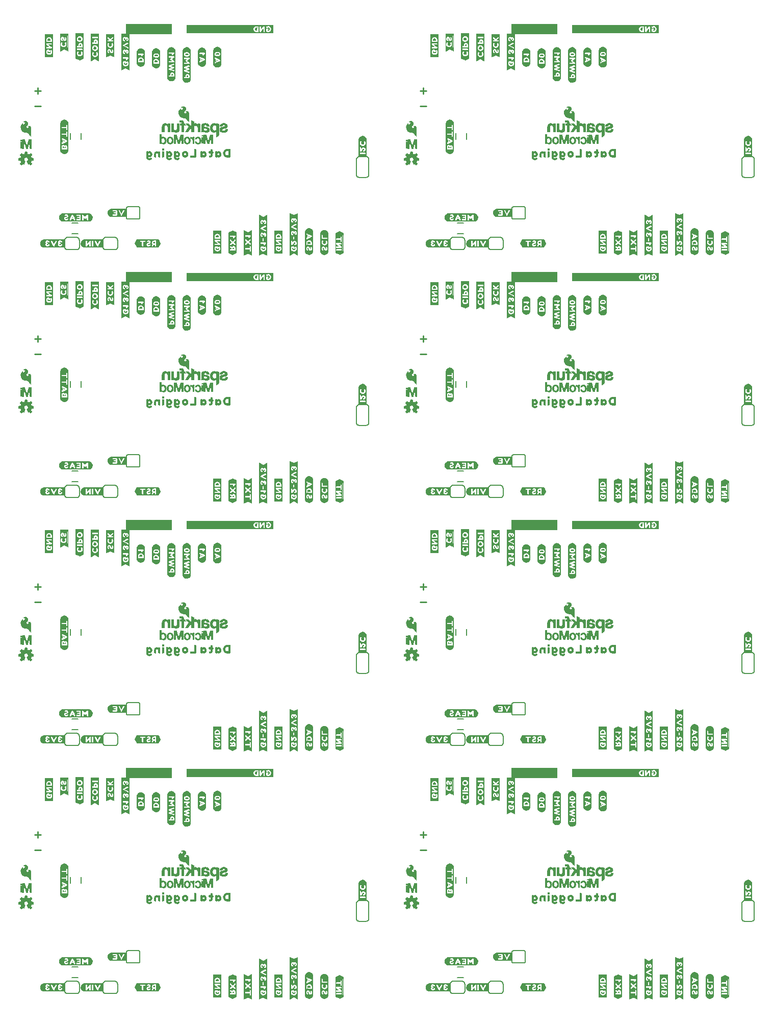
<source format=gbo>
G04 EAGLE Gerber RS-274X export*
G75*
%MOMM*%
%FSLAX34Y34*%
%LPD*%
%INSilkscreen Bottom*%
%IPPOS*%
%AMOC8*
5,1,8,0,0,1.08239X$1,22.5*%
G01*
%ADD10R,7.683500X1.651000*%
%ADD11R,10.858500X1.397000*%
%ADD12C,0.279400*%
%ADD13C,0.203200*%
%ADD14C,0.152400*%

G36*
X1103182Y840804D02*
X1103182Y840804D01*
X1103198Y840794D01*
X1103698Y840994D01*
X1103700Y840997D01*
X1103702Y840996D01*
X1109788Y843989D01*
X1110365Y843893D01*
X1116458Y840896D01*
X1116484Y840901D01*
X1116496Y840893D01*
X1116796Y840993D01*
X1116814Y841021D01*
X1116818Y841024D01*
X1116817Y841025D01*
X1116826Y841037D01*
X1116829Y841040D01*
X1116829Y911140D01*
X1116793Y911187D01*
X1116792Y911187D01*
X1116792Y911188D01*
X1116392Y911288D01*
X1116370Y911278D01*
X1116358Y911284D01*
X1110269Y908289D01*
X1109692Y908289D01*
X1103702Y911284D01*
X1103686Y911281D01*
X1103680Y911289D01*
X1103180Y911289D01*
X1103133Y911253D01*
X1103138Y911246D01*
X1103131Y911240D01*
X1103131Y840840D01*
X1103133Y840837D01*
X1103131Y840835D01*
X1103138Y840831D01*
X1103167Y840793D01*
X1103182Y840804D01*
G37*
G36*
X463102Y429324D02*
X463102Y429324D01*
X463118Y429314D01*
X463618Y429514D01*
X463620Y429517D01*
X463622Y429516D01*
X469708Y432509D01*
X470285Y432413D01*
X476378Y429416D01*
X476404Y429421D01*
X476416Y429413D01*
X476716Y429513D01*
X476734Y429541D01*
X476738Y429544D01*
X476737Y429545D01*
X476746Y429557D01*
X476749Y429560D01*
X476749Y499660D01*
X476713Y499707D01*
X476712Y499707D01*
X476712Y499708D01*
X476312Y499808D01*
X476290Y499798D01*
X476278Y499804D01*
X470189Y496809D01*
X469612Y496809D01*
X463622Y499804D01*
X463606Y499801D01*
X463600Y499809D01*
X463100Y499809D01*
X463053Y499773D01*
X463058Y499766D01*
X463051Y499760D01*
X463051Y429360D01*
X463053Y429357D01*
X463051Y429355D01*
X463058Y429351D01*
X463087Y429313D01*
X463102Y429324D01*
G37*
G36*
X463102Y1252284D02*
X463102Y1252284D01*
X463118Y1252274D01*
X463618Y1252474D01*
X463620Y1252477D01*
X463622Y1252476D01*
X469708Y1255469D01*
X470285Y1255373D01*
X476378Y1252376D01*
X476404Y1252381D01*
X476416Y1252373D01*
X476716Y1252473D01*
X476734Y1252501D01*
X476738Y1252504D01*
X476737Y1252505D01*
X476746Y1252517D01*
X476749Y1252520D01*
X476749Y1322620D01*
X476713Y1322667D01*
X476712Y1322667D01*
X476712Y1322668D01*
X476312Y1322768D01*
X476290Y1322758D01*
X476278Y1322764D01*
X470189Y1319769D01*
X469612Y1319769D01*
X463622Y1322764D01*
X463606Y1322761D01*
X463600Y1322769D01*
X463100Y1322769D01*
X463053Y1322733D01*
X463058Y1322726D01*
X463051Y1322720D01*
X463051Y1252320D01*
X463053Y1252317D01*
X463051Y1252315D01*
X463058Y1252311D01*
X463087Y1252273D01*
X463102Y1252284D01*
G37*
G36*
X463102Y840804D02*
X463102Y840804D01*
X463118Y840794D01*
X463618Y840994D01*
X463620Y840997D01*
X463622Y840996D01*
X469708Y843989D01*
X470285Y843893D01*
X476378Y840896D01*
X476404Y840901D01*
X476416Y840893D01*
X476716Y840993D01*
X476734Y841021D01*
X476738Y841024D01*
X476737Y841025D01*
X476746Y841037D01*
X476749Y841040D01*
X476749Y911140D01*
X476713Y911187D01*
X476712Y911187D01*
X476712Y911188D01*
X476312Y911288D01*
X476290Y911278D01*
X476278Y911284D01*
X470189Y908289D01*
X469612Y908289D01*
X463622Y911284D01*
X463606Y911281D01*
X463600Y911289D01*
X463100Y911289D01*
X463053Y911253D01*
X463058Y911246D01*
X463051Y911240D01*
X463051Y840840D01*
X463053Y840837D01*
X463051Y840835D01*
X463058Y840831D01*
X463087Y840793D01*
X463102Y840804D01*
G37*
G36*
X1103182Y17844D02*
X1103182Y17844D01*
X1103198Y17834D01*
X1103698Y18034D01*
X1103700Y18037D01*
X1103702Y18036D01*
X1109788Y21029D01*
X1110365Y20933D01*
X1116458Y17936D01*
X1116484Y17941D01*
X1116496Y17933D01*
X1116796Y18033D01*
X1116814Y18061D01*
X1116818Y18064D01*
X1116817Y18065D01*
X1116826Y18077D01*
X1116829Y18080D01*
X1116829Y88180D01*
X1116793Y88227D01*
X1116792Y88227D01*
X1116792Y88228D01*
X1116392Y88328D01*
X1116370Y88318D01*
X1116358Y88324D01*
X1110269Y85329D01*
X1109692Y85329D01*
X1103702Y88324D01*
X1103686Y88321D01*
X1103680Y88329D01*
X1103180Y88329D01*
X1103133Y88293D01*
X1103138Y88286D01*
X1103131Y88280D01*
X1103131Y17880D01*
X1103133Y17877D01*
X1103131Y17875D01*
X1103138Y17871D01*
X1103167Y17833D01*
X1103182Y17844D01*
G37*
G36*
X1103182Y429324D02*
X1103182Y429324D01*
X1103198Y429314D01*
X1103698Y429514D01*
X1103700Y429517D01*
X1103702Y429516D01*
X1109788Y432509D01*
X1110365Y432413D01*
X1116458Y429416D01*
X1116484Y429421D01*
X1116496Y429413D01*
X1116796Y429513D01*
X1116814Y429541D01*
X1116818Y429544D01*
X1116817Y429545D01*
X1116826Y429557D01*
X1116829Y429560D01*
X1116829Y499660D01*
X1116793Y499707D01*
X1116792Y499707D01*
X1116792Y499708D01*
X1116392Y499808D01*
X1116370Y499798D01*
X1116358Y499804D01*
X1110269Y496809D01*
X1109692Y496809D01*
X1103702Y499804D01*
X1103686Y499801D01*
X1103680Y499809D01*
X1103180Y499809D01*
X1103133Y499773D01*
X1103138Y499766D01*
X1103131Y499760D01*
X1103131Y429360D01*
X1103133Y429357D01*
X1103131Y429355D01*
X1103138Y429351D01*
X1103167Y429313D01*
X1103182Y429324D01*
G37*
G36*
X463102Y17844D02*
X463102Y17844D01*
X463118Y17834D01*
X463618Y18034D01*
X463620Y18037D01*
X463622Y18036D01*
X469708Y21029D01*
X470285Y20933D01*
X476378Y17936D01*
X476404Y17941D01*
X476416Y17933D01*
X476716Y18033D01*
X476734Y18061D01*
X476738Y18064D01*
X476737Y18065D01*
X476746Y18077D01*
X476749Y18080D01*
X476749Y88180D01*
X476713Y88227D01*
X476712Y88227D01*
X476712Y88228D01*
X476312Y88328D01*
X476290Y88318D01*
X476278Y88324D01*
X470189Y85329D01*
X469612Y85329D01*
X463622Y88324D01*
X463606Y88321D01*
X463600Y88329D01*
X463100Y88329D01*
X463053Y88293D01*
X463058Y88286D01*
X463051Y88280D01*
X463051Y17880D01*
X463053Y17877D01*
X463051Y17875D01*
X463058Y17871D01*
X463087Y17833D01*
X463102Y17844D01*
G37*
G36*
X1103182Y1252284D02*
X1103182Y1252284D01*
X1103198Y1252274D01*
X1103698Y1252474D01*
X1103700Y1252477D01*
X1103702Y1252476D01*
X1109788Y1255469D01*
X1110365Y1255373D01*
X1116458Y1252376D01*
X1116484Y1252381D01*
X1116496Y1252373D01*
X1116796Y1252473D01*
X1116814Y1252501D01*
X1116818Y1252504D01*
X1116817Y1252505D01*
X1116826Y1252517D01*
X1116829Y1252520D01*
X1116829Y1322620D01*
X1116793Y1322667D01*
X1116792Y1322667D01*
X1116792Y1322668D01*
X1116392Y1322768D01*
X1116370Y1322758D01*
X1116358Y1322764D01*
X1110269Y1319769D01*
X1109692Y1319769D01*
X1103702Y1322764D01*
X1103686Y1322761D01*
X1103680Y1322769D01*
X1103180Y1322769D01*
X1103133Y1322733D01*
X1103138Y1322726D01*
X1103131Y1322720D01*
X1103131Y1252320D01*
X1103133Y1252317D01*
X1103131Y1252315D01*
X1103138Y1252311D01*
X1103167Y1252273D01*
X1103182Y1252284D01*
G37*
G36*
X412407Y429224D02*
X412407Y429224D01*
X412422Y429216D01*
X419100Y432605D01*
X419678Y432316D01*
X425678Y429316D01*
X425736Y429327D01*
X425735Y429336D01*
X425744Y429338D01*
X425944Y429738D01*
X425941Y429754D01*
X425949Y429760D01*
X425949Y496960D01*
X425913Y497007D01*
X425901Y496998D01*
X425890Y497008D01*
X425390Y496908D01*
X425384Y496901D01*
X425378Y496904D01*
X419392Y493911D01*
X418715Y494008D01*
X412722Y497004D01*
X412698Y497000D01*
X412688Y497008D01*
X412288Y496908D01*
X412251Y496861D01*
X412252Y496861D01*
X412251Y496860D01*
X412251Y429860D01*
X412254Y429855D01*
X412251Y429852D01*
X412351Y429252D01*
X412352Y429251D01*
X412352Y429250D01*
X412354Y429249D01*
X412395Y429211D01*
X412407Y429224D01*
G37*
G36*
X412407Y840704D02*
X412407Y840704D01*
X412422Y840696D01*
X419100Y844085D01*
X419678Y843796D01*
X425678Y840796D01*
X425736Y840807D01*
X425735Y840816D01*
X425744Y840818D01*
X425944Y841218D01*
X425941Y841234D01*
X425949Y841240D01*
X425949Y908440D01*
X425913Y908487D01*
X425901Y908478D01*
X425890Y908488D01*
X425390Y908388D01*
X425384Y908381D01*
X425378Y908384D01*
X419392Y905391D01*
X418715Y905488D01*
X412722Y908484D01*
X412698Y908480D01*
X412688Y908488D01*
X412288Y908388D01*
X412251Y908341D01*
X412252Y908341D01*
X412251Y908340D01*
X412251Y841340D01*
X412254Y841335D01*
X412251Y841332D01*
X412351Y840732D01*
X412352Y840731D01*
X412352Y840730D01*
X412354Y840729D01*
X412395Y840691D01*
X412407Y840704D01*
G37*
G36*
X412407Y17744D02*
X412407Y17744D01*
X412422Y17736D01*
X419100Y21125D01*
X419678Y20836D01*
X425678Y17836D01*
X425736Y17847D01*
X425735Y17856D01*
X425744Y17858D01*
X425944Y18258D01*
X425941Y18274D01*
X425949Y18280D01*
X425949Y85480D01*
X425913Y85527D01*
X425901Y85518D01*
X425890Y85528D01*
X425390Y85428D01*
X425384Y85421D01*
X425378Y85424D01*
X419392Y82431D01*
X418715Y82528D01*
X412722Y85524D01*
X412698Y85520D01*
X412688Y85528D01*
X412288Y85428D01*
X412251Y85381D01*
X412252Y85381D01*
X412251Y85380D01*
X412251Y18380D01*
X412254Y18375D01*
X412251Y18372D01*
X412351Y17772D01*
X412352Y17771D01*
X412352Y17770D01*
X412354Y17769D01*
X412395Y17731D01*
X412407Y17744D01*
G37*
G36*
X1052487Y17744D02*
X1052487Y17744D01*
X1052502Y17736D01*
X1059180Y21125D01*
X1059758Y20836D01*
X1065758Y17836D01*
X1065816Y17847D01*
X1065815Y17856D01*
X1065824Y17858D01*
X1066024Y18258D01*
X1066021Y18274D01*
X1066029Y18280D01*
X1066029Y85480D01*
X1065993Y85527D01*
X1065981Y85518D01*
X1065970Y85528D01*
X1065470Y85428D01*
X1065464Y85421D01*
X1065458Y85424D01*
X1059472Y82431D01*
X1058795Y82528D01*
X1052802Y85524D01*
X1052778Y85520D01*
X1052768Y85528D01*
X1052368Y85428D01*
X1052331Y85381D01*
X1052332Y85381D01*
X1052331Y85380D01*
X1052331Y18380D01*
X1052334Y18375D01*
X1052331Y18372D01*
X1052431Y17772D01*
X1052432Y17771D01*
X1052432Y17770D01*
X1052434Y17769D01*
X1052475Y17731D01*
X1052487Y17744D01*
G37*
G36*
X1052487Y429224D02*
X1052487Y429224D01*
X1052502Y429216D01*
X1059180Y432605D01*
X1059758Y432316D01*
X1065758Y429316D01*
X1065816Y429327D01*
X1065815Y429336D01*
X1065824Y429338D01*
X1066024Y429738D01*
X1066021Y429754D01*
X1066029Y429760D01*
X1066029Y496960D01*
X1065993Y497007D01*
X1065981Y496998D01*
X1065970Y497008D01*
X1065470Y496908D01*
X1065464Y496901D01*
X1065458Y496904D01*
X1059472Y493911D01*
X1058795Y494008D01*
X1052802Y497004D01*
X1052778Y497000D01*
X1052768Y497008D01*
X1052368Y496908D01*
X1052331Y496861D01*
X1052332Y496861D01*
X1052331Y496860D01*
X1052331Y429860D01*
X1052334Y429855D01*
X1052331Y429852D01*
X1052431Y429252D01*
X1052432Y429251D01*
X1052432Y429250D01*
X1052434Y429249D01*
X1052475Y429211D01*
X1052487Y429224D01*
G37*
G36*
X1052487Y1252184D02*
X1052487Y1252184D01*
X1052502Y1252176D01*
X1059180Y1255565D01*
X1059758Y1255276D01*
X1065758Y1252276D01*
X1065816Y1252287D01*
X1065815Y1252296D01*
X1065824Y1252298D01*
X1066024Y1252698D01*
X1066021Y1252714D01*
X1066029Y1252720D01*
X1066029Y1319920D01*
X1065993Y1319967D01*
X1065981Y1319958D01*
X1065970Y1319968D01*
X1065470Y1319868D01*
X1065464Y1319861D01*
X1065458Y1319864D01*
X1059472Y1316871D01*
X1058795Y1316968D01*
X1052802Y1319964D01*
X1052778Y1319960D01*
X1052768Y1319968D01*
X1052368Y1319868D01*
X1052331Y1319821D01*
X1052332Y1319821D01*
X1052331Y1319820D01*
X1052331Y1252820D01*
X1052334Y1252815D01*
X1052331Y1252812D01*
X1052431Y1252212D01*
X1052432Y1252211D01*
X1052432Y1252210D01*
X1052434Y1252209D01*
X1052475Y1252171D01*
X1052487Y1252184D01*
G37*
G36*
X412407Y1252184D02*
X412407Y1252184D01*
X412422Y1252176D01*
X419100Y1255565D01*
X419678Y1255276D01*
X425678Y1252276D01*
X425736Y1252287D01*
X425735Y1252296D01*
X425744Y1252298D01*
X425944Y1252698D01*
X425941Y1252714D01*
X425949Y1252720D01*
X425949Y1319920D01*
X425913Y1319967D01*
X425901Y1319958D01*
X425890Y1319968D01*
X425390Y1319868D01*
X425384Y1319861D01*
X425378Y1319864D01*
X419392Y1316871D01*
X418715Y1316968D01*
X412722Y1319964D01*
X412698Y1319960D01*
X412688Y1319968D01*
X412288Y1319868D01*
X412251Y1319821D01*
X412252Y1319821D01*
X412251Y1319820D01*
X412251Y1252820D01*
X412254Y1252815D01*
X412251Y1252812D01*
X412351Y1252212D01*
X412352Y1252211D01*
X412352Y1252210D01*
X412354Y1252209D01*
X412395Y1252171D01*
X412407Y1252184D01*
G37*
G36*
X1052487Y840704D02*
X1052487Y840704D01*
X1052502Y840696D01*
X1059180Y844085D01*
X1059758Y843796D01*
X1065758Y840796D01*
X1065816Y840807D01*
X1065815Y840816D01*
X1065824Y840818D01*
X1066024Y841218D01*
X1066021Y841234D01*
X1066029Y841240D01*
X1066029Y908440D01*
X1065993Y908487D01*
X1065981Y908478D01*
X1065970Y908488D01*
X1065470Y908388D01*
X1065464Y908381D01*
X1065458Y908384D01*
X1059472Y905391D01*
X1058795Y905488D01*
X1052802Y908484D01*
X1052778Y908480D01*
X1052768Y908488D01*
X1052368Y908388D01*
X1052331Y908341D01*
X1052332Y908341D01*
X1052331Y908340D01*
X1052331Y841340D01*
X1052334Y841335D01*
X1052331Y841332D01*
X1052431Y840732D01*
X1052432Y840731D01*
X1052432Y840730D01*
X1052434Y840729D01*
X1052475Y840691D01*
X1052487Y840704D01*
G37*
G36*
X197182Y325077D02*
X197182Y325077D01*
X197236Y325087D01*
X197233Y325104D01*
X197249Y325112D01*
X197349Y325712D01*
X197346Y325717D01*
X197349Y325720D01*
X197349Y385420D01*
X197346Y385425D01*
X197349Y385428D01*
X197249Y386028D01*
X197205Y386069D01*
X197203Y386066D01*
X197200Y386069D01*
X184300Y386069D01*
X184295Y386066D01*
X184292Y386069D01*
X183692Y385969D01*
X183651Y385925D01*
X183654Y385923D01*
X183651Y385920D01*
X183651Y325620D01*
X183656Y325613D01*
X183652Y325608D01*
X183752Y325208D01*
X183799Y325171D01*
X183808Y325183D01*
X183822Y325176D01*
X190500Y328465D01*
X197178Y325076D01*
X197179Y325076D01*
X197179Y325075D01*
X197182Y325077D01*
G37*
G36*
X837262Y1148037D02*
X837262Y1148037D01*
X837316Y1148047D01*
X837313Y1148064D01*
X837329Y1148072D01*
X837429Y1148672D01*
X837426Y1148677D01*
X837429Y1148680D01*
X837429Y1208380D01*
X837426Y1208385D01*
X837429Y1208388D01*
X837329Y1208988D01*
X837285Y1209029D01*
X837283Y1209026D01*
X837280Y1209029D01*
X824380Y1209029D01*
X824375Y1209026D01*
X824372Y1209029D01*
X823772Y1208929D01*
X823731Y1208885D01*
X823734Y1208883D01*
X823731Y1208880D01*
X823731Y1148580D01*
X823736Y1148573D01*
X823732Y1148568D01*
X823832Y1148168D01*
X823879Y1148131D01*
X823888Y1148143D01*
X823902Y1148136D01*
X830580Y1151425D01*
X837258Y1148036D01*
X837259Y1148036D01*
X837259Y1148035D01*
X837262Y1148037D01*
G37*
G36*
X837262Y736557D02*
X837262Y736557D01*
X837316Y736567D01*
X837313Y736584D01*
X837329Y736592D01*
X837429Y737192D01*
X837426Y737197D01*
X837429Y737200D01*
X837429Y796900D01*
X837426Y796905D01*
X837429Y796908D01*
X837329Y797508D01*
X837285Y797549D01*
X837283Y797546D01*
X837280Y797549D01*
X824380Y797549D01*
X824375Y797546D01*
X824372Y797549D01*
X823772Y797449D01*
X823731Y797405D01*
X823734Y797403D01*
X823731Y797400D01*
X823731Y737100D01*
X823736Y737093D01*
X823732Y737088D01*
X823832Y736688D01*
X823879Y736651D01*
X823888Y736663D01*
X823902Y736656D01*
X830580Y739945D01*
X837258Y736556D01*
X837259Y736556D01*
X837259Y736555D01*
X837262Y736557D01*
G37*
G36*
X197182Y736557D02*
X197182Y736557D01*
X197236Y736567D01*
X197233Y736584D01*
X197249Y736592D01*
X197349Y737192D01*
X197346Y737197D01*
X197349Y737200D01*
X197349Y796900D01*
X197346Y796905D01*
X197349Y796908D01*
X197249Y797508D01*
X197205Y797549D01*
X197203Y797546D01*
X197200Y797549D01*
X184300Y797549D01*
X184295Y797546D01*
X184292Y797549D01*
X183692Y797449D01*
X183651Y797405D01*
X183654Y797403D01*
X183651Y797400D01*
X183651Y737100D01*
X183656Y737093D01*
X183652Y737088D01*
X183752Y736688D01*
X183799Y736651D01*
X183808Y736663D01*
X183822Y736656D01*
X190500Y739945D01*
X197178Y736556D01*
X197179Y736556D01*
X197179Y736555D01*
X197182Y736557D01*
G37*
G36*
X197182Y1559517D02*
X197182Y1559517D01*
X197236Y1559527D01*
X197233Y1559544D01*
X197249Y1559552D01*
X197349Y1560152D01*
X197346Y1560157D01*
X197349Y1560160D01*
X197349Y1619860D01*
X197346Y1619865D01*
X197349Y1619868D01*
X197249Y1620468D01*
X197205Y1620509D01*
X197203Y1620506D01*
X197200Y1620509D01*
X184300Y1620509D01*
X184295Y1620506D01*
X184292Y1620509D01*
X183692Y1620409D01*
X183651Y1620365D01*
X183654Y1620363D01*
X183651Y1620360D01*
X183651Y1560060D01*
X183656Y1560053D01*
X183652Y1560048D01*
X183752Y1559648D01*
X183799Y1559611D01*
X183808Y1559623D01*
X183822Y1559616D01*
X190500Y1562905D01*
X197178Y1559516D01*
X197179Y1559516D01*
X197179Y1559515D01*
X197182Y1559517D01*
G37*
G36*
X837262Y1559517D02*
X837262Y1559517D01*
X837316Y1559527D01*
X837313Y1559544D01*
X837329Y1559552D01*
X837429Y1560152D01*
X837426Y1560157D01*
X837429Y1560160D01*
X837429Y1619860D01*
X837426Y1619865D01*
X837429Y1619868D01*
X837329Y1620468D01*
X837285Y1620509D01*
X837283Y1620506D01*
X837280Y1620509D01*
X824380Y1620509D01*
X824375Y1620506D01*
X824372Y1620509D01*
X823772Y1620409D01*
X823731Y1620365D01*
X823734Y1620363D01*
X823731Y1620360D01*
X823731Y1560060D01*
X823736Y1560053D01*
X823732Y1560048D01*
X823832Y1559648D01*
X823879Y1559611D01*
X823888Y1559623D01*
X823902Y1559616D01*
X830580Y1562905D01*
X837258Y1559516D01*
X837259Y1559516D01*
X837259Y1559515D01*
X837262Y1559517D01*
G37*
G36*
X197182Y1148037D02*
X197182Y1148037D01*
X197236Y1148047D01*
X197233Y1148064D01*
X197249Y1148072D01*
X197349Y1148672D01*
X197346Y1148677D01*
X197349Y1148680D01*
X197349Y1208380D01*
X197346Y1208385D01*
X197349Y1208388D01*
X197249Y1208988D01*
X197205Y1209029D01*
X197203Y1209026D01*
X197200Y1209029D01*
X184300Y1209029D01*
X184295Y1209026D01*
X184292Y1209029D01*
X183692Y1208929D01*
X183651Y1208885D01*
X183654Y1208883D01*
X183651Y1208880D01*
X183651Y1148580D01*
X183656Y1148573D01*
X183652Y1148568D01*
X183752Y1148168D01*
X183799Y1148131D01*
X183808Y1148143D01*
X183822Y1148136D01*
X190500Y1151425D01*
X197178Y1148036D01*
X197179Y1148036D01*
X197179Y1148035D01*
X197182Y1148037D01*
G37*
G36*
X837262Y325077D02*
X837262Y325077D01*
X837316Y325087D01*
X837313Y325104D01*
X837329Y325112D01*
X837429Y325712D01*
X837426Y325717D01*
X837429Y325720D01*
X837429Y385420D01*
X837426Y385425D01*
X837429Y385428D01*
X837329Y386028D01*
X837285Y386069D01*
X837283Y386066D01*
X837280Y386069D01*
X824380Y386069D01*
X824375Y386066D01*
X824372Y386069D01*
X823772Y385969D01*
X823731Y385925D01*
X823734Y385923D01*
X823731Y385920D01*
X823731Y325620D01*
X823736Y325613D01*
X823732Y325608D01*
X823832Y325208D01*
X823879Y325171D01*
X823888Y325183D01*
X823902Y325176D01*
X830580Y328465D01*
X837258Y325076D01*
X837259Y325076D01*
X837259Y325075D01*
X837262Y325077D01*
G37*
G36*
X932385Y1539194D02*
X932385Y1539194D01*
X932388Y1539191D01*
X932988Y1539291D01*
X933687Y1539391D01*
X933691Y1539395D01*
X933694Y1539393D01*
X934394Y1539593D01*
X934395Y1539594D01*
X934396Y1539593D01*
X934996Y1539793D01*
X934999Y1539798D01*
X935002Y1539796D01*
X935602Y1540096D01*
X935604Y1540100D01*
X935607Y1540099D01*
X936207Y1540499D01*
X936208Y1540502D01*
X936211Y1540502D01*
X936711Y1540902D01*
X936712Y1540906D01*
X936715Y1540905D01*
X937215Y1541405D01*
X937215Y1541409D01*
X937218Y1541409D01*
X937618Y1541909D01*
X937619Y1541913D01*
X937621Y1541913D01*
X938021Y1542513D01*
X938021Y1542517D01*
X938024Y1542518D01*
X938624Y1543718D01*
X938623Y1543723D01*
X938627Y1543724D01*
X938827Y1544324D01*
X938825Y1544331D01*
X938829Y1544333D01*
X939029Y1545733D01*
X939026Y1545738D01*
X939029Y1545740D01*
X939029Y1592040D01*
X939026Y1592044D01*
X939029Y1592047D01*
X938929Y1592747D01*
X938925Y1592751D01*
X938927Y1592754D01*
X938727Y1593454D01*
X938726Y1593455D01*
X938727Y1593456D01*
X938527Y1594056D01*
X938522Y1594059D01*
X938524Y1594062D01*
X937924Y1595262D01*
X937920Y1595264D01*
X937921Y1595267D01*
X937521Y1595867D01*
X937518Y1595868D01*
X937518Y1595871D01*
X937118Y1596371D01*
X937111Y1596373D01*
X937111Y1596378D01*
X936611Y1596778D01*
X936607Y1596779D01*
X936607Y1596781D01*
X936009Y1597180D01*
X935511Y1597578D01*
X935501Y1597579D01*
X935499Y1597585D01*
X934799Y1597885D01*
X934796Y1597885D01*
X934796Y1597887D01*
X933596Y1598287D01*
X933589Y1598285D01*
X933587Y1598289D01*
X932887Y1598389D01*
X932882Y1598386D01*
X932880Y1598389D01*
X931480Y1598389D01*
X931475Y1598386D01*
X931472Y1598389D01*
X930872Y1598289D01*
X930869Y1598285D01*
X930866Y1598287D01*
X930166Y1598087D01*
X930165Y1598086D01*
X930164Y1598087D01*
X929564Y1597887D01*
X929561Y1597882D01*
X929558Y1597884D01*
X928358Y1597284D01*
X928354Y1597277D01*
X928348Y1597278D01*
X927748Y1596778D01*
X927748Y1596774D01*
X927745Y1596775D01*
X926845Y1595875D01*
X926844Y1595868D01*
X926839Y1595867D01*
X926439Y1595267D01*
X926439Y1595263D01*
X926436Y1595262D01*
X925836Y1594062D01*
X925837Y1594057D01*
X925833Y1594056D01*
X925633Y1593456D01*
X925634Y1593454D01*
X925633Y1593454D01*
X925597Y1593330D01*
X925583Y1593281D01*
X925541Y1593133D01*
X925499Y1592985D01*
X925485Y1592936D01*
X925443Y1592788D01*
X925433Y1592754D01*
X925434Y1592750D01*
X925431Y1592748D01*
X925331Y1592148D01*
X925334Y1592143D01*
X925331Y1592140D01*
X925331Y1546040D01*
X925334Y1546036D01*
X925331Y1546033D01*
X925431Y1545333D01*
X925432Y1545332D01*
X925431Y1545332D01*
X925531Y1544732D01*
X925631Y1544033D01*
X925639Y1544025D01*
X925636Y1544018D01*
X925934Y1543421D01*
X926133Y1542824D01*
X926141Y1542819D01*
X926139Y1542813D01*
X926939Y1541613D01*
X926946Y1541610D01*
X926945Y1541605D01*
X927445Y1541105D01*
X927449Y1541105D01*
X927449Y1541102D01*
X928449Y1540302D01*
X928453Y1540301D01*
X928453Y1540299D01*
X929053Y1539899D01*
X929062Y1539900D01*
X929064Y1539893D01*
X929664Y1539693D01*
X929666Y1539694D01*
X929666Y1539693D01*
X930365Y1539493D01*
X930964Y1539293D01*
X930971Y1539295D01*
X930973Y1539291D01*
X931673Y1539191D01*
X931678Y1539194D01*
X931680Y1539191D01*
X932380Y1539191D01*
X932385Y1539194D01*
G37*
G36*
X292305Y304754D02*
X292305Y304754D01*
X292308Y304751D01*
X292908Y304851D01*
X293607Y304951D01*
X293611Y304955D01*
X293614Y304953D01*
X294314Y305153D01*
X294315Y305154D01*
X294316Y305153D01*
X294916Y305353D01*
X294919Y305358D01*
X294922Y305356D01*
X295522Y305656D01*
X295524Y305660D01*
X295527Y305659D01*
X296127Y306059D01*
X296128Y306062D01*
X296131Y306062D01*
X296631Y306462D01*
X296632Y306466D01*
X296635Y306465D01*
X297135Y306965D01*
X297135Y306969D01*
X297138Y306969D01*
X297538Y307469D01*
X297539Y307473D01*
X297541Y307473D01*
X297941Y308073D01*
X297941Y308077D01*
X297944Y308078D01*
X298544Y309278D01*
X298543Y309283D01*
X298547Y309284D01*
X298747Y309884D01*
X298745Y309891D01*
X298749Y309893D01*
X298949Y311293D01*
X298946Y311298D01*
X298949Y311300D01*
X298949Y357600D01*
X298946Y357604D01*
X298949Y357607D01*
X298849Y358307D01*
X298845Y358311D01*
X298847Y358314D01*
X298647Y359014D01*
X298646Y359015D01*
X298647Y359016D01*
X298447Y359616D01*
X298442Y359619D01*
X298444Y359622D01*
X297844Y360822D01*
X297840Y360824D01*
X297841Y360827D01*
X297441Y361427D01*
X297438Y361428D01*
X297438Y361431D01*
X297038Y361931D01*
X297031Y361933D01*
X297031Y361938D01*
X296531Y362338D01*
X296527Y362339D01*
X296527Y362341D01*
X295929Y362740D01*
X295431Y363138D01*
X295421Y363139D01*
X295419Y363145D01*
X294719Y363445D01*
X294716Y363445D01*
X294716Y363447D01*
X293516Y363847D01*
X293509Y363845D01*
X293507Y363849D01*
X292807Y363949D01*
X292802Y363946D01*
X292800Y363949D01*
X291400Y363949D01*
X291395Y363946D01*
X291392Y363949D01*
X290792Y363849D01*
X290789Y363845D01*
X290786Y363847D01*
X290086Y363647D01*
X290085Y363646D01*
X290084Y363647D01*
X289484Y363447D01*
X289481Y363442D01*
X289478Y363444D01*
X288278Y362844D01*
X288274Y362837D01*
X288268Y362838D01*
X287668Y362338D01*
X287668Y362334D01*
X287665Y362335D01*
X286765Y361435D01*
X286764Y361428D01*
X286759Y361427D01*
X286359Y360827D01*
X286359Y360823D01*
X286356Y360822D01*
X285756Y359622D01*
X285757Y359617D01*
X285753Y359616D01*
X285553Y359016D01*
X285554Y359014D01*
X285553Y359014D01*
X285517Y358890D01*
X285503Y358841D01*
X285461Y358693D01*
X285419Y358545D01*
X285405Y358496D01*
X285363Y358348D01*
X285353Y358314D01*
X285354Y358310D01*
X285351Y358308D01*
X285251Y357708D01*
X285254Y357703D01*
X285251Y357700D01*
X285251Y311600D01*
X285254Y311596D01*
X285251Y311593D01*
X285351Y310893D01*
X285352Y310892D01*
X285351Y310892D01*
X285451Y310292D01*
X285551Y309593D01*
X285559Y309585D01*
X285556Y309578D01*
X285854Y308981D01*
X286053Y308384D01*
X286061Y308379D01*
X286059Y308373D01*
X286859Y307173D01*
X286866Y307170D01*
X286865Y307165D01*
X287365Y306665D01*
X287369Y306665D01*
X287369Y306662D01*
X288369Y305862D01*
X288373Y305861D01*
X288373Y305859D01*
X288973Y305459D01*
X288982Y305460D01*
X288984Y305453D01*
X289584Y305253D01*
X289586Y305254D01*
X289586Y305253D01*
X290285Y305053D01*
X290884Y304853D01*
X290891Y304855D01*
X290893Y304851D01*
X291593Y304751D01*
X291598Y304754D01*
X291600Y304751D01*
X292300Y304751D01*
X292305Y304754D01*
G37*
G36*
X932385Y304754D02*
X932385Y304754D01*
X932388Y304751D01*
X932988Y304851D01*
X933687Y304951D01*
X933691Y304955D01*
X933694Y304953D01*
X934394Y305153D01*
X934395Y305154D01*
X934396Y305153D01*
X934996Y305353D01*
X934999Y305358D01*
X935002Y305356D01*
X935602Y305656D01*
X935604Y305660D01*
X935607Y305659D01*
X936207Y306059D01*
X936208Y306062D01*
X936211Y306062D01*
X936711Y306462D01*
X936712Y306466D01*
X936715Y306465D01*
X937215Y306965D01*
X937215Y306969D01*
X937218Y306969D01*
X937618Y307469D01*
X937619Y307473D01*
X937621Y307473D01*
X938021Y308073D01*
X938021Y308077D01*
X938024Y308078D01*
X938624Y309278D01*
X938623Y309283D01*
X938627Y309284D01*
X938827Y309884D01*
X938825Y309891D01*
X938829Y309893D01*
X939029Y311293D01*
X939026Y311298D01*
X939029Y311300D01*
X939029Y357600D01*
X939026Y357604D01*
X939029Y357607D01*
X938929Y358307D01*
X938925Y358311D01*
X938927Y358314D01*
X938727Y359014D01*
X938726Y359015D01*
X938727Y359016D01*
X938527Y359616D01*
X938522Y359619D01*
X938524Y359622D01*
X937924Y360822D01*
X937920Y360824D01*
X937921Y360827D01*
X937521Y361427D01*
X937518Y361428D01*
X937518Y361431D01*
X937118Y361931D01*
X937111Y361933D01*
X937111Y361938D01*
X936611Y362338D01*
X936607Y362339D01*
X936607Y362341D01*
X936009Y362740D01*
X935511Y363138D01*
X935501Y363139D01*
X935499Y363145D01*
X934799Y363445D01*
X934796Y363445D01*
X934796Y363447D01*
X933596Y363847D01*
X933589Y363845D01*
X933587Y363849D01*
X932887Y363949D01*
X932882Y363946D01*
X932880Y363949D01*
X931480Y363949D01*
X931475Y363946D01*
X931472Y363949D01*
X930872Y363849D01*
X930869Y363845D01*
X930866Y363847D01*
X930166Y363647D01*
X930165Y363646D01*
X930164Y363647D01*
X929564Y363447D01*
X929561Y363442D01*
X929558Y363444D01*
X928358Y362844D01*
X928354Y362837D01*
X928348Y362838D01*
X927748Y362338D01*
X927748Y362334D01*
X927745Y362335D01*
X926845Y361435D01*
X926844Y361428D01*
X926839Y361427D01*
X926439Y360827D01*
X926439Y360823D01*
X926436Y360822D01*
X925836Y359622D01*
X925837Y359617D01*
X925833Y359616D01*
X925633Y359016D01*
X925634Y359014D01*
X925633Y359014D01*
X925597Y358890D01*
X925583Y358841D01*
X925541Y358693D01*
X925499Y358545D01*
X925485Y358496D01*
X925443Y358348D01*
X925433Y358314D01*
X925434Y358310D01*
X925431Y358308D01*
X925331Y357708D01*
X925334Y357703D01*
X925331Y357700D01*
X925331Y311600D01*
X925334Y311596D01*
X925331Y311593D01*
X925431Y310893D01*
X925432Y310892D01*
X925431Y310892D01*
X925531Y310292D01*
X925631Y309593D01*
X925639Y309585D01*
X925636Y309578D01*
X925934Y308981D01*
X926133Y308384D01*
X926141Y308379D01*
X926139Y308373D01*
X926939Y307173D01*
X926946Y307170D01*
X926945Y307165D01*
X927445Y306665D01*
X927449Y306665D01*
X927449Y306662D01*
X928449Y305862D01*
X928453Y305861D01*
X928453Y305859D01*
X929053Y305459D01*
X929062Y305460D01*
X929064Y305453D01*
X929664Y305253D01*
X929666Y305254D01*
X929666Y305253D01*
X930365Y305053D01*
X930964Y304853D01*
X930971Y304855D01*
X930973Y304851D01*
X931673Y304751D01*
X931678Y304754D01*
X931680Y304751D01*
X932380Y304751D01*
X932385Y304754D01*
G37*
G36*
X932385Y716234D02*
X932385Y716234D01*
X932388Y716231D01*
X932988Y716331D01*
X933687Y716431D01*
X933691Y716435D01*
X933694Y716433D01*
X934394Y716633D01*
X934395Y716634D01*
X934396Y716633D01*
X934996Y716833D01*
X934999Y716838D01*
X935002Y716836D01*
X935602Y717136D01*
X935604Y717140D01*
X935607Y717139D01*
X936207Y717539D01*
X936208Y717542D01*
X936211Y717542D01*
X936711Y717942D01*
X936712Y717946D01*
X936715Y717945D01*
X937215Y718445D01*
X937215Y718449D01*
X937218Y718449D01*
X937618Y718949D01*
X937619Y718953D01*
X937621Y718953D01*
X938021Y719553D01*
X938021Y719557D01*
X938024Y719558D01*
X938624Y720758D01*
X938623Y720763D01*
X938627Y720764D01*
X938827Y721364D01*
X938825Y721371D01*
X938829Y721373D01*
X939029Y722773D01*
X939026Y722778D01*
X939029Y722780D01*
X939029Y769080D01*
X939026Y769084D01*
X939029Y769087D01*
X938929Y769787D01*
X938925Y769791D01*
X938927Y769794D01*
X938727Y770494D01*
X938726Y770495D01*
X938727Y770496D01*
X938527Y771096D01*
X938522Y771099D01*
X938524Y771102D01*
X937924Y772302D01*
X937920Y772304D01*
X937921Y772307D01*
X937521Y772907D01*
X937518Y772908D01*
X937518Y772911D01*
X937118Y773411D01*
X937111Y773413D01*
X937111Y773418D01*
X936611Y773818D01*
X936607Y773819D01*
X936607Y773821D01*
X936009Y774220D01*
X935511Y774618D01*
X935501Y774619D01*
X935499Y774625D01*
X934799Y774925D01*
X934796Y774925D01*
X934796Y774927D01*
X933596Y775327D01*
X933589Y775325D01*
X933587Y775329D01*
X932887Y775429D01*
X932882Y775426D01*
X932880Y775429D01*
X931480Y775429D01*
X931475Y775426D01*
X931472Y775429D01*
X930872Y775329D01*
X930869Y775325D01*
X930866Y775327D01*
X930166Y775127D01*
X930165Y775126D01*
X930164Y775127D01*
X929564Y774927D01*
X929561Y774922D01*
X929558Y774924D01*
X928358Y774324D01*
X928354Y774317D01*
X928348Y774318D01*
X927748Y773818D01*
X927748Y773814D01*
X927745Y773815D01*
X926845Y772915D01*
X926844Y772908D01*
X926839Y772907D01*
X926439Y772307D01*
X926439Y772303D01*
X926436Y772302D01*
X925836Y771102D01*
X925837Y771097D01*
X925833Y771096D01*
X925633Y770496D01*
X925634Y770494D01*
X925633Y770494D01*
X925597Y770370D01*
X925583Y770321D01*
X925541Y770173D01*
X925499Y770025D01*
X925485Y769976D01*
X925443Y769828D01*
X925433Y769794D01*
X925434Y769790D01*
X925431Y769788D01*
X925331Y769188D01*
X925334Y769183D01*
X925331Y769180D01*
X925331Y723080D01*
X925334Y723076D01*
X925331Y723073D01*
X925431Y722373D01*
X925432Y722372D01*
X925431Y722372D01*
X925531Y721772D01*
X925631Y721073D01*
X925639Y721065D01*
X925636Y721058D01*
X925934Y720461D01*
X926133Y719864D01*
X926141Y719859D01*
X926139Y719853D01*
X926939Y718653D01*
X926946Y718650D01*
X926945Y718645D01*
X927445Y718145D01*
X927449Y718145D01*
X927449Y718142D01*
X928449Y717342D01*
X928453Y717341D01*
X928453Y717339D01*
X929053Y716939D01*
X929062Y716940D01*
X929064Y716933D01*
X929664Y716733D01*
X929666Y716734D01*
X929666Y716733D01*
X930365Y716533D01*
X930964Y716333D01*
X930971Y716335D01*
X930973Y716331D01*
X931673Y716231D01*
X931678Y716234D01*
X931680Y716231D01*
X932380Y716231D01*
X932385Y716234D01*
G37*
G36*
X292305Y1539194D02*
X292305Y1539194D01*
X292308Y1539191D01*
X292908Y1539291D01*
X293607Y1539391D01*
X293611Y1539395D01*
X293614Y1539393D01*
X294314Y1539593D01*
X294315Y1539594D01*
X294316Y1539593D01*
X294916Y1539793D01*
X294919Y1539798D01*
X294922Y1539796D01*
X295522Y1540096D01*
X295524Y1540100D01*
X295527Y1540099D01*
X296127Y1540499D01*
X296128Y1540502D01*
X296131Y1540502D01*
X296631Y1540902D01*
X296632Y1540906D01*
X296635Y1540905D01*
X297135Y1541405D01*
X297135Y1541409D01*
X297138Y1541409D01*
X297538Y1541909D01*
X297539Y1541913D01*
X297541Y1541913D01*
X297941Y1542513D01*
X297941Y1542517D01*
X297944Y1542518D01*
X298544Y1543718D01*
X298543Y1543723D01*
X298547Y1543724D01*
X298747Y1544324D01*
X298745Y1544331D01*
X298749Y1544333D01*
X298949Y1545733D01*
X298946Y1545738D01*
X298949Y1545740D01*
X298949Y1592040D01*
X298946Y1592044D01*
X298949Y1592047D01*
X298849Y1592747D01*
X298845Y1592751D01*
X298847Y1592754D01*
X298647Y1593454D01*
X298646Y1593455D01*
X298647Y1593456D01*
X298447Y1594056D01*
X298442Y1594059D01*
X298444Y1594062D01*
X297844Y1595262D01*
X297840Y1595264D01*
X297841Y1595267D01*
X297441Y1595867D01*
X297438Y1595868D01*
X297438Y1595871D01*
X297038Y1596371D01*
X297031Y1596373D01*
X297031Y1596378D01*
X296531Y1596778D01*
X296527Y1596779D01*
X296527Y1596781D01*
X295929Y1597180D01*
X295431Y1597578D01*
X295421Y1597579D01*
X295419Y1597585D01*
X294719Y1597885D01*
X294716Y1597885D01*
X294716Y1597887D01*
X293516Y1598287D01*
X293509Y1598285D01*
X293507Y1598289D01*
X292807Y1598389D01*
X292802Y1598386D01*
X292800Y1598389D01*
X291400Y1598389D01*
X291395Y1598386D01*
X291392Y1598389D01*
X290792Y1598289D01*
X290789Y1598285D01*
X290786Y1598287D01*
X290086Y1598087D01*
X290085Y1598086D01*
X290084Y1598087D01*
X289484Y1597887D01*
X289481Y1597882D01*
X289478Y1597884D01*
X288278Y1597284D01*
X288274Y1597277D01*
X288268Y1597278D01*
X287668Y1596778D01*
X287668Y1596774D01*
X287665Y1596775D01*
X286765Y1595875D01*
X286764Y1595868D01*
X286759Y1595867D01*
X286359Y1595267D01*
X286359Y1595263D01*
X286356Y1595262D01*
X285756Y1594062D01*
X285757Y1594057D01*
X285753Y1594056D01*
X285553Y1593456D01*
X285554Y1593454D01*
X285553Y1593454D01*
X285517Y1593330D01*
X285503Y1593281D01*
X285461Y1593133D01*
X285419Y1592985D01*
X285405Y1592936D01*
X285363Y1592788D01*
X285353Y1592754D01*
X285354Y1592750D01*
X285351Y1592748D01*
X285251Y1592148D01*
X285254Y1592143D01*
X285251Y1592140D01*
X285251Y1546040D01*
X285254Y1546036D01*
X285251Y1546033D01*
X285351Y1545333D01*
X285352Y1545332D01*
X285351Y1545332D01*
X285451Y1544732D01*
X285551Y1544033D01*
X285559Y1544025D01*
X285556Y1544018D01*
X285854Y1543421D01*
X286053Y1542824D01*
X286061Y1542819D01*
X286059Y1542813D01*
X286859Y1541613D01*
X286866Y1541610D01*
X286865Y1541605D01*
X287365Y1541105D01*
X287369Y1541105D01*
X287369Y1541102D01*
X288369Y1540302D01*
X288373Y1540301D01*
X288373Y1540299D01*
X288973Y1539899D01*
X288982Y1539900D01*
X288984Y1539893D01*
X289584Y1539693D01*
X289586Y1539694D01*
X289586Y1539693D01*
X290285Y1539493D01*
X290884Y1539293D01*
X290891Y1539295D01*
X290893Y1539291D01*
X291593Y1539191D01*
X291598Y1539194D01*
X291600Y1539191D01*
X292300Y1539191D01*
X292305Y1539194D01*
G37*
G36*
X292305Y1127714D02*
X292305Y1127714D01*
X292308Y1127711D01*
X292908Y1127811D01*
X293607Y1127911D01*
X293611Y1127915D01*
X293614Y1127913D01*
X294314Y1128113D01*
X294315Y1128114D01*
X294316Y1128113D01*
X294916Y1128313D01*
X294919Y1128318D01*
X294922Y1128316D01*
X295522Y1128616D01*
X295524Y1128620D01*
X295527Y1128619D01*
X296127Y1129019D01*
X296128Y1129022D01*
X296131Y1129022D01*
X296631Y1129422D01*
X296632Y1129426D01*
X296635Y1129425D01*
X297135Y1129925D01*
X297135Y1129929D01*
X297138Y1129929D01*
X297538Y1130429D01*
X297539Y1130433D01*
X297541Y1130433D01*
X297941Y1131033D01*
X297941Y1131037D01*
X297944Y1131038D01*
X298544Y1132238D01*
X298543Y1132243D01*
X298547Y1132244D01*
X298747Y1132844D01*
X298745Y1132851D01*
X298749Y1132853D01*
X298949Y1134253D01*
X298946Y1134258D01*
X298949Y1134260D01*
X298949Y1180560D01*
X298946Y1180564D01*
X298949Y1180567D01*
X298849Y1181267D01*
X298845Y1181271D01*
X298847Y1181274D01*
X298647Y1181974D01*
X298646Y1181975D01*
X298647Y1181976D01*
X298447Y1182576D01*
X298442Y1182579D01*
X298444Y1182582D01*
X297844Y1183782D01*
X297840Y1183784D01*
X297841Y1183787D01*
X297441Y1184387D01*
X297438Y1184388D01*
X297438Y1184391D01*
X297038Y1184891D01*
X297031Y1184893D01*
X297031Y1184898D01*
X296531Y1185298D01*
X296527Y1185299D01*
X296527Y1185301D01*
X295929Y1185700D01*
X295431Y1186098D01*
X295421Y1186099D01*
X295419Y1186105D01*
X294719Y1186405D01*
X294716Y1186405D01*
X294716Y1186407D01*
X293516Y1186807D01*
X293509Y1186805D01*
X293507Y1186809D01*
X292807Y1186909D01*
X292802Y1186906D01*
X292800Y1186909D01*
X291400Y1186909D01*
X291395Y1186906D01*
X291392Y1186909D01*
X290792Y1186809D01*
X290789Y1186805D01*
X290786Y1186807D01*
X290086Y1186607D01*
X290085Y1186606D01*
X290084Y1186607D01*
X289484Y1186407D01*
X289481Y1186402D01*
X289478Y1186404D01*
X288278Y1185804D01*
X288274Y1185797D01*
X288268Y1185798D01*
X287668Y1185298D01*
X287668Y1185294D01*
X287665Y1185295D01*
X286765Y1184395D01*
X286764Y1184388D01*
X286759Y1184387D01*
X286359Y1183787D01*
X286359Y1183783D01*
X286356Y1183782D01*
X285756Y1182582D01*
X285757Y1182577D01*
X285753Y1182576D01*
X285553Y1181976D01*
X285554Y1181974D01*
X285553Y1181974D01*
X285517Y1181850D01*
X285503Y1181801D01*
X285461Y1181653D01*
X285419Y1181505D01*
X285405Y1181456D01*
X285363Y1181308D01*
X285353Y1181274D01*
X285354Y1181270D01*
X285351Y1181268D01*
X285251Y1180668D01*
X285254Y1180663D01*
X285251Y1180660D01*
X285251Y1134560D01*
X285254Y1134556D01*
X285251Y1134553D01*
X285351Y1133853D01*
X285352Y1133852D01*
X285351Y1133852D01*
X285451Y1133252D01*
X285551Y1132553D01*
X285559Y1132545D01*
X285556Y1132538D01*
X285854Y1131941D01*
X286053Y1131344D01*
X286061Y1131339D01*
X286059Y1131333D01*
X286859Y1130133D01*
X286866Y1130130D01*
X286865Y1130125D01*
X287365Y1129625D01*
X287369Y1129625D01*
X287369Y1129622D01*
X288369Y1128822D01*
X288373Y1128821D01*
X288373Y1128819D01*
X288973Y1128419D01*
X288982Y1128420D01*
X288984Y1128413D01*
X289584Y1128213D01*
X289586Y1128214D01*
X289586Y1128213D01*
X290285Y1128013D01*
X290884Y1127813D01*
X290891Y1127815D01*
X290893Y1127811D01*
X291593Y1127711D01*
X291598Y1127714D01*
X291600Y1127711D01*
X292300Y1127711D01*
X292305Y1127714D01*
G37*
G36*
X932385Y1127714D02*
X932385Y1127714D01*
X932388Y1127711D01*
X932988Y1127811D01*
X933687Y1127911D01*
X933691Y1127915D01*
X933694Y1127913D01*
X934394Y1128113D01*
X934395Y1128114D01*
X934396Y1128113D01*
X934996Y1128313D01*
X934999Y1128318D01*
X935002Y1128316D01*
X935602Y1128616D01*
X935604Y1128620D01*
X935607Y1128619D01*
X936207Y1129019D01*
X936208Y1129022D01*
X936211Y1129022D01*
X936711Y1129422D01*
X936712Y1129426D01*
X936715Y1129425D01*
X937215Y1129925D01*
X937215Y1129929D01*
X937218Y1129929D01*
X937618Y1130429D01*
X937619Y1130433D01*
X937621Y1130433D01*
X938021Y1131033D01*
X938021Y1131037D01*
X938024Y1131038D01*
X938624Y1132238D01*
X938623Y1132243D01*
X938627Y1132244D01*
X938827Y1132844D01*
X938825Y1132851D01*
X938829Y1132853D01*
X939029Y1134253D01*
X939026Y1134258D01*
X939029Y1134260D01*
X939029Y1180560D01*
X939026Y1180564D01*
X939029Y1180567D01*
X938929Y1181267D01*
X938925Y1181271D01*
X938927Y1181274D01*
X938727Y1181974D01*
X938726Y1181975D01*
X938727Y1181976D01*
X938527Y1182576D01*
X938522Y1182579D01*
X938524Y1182582D01*
X937924Y1183782D01*
X937920Y1183784D01*
X937921Y1183787D01*
X937521Y1184387D01*
X937518Y1184388D01*
X937518Y1184391D01*
X937118Y1184891D01*
X937111Y1184893D01*
X937111Y1184898D01*
X936611Y1185298D01*
X936607Y1185299D01*
X936607Y1185301D01*
X936009Y1185700D01*
X935511Y1186098D01*
X935501Y1186099D01*
X935499Y1186105D01*
X934799Y1186405D01*
X934796Y1186405D01*
X934796Y1186407D01*
X933596Y1186807D01*
X933589Y1186805D01*
X933587Y1186809D01*
X932887Y1186909D01*
X932882Y1186906D01*
X932880Y1186909D01*
X931480Y1186909D01*
X931475Y1186906D01*
X931472Y1186909D01*
X930872Y1186809D01*
X930869Y1186805D01*
X930866Y1186807D01*
X930166Y1186607D01*
X930165Y1186606D01*
X930164Y1186607D01*
X929564Y1186407D01*
X929561Y1186402D01*
X929558Y1186404D01*
X928358Y1185804D01*
X928354Y1185797D01*
X928348Y1185798D01*
X927748Y1185298D01*
X927748Y1185294D01*
X927745Y1185295D01*
X926845Y1184395D01*
X926844Y1184388D01*
X926839Y1184387D01*
X926439Y1183787D01*
X926439Y1183783D01*
X926436Y1183782D01*
X925836Y1182582D01*
X925837Y1182577D01*
X925833Y1182576D01*
X925633Y1181976D01*
X925634Y1181974D01*
X925633Y1181974D01*
X925597Y1181850D01*
X925583Y1181801D01*
X925541Y1181653D01*
X925499Y1181505D01*
X925485Y1181456D01*
X925443Y1181308D01*
X925433Y1181274D01*
X925434Y1181270D01*
X925431Y1181268D01*
X925331Y1180668D01*
X925334Y1180663D01*
X925331Y1180660D01*
X925331Y1134560D01*
X925334Y1134556D01*
X925331Y1134553D01*
X925431Y1133853D01*
X925432Y1133852D01*
X925431Y1133852D01*
X925531Y1133252D01*
X925631Y1132553D01*
X925639Y1132545D01*
X925636Y1132538D01*
X925934Y1131941D01*
X926133Y1131344D01*
X926141Y1131339D01*
X926139Y1131333D01*
X926939Y1130133D01*
X926946Y1130130D01*
X926945Y1130125D01*
X927445Y1129625D01*
X927449Y1129625D01*
X927449Y1129622D01*
X928449Y1128822D01*
X928453Y1128821D01*
X928453Y1128819D01*
X929053Y1128419D01*
X929062Y1128420D01*
X929064Y1128413D01*
X929664Y1128213D01*
X929666Y1128214D01*
X929666Y1128213D01*
X930365Y1128013D01*
X930964Y1127813D01*
X930971Y1127815D01*
X930973Y1127811D01*
X931673Y1127711D01*
X931678Y1127714D01*
X931680Y1127711D01*
X932380Y1127711D01*
X932385Y1127714D01*
G37*
G36*
X292305Y716234D02*
X292305Y716234D01*
X292308Y716231D01*
X292908Y716331D01*
X293607Y716431D01*
X293611Y716435D01*
X293614Y716433D01*
X294314Y716633D01*
X294315Y716634D01*
X294316Y716633D01*
X294916Y716833D01*
X294919Y716838D01*
X294922Y716836D01*
X295522Y717136D01*
X295524Y717140D01*
X295527Y717139D01*
X296127Y717539D01*
X296128Y717542D01*
X296131Y717542D01*
X296631Y717942D01*
X296632Y717946D01*
X296635Y717945D01*
X297135Y718445D01*
X297135Y718449D01*
X297138Y718449D01*
X297538Y718949D01*
X297539Y718953D01*
X297541Y718953D01*
X297941Y719553D01*
X297941Y719557D01*
X297944Y719558D01*
X298544Y720758D01*
X298543Y720763D01*
X298547Y720764D01*
X298747Y721364D01*
X298745Y721371D01*
X298749Y721373D01*
X298949Y722773D01*
X298946Y722778D01*
X298949Y722780D01*
X298949Y769080D01*
X298946Y769084D01*
X298949Y769087D01*
X298849Y769787D01*
X298845Y769791D01*
X298847Y769794D01*
X298647Y770494D01*
X298646Y770495D01*
X298647Y770496D01*
X298447Y771096D01*
X298442Y771099D01*
X298444Y771102D01*
X297844Y772302D01*
X297840Y772304D01*
X297841Y772307D01*
X297441Y772907D01*
X297438Y772908D01*
X297438Y772911D01*
X297038Y773411D01*
X297031Y773413D01*
X297031Y773418D01*
X296531Y773818D01*
X296527Y773819D01*
X296527Y773821D01*
X295929Y774220D01*
X295431Y774618D01*
X295421Y774619D01*
X295419Y774625D01*
X294719Y774925D01*
X294716Y774925D01*
X294716Y774927D01*
X293516Y775327D01*
X293509Y775325D01*
X293507Y775329D01*
X292807Y775429D01*
X292802Y775426D01*
X292800Y775429D01*
X291400Y775429D01*
X291395Y775426D01*
X291392Y775429D01*
X290792Y775329D01*
X290789Y775325D01*
X290786Y775327D01*
X290086Y775127D01*
X290085Y775126D01*
X290084Y775127D01*
X289484Y774927D01*
X289481Y774922D01*
X289478Y774924D01*
X288278Y774324D01*
X288274Y774317D01*
X288268Y774318D01*
X287668Y773818D01*
X287668Y773814D01*
X287665Y773815D01*
X286765Y772915D01*
X286764Y772908D01*
X286759Y772907D01*
X286359Y772307D01*
X286359Y772303D01*
X286356Y772302D01*
X285756Y771102D01*
X285757Y771097D01*
X285753Y771096D01*
X285553Y770496D01*
X285554Y770494D01*
X285553Y770494D01*
X285517Y770370D01*
X285503Y770321D01*
X285461Y770173D01*
X285419Y770025D01*
X285405Y769976D01*
X285363Y769828D01*
X285353Y769794D01*
X285354Y769790D01*
X285351Y769788D01*
X285251Y769188D01*
X285254Y769183D01*
X285251Y769180D01*
X285251Y723080D01*
X285254Y723076D01*
X285251Y723073D01*
X285351Y722373D01*
X285352Y722372D01*
X285351Y722372D01*
X285451Y721772D01*
X285551Y721073D01*
X285559Y721065D01*
X285556Y721058D01*
X285854Y720461D01*
X286053Y719864D01*
X286061Y719859D01*
X286059Y719853D01*
X286859Y718653D01*
X286866Y718650D01*
X286865Y718645D01*
X287365Y718145D01*
X287369Y718145D01*
X287369Y718142D01*
X288369Y717342D01*
X288373Y717341D01*
X288373Y717339D01*
X288973Y716939D01*
X288982Y716940D01*
X288984Y716933D01*
X289584Y716733D01*
X289586Y716734D01*
X289586Y716733D01*
X290285Y716533D01*
X290884Y716333D01*
X290891Y716335D01*
X290893Y716331D01*
X291593Y716231D01*
X291598Y716234D01*
X291600Y716231D01*
X292300Y716231D01*
X292305Y716234D01*
G37*
G36*
X729684Y1009604D02*
X729684Y1009604D01*
X729687Y1009601D01*
X730387Y1009701D01*
X730392Y1009706D01*
X730396Y1009703D01*
X730995Y1009903D01*
X731694Y1010103D01*
X731698Y1010108D01*
X731702Y1010106D01*
X732302Y1010406D01*
X732305Y1010413D01*
X732311Y1010412D01*
X732809Y1010810D01*
X733407Y1011209D01*
X733410Y1011216D01*
X733415Y1011215D01*
X733915Y1011715D01*
X733915Y1011719D01*
X733918Y1011719D01*
X734718Y1012719D01*
X734719Y1012723D01*
X734721Y1012723D01*
X735121Y1013323D01*
X735121Y1013328D01*
X735123Y1013330D01*
X735122Y1013333D01*
X735127Y1013334D01*
X735327Y1013934D01*
X735326Y1013936D01*
X735327Y1013936D01*
X735351Y1014020D01*
X735365Y1014069D01*
X735407Y1014217D01*
X735408Y1014217D01*
X735407Y1014217D01*
X735450Y1014365D01*
X735464Y1014414D01*
X735506Y1014562D01*
X735527Y1014636D01*
X735548Y1014709D01*
X735562Y1014759D01*
X735604Y1014906D01*
X735605Y1014906D01*
X735604Y1014906D01*
X735647Y1015054D01*
X735661Y1015103D01*
X735703Y1015251D01*
X735727Y1015336D01*
X735726Y1015340D01*
X735729Y1015342D01*
X735829Y1015942D01*
X735826Y1015947D01*
X735829Y1015950D01*
X735829Y1059850D01*
X735826Y1059855D01*
X735829Y1059858D01*
X735729Y1060458D01*
X735629Y1061157D01*
X735529Y1061857D01*
X735521Y1061865D01*
X735524Y1061872D01*
X734624Y1063672D01*
X734617Y1063675D01*
X734618Y1063681D01*
X734218Y1064181D01*
X734214Y1064182D01*
X734215Y1064185D01*
X733215Y1065185D01*
X733203Y1065186D01*
X733202Y1065194D01*
X732605Y1065493D01*
X732007Y1065891D01*
X732003Y1065891D01*
X732002Y1065894D01*
X731402Y1066194D01*
X731397Y1066193D01*
X731396Y1066197D01*
X730796Y1066397D01*
X730789Y1066395D01*
X730787Y1066399D01*
X729387Y1066599D01*
X729382Y1066596D01*
X729380Y1066599D01*
X728780Y1066599D01*
X728776Y1066596D01*
X728773Y1066599D01*
X727373Y1066399D01*
X727368Y1066394D01*
X727364Y1066397D01*
X726765Y1066197D01*
X726066Y1065997D01*
X726060Y1065989D01*
X726053Y1065991D01*
X725454Y1065592D01*
X724955Y1065292D01*
X724953Y1065287D01*
X724948Y1065288D01*
X724348Y1064788D01*
X724348Y1064784D01*
X724345Y1064785D01*
X723945Y1064385D01*
X723945Y1064381D01*
X723942Y1064382D01*
X723442Y1063782D01*
X723442Y1063776D01*
X723438Y1063775D01*
X723138Y1063275D01*
X723138Y1063272D01*
X723136Y1063272D01*
X722836Y1062672D01*
X722836Y1062670D01*
X722835Y1062669D01*
X722535Y1061969D01*
X722535Y1061968D01*
X722534Y1061967D01*
X722535Y1061966D01*
X722533Y1061966D01*
X722333Y1061366D01*
X722335Y1061359D01*
X722331Y1061357D01*
X722131Y1059957D01*
X722134Y1059952D01*
X722131Y1059950D01*
X722131Y1015950D01*
X722134Y1015946D01*
X722131Y1015943D01*
X722231Y1015243D01*
X722235Y1015239D01*
X722233Y1015236D01*
X722433Y1014536D01*
X722434Y1014535D01*
X722433Y1014534D01*
X722633Y1013934D01*
X722638Y1013931D01*
X722636Y1013928D01*
X723236Y1012728D01*
X723240Y1012726D01*
X723239Y1012723D01*
X723639Y1012123D01*
X723646Y1012120D01*
X723645Y1012115D01*
X724145Y1011615D01*
X724149Y1011615D01*
X724149Y1011612D01*
X725149Y1010812D01*
X725153Y1010811D01*
X725153Y1010809D01*
X725753Y1010409D01*
X725757Y1010409D01*
X725758Y1010406D01*
X726358Y1010106D01*
X726363Y1010107D01*
X726364Y1010103D01*
X726964Y1009903D01*
X726966Y1009904D01*
X726966Y1009903D01*
X727666Y1009703D01*
X727670Y1009704D01*
X727672Y1009701D01*
X728272Y1009601D01*
X728277Y1009604D01*
X728280Y1009601D01*
X729680Y1009601D01*
X729684Y1009604D01*
G37*
G36*
X729684Y1421084D02*
X729684Y1421084D01*
X729687Y1421081D01*
X730387Y1421181D01*
X730392Y1421186D01*
X730396Y1421183D01*
X730995Y1421383D01*
X731694Y1421583D01*
X731698Y1421588D01*
X731702Y1421586D01*
X732302Y1421886D01*
X732305Y1421893D01*
X732311Y1421892D01*
X732809Y1422290D01*
X733407Y1422689D01*
X733410Y1422696D01*
X733415Y1422695D01*
X733915Y1423195D01*
X733915Y1423199D01*
X733918Y1423199D01*
X734718Y1424199D01*
X734719Y1424203D01*
X734721Y1424203D01*
X735121Y1424803D01*
X735121Y1424808D01*
X735123Y1424810D01*
X735122Y1424813D01*
X735127Y1424814D01*
X735327Y1425414D01*
X735326Y1425416D01*
X735327Y1425416D01*
X735351Y1425500D01*
X735365Y1425549D01*
X735407Y1425697D01*
X735408Y1425697D01*
X735407Y1425697D01*
X735450Y1425845D01*
X735464Y1425894D01*
X735506Y1426042D01*
X735527Y1426116D01*
X735548Y1426189D01*
X735562Y1426239D01*
X735604Y1426386D01*
X735605Y1426386D01*
X735604Y1426386D01*
X735647Y1426534D01*
X735661Y1426583D01*
X735703Y1426731D01*
X735727Y1426816D01*
X735726Y1426820D01*
X735729Y1426822D01*
X735829Y1427422D01*
X735826Y1427427D01*
X735829Y1427430D01*
X735829Y1471330D01*
X735826Y1471335D01*
X735829Y1471338D01*
X735729Y1471938D01*
X735629Y1472637D01*
X735529Y1473337D01*
X735521Y1473345D01*
X735524Y1473352D01*
X734624Y1475152D01*
X734617Y1475155D01*
X734618Y1475161D01*
X734218Y1475661D01*
X734214Y1475662D01*
X734215Y1475665D01*
X733215Y1476665D01*
X733203Y1476666D01*
X733202Y1476674D01*
X732605Y1476973D01*
X732007Y1477371D01*
X732003Y1477371D01*
X732002Y1477374D01*
X731402Y1477674D01*
X731397Y1477673D01*
X731396Y1477677D01*
X730796Y1477877D01*
X730789Y1477875D01*
X730787Y1477879D01*
X729387Y1478079D01*
X729382Y1478076D01*
X729380Y1478079D01*
X728780Y1478079D01*
X728776Y1478076D01*
X728773Y1478079D01*
X727373Y1477879D01*
X727368Y1477874D01*
X727364Y1477877D01*
X726765Y1477677D01*
X726066Y1477477D01*
X726060Y1477469D01*
X726053Y1477471D01*
X725454Y1477072D01*
X724955Y1476772D01*
X724953Y1476767D01*
X724948Y1476768D01*
X724348Y1476268D01*
X724348Y1476264D01*
X724345Y1476265D01*
X723945Y1475865D01*
X723945Y1475861D01*
X723942Y1475862D01*
X723442Y1475262D01*
X723442Y1475256D01*
X723438Y1475255D01*
X723138Y1474755D01*
X723138Y1474752D01*
X723136Y1474752D01*
X722836Y1474152D01*
X722836Y1474150D01*
X722835Y1474149D01*
X722535Y1473449D01*
X722535Y1473448D01*
X722534Y1473447D01*
X722535Y1473446D01*
X722533Y1473446D01*
X722333Y1472846D01*
X722335Y1472839D01*
X722331Y1472837D01*
X722131Y1471437D01*
X722134Y1471432D01*
X722131Y1471430D01*
X722131Y1427430D01*
X722134Y1427426D01*
X722131Y1427423D01*
X722231Y1426723D01*
X722235Y1426719D01*
X722233Y1426716D01*
X722433Y1426016D01*
X722434Y1426015D01*
X722433Y1426014D01*
X722633Y1425414D01*
X722638Y1425411D01*
X722636Y1425408D01*
X723236Y1424208D01*
X723240Y1424206D01*
X723239Y1424203D01*
X723639Y1423603D01*
X723646Y1423600D01*
X723645Y1423595D01*
X724145Y1423095D01*
X724149Y1423095D01*
X724149Y1423092D01*
X725149Y1422292D01*
X725153Y1422291D01*
X725153Y1422289D01*
X725753Y1421889D01*
X725757Y1421889D01*
X725758Y1421886D01*
X726358Y1421586D01*
X726363Y1421587D01*
X726364Y1421583D01*
X726964Y1421383D01*
X726966Y1421384D01*
X726966Y1421383D01*
X727666Y1421183D01*
X727670Y1421184D01*
X727672Y1421181D01*
X728272Y1421081D01*
X728277Y1421084D01*
X728280Y1421081D01*
X729680Y1421081D01*
X729684Y1421084D01*
G37*
G36*
X89604Y1421084D02*
X89604Y1421084D01*
X89607Y1421081D01*
X90307Y1421181D01*
X90312Y1421186D01*
X90316Y1421183D01*
X90915Y1421383D01*
X91614Y1421583D01*
X91618Y1421588D01*
X91622Y1421586D01*
X92222Y1421886D01*
X92225Y1421893D01*
X92231Y1421892D01*
X92729Y1422290D01*
X93327Y1422689D01*
X93330Y1422696D01*
X93335Y1422695D01*
X93835Y1423195D01*
X93835Y1423199D01*
X93838Y1423199D01*
X94638Y1424199D01*
X94639Y1424203D01*
X94641Y1424203D01*
X95041Y1424803D01*
X95041Y1424808D01*
X95043Y1424810D01*
X95042Y1424813D01*
X95047Y1424814D01*
X95247Y1425414D01*
X95246Y1425416D01*
X95247Y1425416D01*
X95271Y1425500D01*
X95285Y1425549D01*
X95327Y1425697D01*
X95328Y1425697D01*
X95327Y1425697D01*
X95370Y1425845D01*
X95384Y1425894D01*
X95426Y1426042D01*
X95447Y1426116D01*
X95468Y1426189D01*
X95482Y1426239D01*
X95524Y1426386D01*
X95525Y1426386D01*
X95524Y1426386D01*
X95567Y1426534D01*
X95581Y1426583D01*
X95623Y1426731D01*
X95647Y1426816D01*
X95646Y1426820D01*
X95649Y1426822D01*
X95749Y1427422D01*
X95746Y1427427D01*
X95749Y1427430D01*
X95749Y1471330D01*
X95746Y1471335D01*
X95749Y1471338D01*
X95649Y1471938D01*
X95549Y1472637D01*
X95449Y1473337D01*
X95441Y1473345D01*
X95444Y1473352D01*
X94544Y1475152D01*
X94537Y1475155D01*
X94538Y1475161D01*
X94138Y1475661D01*
X94134Y1475662D01*
X94135Y1475665D01*
X93135Y1476665D01*
X93123Y1476666D01*
X93122Y1476674D01*
X92525Y1476973D01*
X91927Y1477371D01*
X91923Y1477371D01*
X91922Y1477374D01*
X91322Y1477674D01*
X91317Y1477673D01*
X91316Y1477677D01*
X90716Y1477877D01*
X90709Y1477875D01*
X90707Y1477879D01*
X89307Y1478079D01*
X89302Y1478076D01*
X89300Y1478079D01*
X88700Y1478079D01*
X88696Y1478076D01*
X88693Y1478079D01*
X87293Y1477879D01*
X87288Y1477874D01*
X87284Y1477877D01*
X86685Y1477677D01*
X85986Y1477477D01*
X85980Y1477469D01*
X85973Y1477471D01*
X85374Y1477072D01*
X84875Y1476772D01*
X84873Y1476767D01*
X84868Y1476768D01*
X84268Y1476268D01*
X84268Y1476264D01*
X84265Y1476265D01*
X83865Y1475865D01*
X83865Y1475861D01*
X83862Y1475862D01*
X83362Y1475262D01*
X83362Y1475256D01*
X83358Y1475255D01*
X83058Y1474755D01*
X83058Y1474752D01*
X83056Y1474752D01*
X82756Y1474152D01*
X82756Y1474150D01*
X82755Y1474149D01*
X82455Y1473449D01*
X82455Y1473448D01*
X82454Y1473447D01*
X82455Y1473446D01*
X82453Y1473446D01*
X82253Y1472846D01*
X82255Y1472839D01*
X82251Y1472837D01*
X82051Y1471437D01*
X82054Y1471432D01*
X82051Y1471430D01*
X82051Y1427430D01*
X82054Y1427426D01*
X82051Y1427423D01*
X82151Y1426723D01*
X82155Y1426719D01*
X82153Y1426716D01*
X82353Y1426016D01*
X82354Y1426015D01*
X82353Y1426014D01*
X82553Y1425414D01*
X82558Y1425411D01*
X82556Y1425408D01*
X83156Y1424208D01*
X83160Y1424206D01*
X83159Y1424203D01*
X83559Y1423603D01*
X83566Y1423600D01*
X83565Y1423595D01*
X84065Y1423095D01*
X84069Y1423095D01*
X84069Y1423092D01*
X85069Y1422292D01*
X85073Y1422291D01*
X85073Y1422289D01*
X85673Y1421889D01*
X85677Y1421889D01*
X85678Y1421886D01*
X86278Y1421586D01*
X86283Y1421587D01*
X86284Y1421583D01*
X86884Y1421383D01*
X86886Y1421384D01*
X86886Y1421383D01*
X87586Y1421183D01*
X87590Y1421184D01*
X87592Y1421181D01*
X88192Y1421081D01*
X88197Y1421084D01*
X88200Y1421081D01*
X89600Y1421081D01*
X89604Y1421084D01*
G37*
G36*
X89604Y1009604D02*
X89604Y1009604D01*
X89607Y1009601D01*
X90307Y1009701D01*
X90312Y1009706D01*
X90316Y1009703D01*
X90915Y1009903D01*
X91614Y1010103D01*
X91618Y1010108D01*
X91622Y1010106D01*
X92222Y1010406D01*
X92225Y1010413D01*
X92231Y1010412D01*
X92729Y1010810D01*
X93327Y1011209D01*
X93330Y1011216D01*
X93335Y1011215D01*
X93835Y1011715D01*
X93835Y1011719D01*
X93838Y1011719D01*
X94638Y1012719D01*
X94639Y1012723D01*
X94641Y1012723D01*
X95041Y1013323D01*
X95041Y1013328D01*
X95043Y1013330D01*
X95042Y1013333D01*
X95047Y1013334D01*
X95247Y1013934D01*
X95246Y1013936D01*
X95247Y1013936D01*
X95271Y1014020D01*
X95285Y1014069D01*
X95327Y1014217D01*
X95328Y1014217D01*
X95327Y1014217D01*
X95370Y1014365D01*
X95384Y1014414D01*
X95426Y1014562D01*
X95447Y1014636D01*
X95468Y1014709D01*
X95482Y1014759D01*
X95524Y1014906D01*
X95525Y1014906D01*
X95524Y1014906D01*
X95567Y1015054D01*
X95581Y1015103D01*
X95623Y1015251D01*
X95647Y1015336D01*
X95646Y1015340D01*
X95649Y1015342D01*
X95749Y1015942D01*
X95746Y1015947D01*
X95749Y1015950D01*
X95749Y1059850D01*
X95746Y1059855D01*
X95749Y1059858D01*
X95649Y1060458D01*
X95549Y1061157D01*
X95449Y1061857D01*
X95441Y1061865D01*
X95444Y1061872D01*
X94544Y1063672D01*
X94537Y1063675D01*
X94538Y1063681D01*
X94138Y1064181D01*
X94134Y1064182D01*
X94135Y1064185D01*
X93135Y1065185D01*
X93123Y1065186D01*
X93122Y1065194D01*
X92525Y1065493D01*
X91927Y1065891D01*
X91923Y1065891D01*
X91922Y1065894D01*
X91322Y1066194D01*
X91317Y1066193D01*
X91316Y1066197D01*
X90716Y1066397D01*
X90709Y1066395D01*
X90707Y1066399D01*
X89307Y1066599D01*
X89302Y1066596D01*
X89300Y1066599D01*
X88700Y1066599D01*
X88696Y1066596D01*
X88693Y1066599D01*
X87293Y1066399D01*
X87288Y1066394D01*
X87284Y1066397D01*
X86685Y1066197D01*
X85986Y1065997D01*
X85980Y1065989D01*
X85973Y1065991D01*
X85374Y1065592D01*
X84875Y1065292D01*
X84873Y1065287D01*
X84868Y1065288D01*
X84268Y1064788D01*
X84268Y1064784D01*
X84265Y1064785D01*
X83865Y1064385D01*
X83865Y1064381D01*
X83862Y1064382D01*
X83362Y1063782D01*
X83362Y1063776D01*
X83358Y1063775D01*
X83058Y1063275D01*
X83058Y1063272D01*
X83056Y1063272D01*
X82756Y1062672D01*
X82756Y1062670D01*
X82755Y1062669D01*
X82455Y1061969D01*
X82455Y1061968D01*
X82454Y1061967D01*
X82455Y1061966D01*
X82453Y1061966D01*
X82253Y1061366D01*
X82255Y1061359D01*
X82251Y1061357D01*
X82051Y1059957D01*
X82054Y1059952D01*
X82051Y1059950D01*
X82051Y1015950D01*
X82054Y1015946D01*
X82051Y1015943D01*
X82151Y1015243D01*
X82155Y1015239D01*
X82153Y1015236D01*
X82353Y1014536D01*
X82354Y1014535D01*
X82353Y1014534D01*
X82553Y1013934D01*
X82558Y1013931D01*
X82556Y1013928D01*
X83156Y1012728D01*
X83160Y1012726D01*
X83159Y1012723D01*
X83559Y1012123D01*
X83566Y1012120D01*
X83565Y1012115D01*
X84065Y1011615D01*
X84069Y1011615D01*
X84069Y1011612D01*
X85069Y1010812D01*
X85073Y1010811D01*
X85073Y1010809D01*
X85673Y1010409D01*
X85677Y1010409D01*
X85678Y1010406D01*
X86278Y1010106D01*
X86283Y1010107D01*
X86284Y1010103D01*
X86884Y1009903D01*
X86886Y1009904D01*
X86886Y1009903D01*
X87586Y1009703D01*
X87590Y1009704D01*
X87592Y1009701D01*
X88192Y1009601D01*
X88197Y1009604D01*
X88200Y1009601D01*
X89600Y1009601D01*
X89604Y1009604D01*
G37*
G36*
X729684Y598124D02*
X729684Y598124D01*
X729687Y598121D01*
X730387Y598221D01*
X730392Y598226D01*
X730396Y598223D01*
X730995Y598423D01*
X731694Y598623D01*
X731698Y598628D01*
X731702Y598626D01*
X732302Y598926D01*
X732305Y598933D01*
X732311Y598932D01*
X732809Y599330D01*
X733407Y599729D01*
X733410Y599736D01*
X733415Y599735D01*
X733915Y600235D01*
X733915Y600239D01*
X733918Y600239D01*
X734718Y601239D01*
X734719Y601243D01*
X734721Y601243D01*
X735121Y601843D01*
X735121Y601848D01*
X735123Y601850D01*
X735122Y601853D01*
X735127Y601854D01*
X735327Y602454D01*
X735326Y602456D01*
X735327Y602456D01*
X735351Y602540D01*
X735365Y602589D01*
X735407Y602737D01*
X735408Y602737D01*
X735407Y602737D01*
X735450Y602885D01*
X735464Y602934D01*
X735506Y603082D01*
X735527Y603156D01*
X735548Y603229D01*
X735562Y603279D01*
X735604Y603426D01*
X735605Y603426D01*
X735604Y603426D01*
X735647Y603574D01*
X735661Y603623D01*
X735703Y603771D01*
X735727Y603856D01*
X735726Y603860D01*
X735729Y603862D01*
X735829Y604462D01*
X735826Y604467D01*
X735829Y604470D01*
X735829Y648370D01*
X735826Y648375D01*
X735829Y648378D01*
X735729Y648978D01*
X735629Y649677D01*
X735529Y650377D01*
X735521Y650385D01*
X735524Y650392D01*
X734624Y652192D01*
X734617Y652195D01*
X734618Y652201D01*
X734218Y652701D01*
X734214Y652702D01*
X734215Y652705D01*
X733215Y653705D01*
X733203Y653706D01*
X733202Y653714D01*
X732605Y654013D01*
X732007Y654411D01*
X732003Y654411D01*
X732002Y654414D01*
X731402Y654714D01*
X731397Y654713D01*
X731396Y654717D01*
X730796Y654917D01*
X730789Y654915D01*
X730787Y654919D01*
X729387Y655119D01*
X729382Y655116D01*
X729380Y655119D01*
X728780Y655119D01*
X728776Y655116D01*
X728773Y655119D01*
X727373Y654919D01*
X727368Y654914D01*
X727364Y654917D01*
X726765Y654717D01*
X726066Y654517D01*
X726060Y654509D01*
X726053Y654511D01*
X725454Y654112D01*
X724955Y653812D01*
X724953Y653807D01*
X724948Y653808D01*
X724348Y653308D01*
X724348Y653304D01*
X724345Y653305D01*
X723945Y652905D01*
X723945Y652901D01*
X723942Y652902D01*
X723442Y652302D01*
X723442Y652296D01*
X723438Y652295D01*
X723138Y651795D01*
X723138Y651792D01*
X723136Y651792D01*
X722836Y651192D01*
X722836Y651190D01*
X722835Y651189D01*
X722535Y650489D01*
X722535Y650488D01*
X722534Y650487D01*
X722535Y650486D01*
X722533Y650486D01*
X722333Y649886D01*
X722335Y649879D01*
X722331Y649877D01*
X722131Y648477D01*
X722134Y648472D01*
X722131Y648470D01*
X722131Y604470D01*
X722134Y604466D01*
X722131Y604463D01*
X722231Y603763D01*
X722235Y603759D01*
X722233Y603756D01*
X722433Y603056D01*
X722434Y603055D01*
X722433Y603054D01*
X722633Y602454D01*
X722638Y602451D01*
X722636Y602448D01*
X723236Y601248D01*
X723240Y601246D01*
X723239Y601243D01*
X723639Y600643D01*
X723646Y600640D01*
X723645Y600635D01*
X724145Y600135D01*
X724149Y600135D01*
X724149Y600132D01*
X725149Y599332D01*
X725153Y599331D01*
X725153Y599329D01*
X725753Y598929D01*
X725757Y598929D01*
X725758Y598926D01*
X726358Y598626D01*
X726363Y598627D01*
X726364Y598623D01*
X726964Y598423D01*
X726966Y598424D01*
X726966Y598423D01*
X727666Y598223D01*
X727670Y598224D01*
X727672Y598221D01*
X728272Y598121D01*
X728277Y598124D01*
X728280Y598121D01*
X729680Y598121D01*
X729684Y598124D01*
G37*
G36*
X89604Y598124D02*
X89604Y598124D01*
X89607Y598121D01*
X90307Y598221D01*
X90312Y598226D01*
X90316Y598223D01*
X90915Y598423D01*
X91614Y598623D01*
X91618Y598628D01*
X91622Y598626D01*
X92222Y598926D01*
X92225Y598933D01*
X92231Y598932D01*
X92729Y599330D01*
X93327Y599729D01*
X93330Y599736D01*
X93335Y599735D01*
X93835Y600235D01*
X93835Y600239D01*
X93838Y600239D01*
X94638Y601239D01*
X94639Y601243D01*
X94641Y601243D01*
X95041Y601843D01*
X95041Y601848D01*
X95043Y601850D01*
X95042Y601853D01*
X95047Y601854D01*
X95247Y602454D01*
X95246Y602456D01*
X95247Y602456D01*
X95271Y602540D01*
X95285Y602589D01*
X95327Y602737D01*
X95328Y602737D01*
X95327Y602737D01*
X95370Y602885D01*
X95384Y602934D01*
X95426Y603082D01*
X95447Y603156D01*
X95468Y603229D01*
X95482Y603279D01*
X95524Y603426D01*
X95525Y603426D01*
X95524Y603426D01*
X95567Y603574D01*
X95581Y603623D01*
X95623Y603771D01*
X95647Y603856D01*
X95646Y603860D01*
X95649Y603862D01*
X95749Y604462D01*
X95746Y604467D01*
X95749Y604470D01*
X95749Y648370D01*
X95746Y648375D01*
X95749Y648378D01*
X95649Y648978D01*
X95549Y649677D01*
X95449Y650377D01*
X95441Y650385D01*
X95444Y650392D01*
X94544Y652192D01*
X94537Y652195D01*
X94538Y652201D01*
X94138Y652701D01*
X94134Y652702D01*
X94135Y652705D01*
X93135Y653705D01*
X93123Y653706D01*
X93122Y653714D01*
X92525Y654013D01*
X91927Y654411D01*
X91923Y654411D01*
X91922Y654414D01*
X91322Y654714D01*
X91317Y654713D01*
X91316Y654717D01*
X90716Y654917D01*
X90709Y654915D01*
X90707Y654919D01*
X89307Y655119D01*
X89302Y655116D01*
X89300Y655119D01*
X88700Y655119D01*
X88696Y655116D01*
X88693Y655119D01*
X87293Y654919D01*
X87288Y654914D01*
X87284Y654917D01*
X86685Y654717D01*
X85986Y654517D01*
X85980Y654509D01*
X85973Y654511D01*
X85374Y654112D01*
X84875Y653812D01*
X84873Y653807D01*
X84868Y653808D01*
X84268Y653308D01*
X84268Y653304D01*
X84265Y653305D01*
X83865Y652905D01*
X83865Y652901D01*
X83862Y652902D01*
X83362Y652302D01*
X83362Y652296D01*
X83358Y652295D01*
X83058Y651795D01*
X83058Y651792D01*
X83056Y651792D01*
X82756Y651192D01*
X82756Y651190D01*
X82755Y651189D01*
X82455Y650489D01*
X82455Y650488D01*
X82454Y650487D01*
X82455Y650486D01*
X82453Y650486D01*
X82253Y649886D01*
X82255Y649879D01*
X82251Y649877D01*
X82051Y648477D01*
X82054Y648472D01*
X82051Y648470D01*
X82051Y604470D01*
X82054Y604466D01*
X82051Y604463D01*
X82151Y603763D01*
X82155Y603759D01*
X82153Y603756D01*
X82353Y603056D01*
X82354Y603055D01*
X82353Y603054D01*
X82553Y602454D01*
X82558Y602451D01*
X82556Y602448D01*
X83156Y601248D01*
X83160Y601246D01*
X83159Y601243D01*
X83559Y600643D01*
X83566Y600640D01*
X83565Y600635D01*
X84065Y600135D01*
X84069Y600135D01*
X84069Y600132D01*
X85069Y599332D01*
X85073Y599331D01*
X85073Y599329D01*
X85673Y598929D01*
X85677Y598929D01*
X85678Y598926D01*
X86278Y598626D01*
X86283Y598627D01*
X86284Y598623D01*
X86884Y598423D01*
X86886Y598424D01*
X86886Y598423D01*
X87586Y598223D01*
X87590Y598224D01*
X87592Y598221D01*
X88192Y598121D01*
X88197Y598124D01*
X88200Y598121D01*
X89600Y598121D01*
X89604Y598124D01*
G37*
G36*
X729684Y186644D02*
X729684Y186644D01*
X729687Y186641D01*
X730387Y186741D01*
X730392Y186746D01*
X730396Y186743D01*
X730995Y186943D01*
X731694Y187143D01*
X731698Y187148D01*
X731702Y187146D01*
X732302Y187446D01*
X732305Y187453D01*
X732311Y187452D01*
X732809Y187850D01*
X733407Y188249D01*
X733410Y188256D01*
X733415Y188255D01*
X733915Y188755D01*
X733915Y188759D01*
X733918Y188759D01*
X734718Y189759D01*
X734719Y189763D01*
X734721Y189763D01*
X735121Y190363D01*
X735121Y190368D01*
X735123Y190370D01*
X735122Y190373D01*
X735127Y190374D01*
X735327Y190974D01*
X735326Y190976D01*
X735327Y190976D01*
X735351Y191060D01*
X735365Y191109D01*
X735407Y191257D01*
X735408Y191257D01*
X735407Y191257D01*
X735450Y191405D01*
X735464Y191454D01*
X735506Y191602D01*
X735527Y191676D01*
X735548Y191749D01*
X735562Y191799D01*
X735604Y191946D01*
X735605Y191946D01*
X735604Y191946D01*
X735647Y192094D01*
X735661Y192143D01*
X735703Y192291D01*
X735727Y192376D01*
X735726Y192380D01*
X735729Y192382D01*
X735829Y192982D01*
X735826Y192987D01*
X735829Y192990D01*
X735829Y236890D01*
X735826Y236895D01*
X735829Y236898D01*
X735729Y237498D01*
X735629Y238197D01*
X735529Y238897D01*
X735521Y238905D01*
X735524Y238912D01*
X734624Y240712D01*
X734617Y240715D01*
X734618Y240721D01*
X734218Y241221D01*
X734214Y241222D01*
X734215Y241225D01*
X733215Y242225D01*
X733203Y242226D01*
X733202Y242234D01*
X732605Y242533D01*
X732007Y242931D01*
X732003Y242931D01*
X732002Y242934D01*
X731402Y243234D01*
X731397Y243233D01*
X731396Y243237D01*
X730796Y243437D01*
X730789Y243435D01*
X730787Y243439D01*
X729387Y243639D01*
X729382Y243636D01*
X729380Y243639D01*
X728780Y243639D01*
X728776Y243636D01*
X728773Y243639D01*
X727373Y243439D01*
X727368Y243434D01*
X727364Y243437D01*
X726765Y243237D01*
X726066Y243037D01*
X726060Y243029D01*
X726053Y243031D01*
X725454Y242632D01*
X724955Y242332D01*
X724953Y242327D01*
X724948Y242328D01*
X724348Y241828D01*
X724348Y241824D01*
X724345Y241825D01*
X723945Y241425D01*
X723945Y241421D01*
X723942Y241422D01*
X723442Y240822D01*
X723442Y240816D01*
X723438Y240815D01*
X723138Y240315D01*
X723138Y240312D01*
X723136Y240312D01*
X722836Y239712D01*
X722836Y239710D01*
X722835Y239709D01*
X722535Y239009D01*
X722535Y239008D01*
X722534Y239007D01*
X722535Y239006D01*
X722533Y239006D01*
X722333Y238406D01*
X722335Y238399D01*
X722331Y238397D01*
X722131Y236997D01*
X722134Y236992D01*
X722131Y236990D01*
X722131Y192990D01*
X722134Y192986D01*
X722131Y192983D01*
X722231Y192283D01*
X722235Y192279D01*
X722233Y192276D01*
X722433Y191576D01*
X722434Y191575D01*
X722433Y191574D01*
X722633Y190974D01*
X722638Y190971D01*
X722636Y190968D01*
X723236Y189768D01*
X723240Y189766D01*
X723239Y189763D01*
X723639Y189163D01*
X723646Y189160D01*
X723645Y189155D01*
X724145Y188655D01*
X724149Y188655D01*
X724149Y188652D01*
X725149Y187852D01*
X725153Y187851D01*
X725153Y187849D01*
X725753Y187449D01*
X725757Y187449D01*
X725758Y187446D01*
X726358Y187146D01*
X726363Y187147D01*
X726364Y187143D01*
X726964Y186943D01*
X726966Y186944D01*
X726966Y186943D01*
X727666Y186743D01*
X727670Y186744D01*
X727672Y186741D01*
X728272Y186641D01*
X728277Y186644D01*
X728280Y186641D01*
X729680Y186641D01*
X729684Y186644D01*
G37*
G36*
X89604Y186644D02*
X89604Y186644D01*
X89607Y186641D01*
X90307Y186741D01*
X90312Y186746D01*
X90316Y186743D01*
X90915Y186943D01*
X91614Y187143D01*
X91618Y187148D01*
X91622Y187146D01*
X92222Y187446D01*
X92225Y187453D01*
X92231Y187452D01*
X92729Y187850D01*
X93327Y188249D01*
X93330Y188256D01*
X93335Y188255D01*
X93835Y188755D01*
X93835Y188759D01*
X93838Y188759D01*
X94638Y189759D01*
X94639Y189763D01*
X94641Y189763D01*
X95041Y190363D01*
X95041Y190368D01*
X95043Y190370D01*
X95042Y190373D01*
X95047Y190374D01*
X95247Y190974D01*
X95246Y190976D01*
X95247Y190976D01*
X95271Y191060D01*
X95285Y191109D01*
X95327Y191257D01*
X95328Y191257D01*
X95327Y191257D01*
X95370Y191405D01*
X95384Y191454D01*
X95426Y191602D01*
X95447Y191676D01*
X95468Y191749D01*
X95482Y191799D01*
X95524Y191946D01*
X95525Y191946D01*
X95524Y191946D01*
X95567Y192094D01*
X95581Y192143D01*
X95623Y192291D01*
X95647Y192376D01*
X95646Y192380D01*
X95649Y192382D01*
X95749Y192982D01*
X95746Y192987D01*
X95749Y192990D01*
X95749Y236890D01*
X95746Y236895D01*
X95749Y236898D01*
X95649Y237498D01*
X95549Y238197D01*
X95449Y238897D01*
X95441Y238905D01*
X95444Y238912D01*
X94544Y240712D01*
X94537Y240715D01*
X94538Y240721D01*
X94138Y241221D01*
X94134Y241222D01*
X94135Y241225D01*
X93135Y242225D01*
X93123Y242226D01*
X93122Y242234D01*
X92525Y242533D01*
X91927Y242931D01*
X91923Y242931D01*
X91922Y242934D01*
X91322Y243234D01*
X91317Y243233D01*
X91316Y243237D01*
X90716Y243437D01*
X90709Y243435D01*
X90707Y243439D01*
X89307Y243639D01*
X89302Y243636D01*
X89300Y243639D01*
X88700Y243639D01*
X88696Y243636D01*
X88693Y243639D01*
X87293Y243439D01*
X87288Y243434D01*
X87284Y243437D01*
X86685Y243237D01*
X85986Y243037D01*
X85980Y243029D01*
X85973Y243031D01*
X85374Y242632D01*
X84875Y242332D01*
X84873Y242327D01*
X84868Y242328D01*
X84268Y241828D01*
X84268Y241824D01*
X84265Y241825D01*
X83865Y241425D01*
X83865Y241421D01*
X83862Y241422D01*
X83362Y240822D01*
X83362Y240816D01*
X83358Y240815D01*
X83058Y240315D01*
X83058Y240312D01*
X83056Y240312D01*
X82756Y239712D01*
X82756Y239710D01*
X82755Y239709D01*
X82455Y239009D01*
X82455Y239008D01*
X82454Y239007D01*
X82455Y239006D01*
X82453Y239006D01*
X82253Y238406D01*
X82255Y238399D01*
X82251Y238397D01*
X82051Y236997D01*
X82054Y236992D01*
X82051Y236990D01*
X82051Y192990D01*
X82054Y192986D01*
X82051Y192983D01*
X82151Y192283D01*
X82155Y192279D01*
X82153Y192276D01*
X82353Y191576D01*
X82354Y191575D01*
X82353Y191574D01*
X82553Y190974D01*
X82558Y190971D01*
X82556Y190968D01*
X83156Y189768D01*
X83160Y189766D01*
X83159Y189763D01*
X83559Y189163D01*
X83566Y189160D01*
X83565Y189155D01*
X84065Y188655D01*
X84069Y188655D01*
X84069Y188652D01*
X85069Y187852D01*
X85073Y187851D01*
X85073Y187849D01*
X85673Y187449D01*
X85677Y187449D01*
X85678Y187446D01*
X86278Y187146D01*
X86283Y187147D01*
X86284Y187143D01*
X86884Y186943D01*
X86886Y186944D01*
X86886Y186943D01*
X87586Y186743D01*
X87590Y186744D01*
X87592Y186741D01*
X88192Y186641D01*
X88197Y186644D01*
X88200Y186641D01*
X89600Y186641D01*
X89604Y186644D01*
G37*
G36*
X907085Y307294D02*
X907085Y307294D01*
X907088Y307291D01*
X907688Y307391D01*
X908387Y307491D01*
X908391Y307495D01*
X908394Y307493D01*
X909094Y307693D01*
X909095Y307694D01*
X909096Y307693D01*
X909696Y307893D01*
X909701Y307901D01*
X909707Y307899D01*
X910306Y308298D01*
X910805Y308598D01*
X910807Y308603D01*
X910812Y308602D01*
X911412Y309102D01*
X911413Y309109D01*
X911418Y309109D01*
X911817Y309607D01*
X912315Y310105D01*
X912316Y310114D01*
X912322Y310115D01*
X912622Y310614D01*
X913021Y311213D01*
X913021Y311217D01*
X913021Y311218D01*
X913020Y311224D01*
X913027Y311226D01*
X913067Y311365D01*
X913109Y311513D01*
X913123Y311562D01*
X913165Y311710D01*
X913166Y311710D01*
X913165Y311710D01*
X913208Y311858D01*
X913222Y311907D01*
X913227Y311925D01*
X913427Y312524D01*
X913425Y312531D01*
X913429Y312533D01*
X913629Y313933D01*
X913626Y313938D01*
X913629Y313940D01*
X913629Y357540D01*
X913626Y357545D01*
X913629Y357548D01*
X913529Y358148D01*
X913525Y358151D01*
X913527Y358154D01*
X913327Y358854D01*
X913326Y358855D01*
X913327Y358856D01*
X913127Y359456D01*
X913122Y359459D01*
X913124Y359462D01*
X912524Y360662D01*
X912520Y360664D01*
X912521Y360667D01*
X912121Y361267D01*
X912114Y361270D01*
X912115Y361275D01*
X911615Y361775D01*
X911611Y361775D01*
X911611Y361778D01*
X911113Y362177D01*
X910615Y362675D01*
X910603Y362676D01*
X910602Y362684D01*
X909402Y363284D01*
X909397Y363283D01*
X909396Y363287D01*
X908796Y363487D01*
X908794Y363486D01*
X908794Y363487D01*
X908094Y363687D01*
X908089Y363686D01*
X908087Y363689D01*
X907387Y363789D01*
X907382Y363786D01*
X907380Y363789D01*
X906080Y363789D01*
X906076Y363786D01*
X906073Y363789D01*
X905373Y363689D01*
X905368Y363684D01*
X905364Y363687D01*
X904765Y363487D01*
X904066Y363287D01*
X904062Y363282D01*
X904058Y363284D01*
X903458Y362984D01*
X903456Y362980D01*
X903453Y362981D01*
X902853Y362581D01*
X902852Y362578D01*
X902849Y362578D01*
X902349Y362178D01*
X902348Y362174D01*
X902345Y362175D01*
X901845Y361675D01*
X901845Y361671D01*
X901842Y361671D01*
X901042Y360671D01*
X901041Y360667D01*
X901039Y360667D01*
X900639Y360067D01*
X900640Y360058D01*
X900633Y360056D01*
X900433Y359456D01*
X900434Y359454D01*
X900433Y359454D01*
X900406Y359361D01*
X900392Y359312D01*
X900350Y359164D01*
X900308Y359017D01*
X900294Y358967D01*
X900252Y358820D01*
X900233Y358755D01*
X900033Y358156D01*
X900035Y358149D01*
X900031Y358147D01*
X899931Y357447D01*
X899934Y357442D01*
X899931Y357440D01*
X899931Y314040D01*
X899934Y314036D01*
X899931Y314033D01*
X900031Y313333D01*
X900032Y313332D01*
X900031Y313332D01*
X900131Y312732D01*
X900231Y312033D01*
X900239Y312025D01*
X900236Y312018D01*
X901136Y310218D01*
X901146Y310213D01*
X901145Y310205D01*
X901643Y309707D01*
X902042Y309209D01*
X902046Y309208D01*
X902045Y309205D01*
X902545Y308705D01*
X902552Y308704D01*
X902553Y308699D01*
X903153Y308299D01*
X903157Y308299D01*
X903158Y308296D01*
X904358Y307696D01*
X904365Y307697D01*
X904366Y307693D01*
X905066Y307493D01*
X905070Y307494D01*
X905072Y307491D01*
X905672Y307391D01*
X905673Y307392D01*
X905673Y307391D01*
X906373Y307291D01*
X906378Y307294D01*
X906380Y307291D01*
X907080Y307291D01*
X907085Y307294D01*
G37*
G36*
X907085Y1130254D02*
X907085Y1130254D01*
X907088Y1130251D01*
X907688Y1130351D01*
X908387Y1130451D01*
X908391Y1130455D01*
X908394Y1130453D01*
X909094Y1130653D01*
X909095Y1130654D01*
X909096Y1130653D01*
X909696Y1130853D01*
X909701Y1130861D01*
X909707Y1130859D01*
X910306Y1131258D01*
X910805Y1131558D01*
X910807Y1131563D01*
X910812Y1131562D01*
X911412Y1132062D01*
X911413Y1132069D01*
X911418Y1132069D01*
X911817Y1132567D01*
X912315Y1133065D01*
X912316Y1133074D01*
X912322Y1133075D01*
X912622Y1133574D01*
X913021Y1134173D01*
X913021Y1134177D01*
X913021Y1134178D01*
X913020Y1134184D01*
X913027Y1134186D01*
X913067Y1134325D01*
X913109Y1134473D01*
X913123Y1134522D01*
X913165Y1134670D01*
X913166Y1134670D01*
X913165Y1134670D01*
X913208Y1134818D01*
X913222Y1134867D01*
X913227Y1134885D01*
X913427Y1135484D01*
X913425Y1135491D01*
X913429Y1135493D01*
X913629Y1136893D01*
X913626Y1136898D01*
X913629Y1136900D01*
X913629Y1180500D01*
X913626Y1180505D01*
X913629Y1180508D01*
X913529Y1181108D01*
X913525Y1181111D01*
X913527Y1181114D01*
X913327Y1181814D01*
X913326Y1181815D01*
X913327Y1181816D01*
X913127Y1182416D01*
X913122Y1182419D01*
X913124Y1182422D01*
X912524Y1183622D01*
X912520Y1183624D01*
X912521Y1183627D01*
X912121Y1184227D01*
X912114Y1184230D01*
X912115Y1184235D01*
X911615Y1184735D01*
X911611Y1184735D01*
X911611Y1184738D01*
X911113Y1185137D01*
X910615Y1185635D01*
X910603Y1185636D01*
X910602Y1185644D01*
X909402Y1186244D01*
X909397Y1186243D01*
X909396Y1186247D01*
X908796Y1186447D01*
X908794Y1186446D01*
X908794Y1186447D01*
X908094Y1186647D01*
X908089Y1186646D01*
X908087Y1186649D01*
X907387Y1186749D01*
X907382Y1186746D01*
X907380Y1186749D01*
X906080Y1186749D01*
X906076Y1186746D01*
X906073Y1186749D01*
X905373Y1186649D01*
X905368Y1186644D01*
X905364Y1186647D01*
X904765Y1186447D01*
X904066Y1186247D01*
X904062Y1186242D01*
X904058Y1186244D01*
X903458Y1185944D01*
X903456Y1185940D01*
X903453Y1185941D01*
X902853Y1185541D01*
X902852Y1185538D01*
X902849Y1185538D01*
X902349Y1185138D01*
X902348Y1185134D01*
X902345Y1185135D01*
X901845Y1184635D01*
X901845Y1184631D01*
X901842Y1184631D01*
X901042Y1183631D01*
X901041Y1183627D01*
X901039Y1183627D01*
X900639Y1183027D01*
X900640Y1183018D01*
X900633Y1183016D01*
X900433Y1182416D01*
X900434Y1182414D01*
X900433Y1182414D01*
X900406Y1182321D01*
X900392Y1182272D01*
X900350Y1182124D01*
X900308Y1181977D01*
X900294Y1181927D01*
X900252Y1181780D01*
X900233Y1181715D01*
X900033Y1181116D01*
X900035Y1181109D01*
X900031Y1181107D01*
X899931Y1180407D01*
X899934Y1180402D01*
X899931Y1180400D01*
X899931Y1137000D01*
X899934Y1136996D01*
X899931Y1136993D01*
X900031Y1136293D01*
X900032Y1136292D01*
X900031Y1136292D01*
X900131Y1135692D01*
X900231Y1134993D01*
X900239Y1134985D01*
X900236Y1134978D01*
X901136Y1133178D01*
X901146Y1133173D01*
X901145Y1133165D01*
X901643Y1132667D01*
X902042Y1132169D01*
X902046Y1132168D01*
X902045Y1132165D01*
X902545Y1131665D01*
X902552Y1131664D01*
X902553Y1131659D01*
X903153Y1131259D01*
X903157Y1131259D01*
X903158Y1131256D01*
X904358Y1130656D01*
X904365Y1130657D01*
X904366Y1130653D01*
X905066Y1130453D01*
X905070Y1130454D01*
X905072Y1130451D01*
X905672Y1130351D01*
X905673Y1130352D01*
X905673Y1130351D01*
X906373Y1130251D01*
X906378Y1130254D01*
X906380Y1130251D01*
X907080Y1130251D01*
X907085Y1130254D01*
G37*
G36*
X907085Y718774D02*
X907085Y718774D01*
X907088Y718771D01*
X907688Y718871D01*
X908387Y718971D01*
X908391Y718975D01*
X908394Y718973D01*
X909094Y719173D01*
X909095Y719174D01*
X909096Y719173D01*
X909696Y719373D01*
X909701Y719381D01*
X909707Y719379D01*
X910306Y719778D01*
X910805Y720078D01*
X910807Y720083D01*
X910812Y720082D01*
X911412Y720582D01*
X911413Y720589D01*
X911418Y720589D01*
X911817Y721087D01*
X912315Y721585D01*
X912316Y721594D01*
X912322Y721595D01*
X912622Y722094D01*
X913021Y722693D01*
X913021Y722697D01*
X913021Y722698D01*
X913020Y722704D01*
X913027Y722706D01*
X913067Y722845D01*
X913109Y722993D01*
X913123Y723042D01*
X913165Y723190D01*
X913166Y723190D01*
X913165Y723190D01*
X913208Y723338D01*
X913222Y723387D01*
X913227Y723405D01*
X913427Y724004D01*
X913425Y724011D01*
X913429Y724013D01*
X913629Y725413D01*
X913626Y725418D01*
X913629Y725420D01*
X913629Y769020D01*
X913626Y769025D01*
X913629Y769028D01*
X913529Y769628D01*
X913525Y769631D01*
X913527Y769634D01*
X913327Y770334D01*
X913326Y770335D01*
X913327Y770336D01*
X913127Y770936D01*
X913122Y770939D01*
X913124Y770942D01*
X912524Y772142D01*
X912520Y772144D01*
X912521Y772147D01*
X912121Y772747D01*
X912114Y772750D01*
X912115Y772755D01*
X911615Y773255D01*
X911611Y773255D01*
X911611Y773258D01*
X911113Y773657D01*
X910615Y774155D01*
X910603Y774156D01*
X910602Y774164D01*
X909402Y774764D01*
X909397Y774763D01*
X909396Y774767D01*
X908796Y774967D01*
X908794Y774966D01*
X908794Y774967D01*
X908094Y775167D01*
X908089Y775166D01*
X908087Y775169D01*
X907387Y775269D01*
X907382Y775266D01*
X907380Y775269D01*
X906080Y775269D01*
X906076Y775266D01*
X906073Y775269D01*
X905373Y775169D01*
X905368Y775164D01*
X905364Y775167D01*
X904765Y774967D01*
X904066Y774767D01*
X904062Y774762D01*
X904058Y774764D01*
X903458Y774464D01*
X903456Y774460D01*
X903453Y774461D01*
X902853Y774061D01*
X902852Y774058D01*
X902849Y774058D01*
X902349Y773658D01*
X902348Y773654D01*
X902345Y773655D01*
X901845Y773155D01*
X901845Y773151D01*
X901842Y773151D01*
X901042Y772151D01*
X901041Y772147D01*
X901039Y772147D01*
X900639Y771547D01*
X900640Y771538D01*
X900633Y771536D01*
X900433Y770936D01*
X900434Y770934D01*
X900433Y770934D01*
X900406Y770841D01*
X900392Y770792D01*
X900350Y770644D01*
X900308Y770497D01*
X900294Y770447D01*
X900252Y770300D01*
X900233Y770235D01*
X900033Y769636D01*
X900035Y769629D01*
X900031Y769627D01*
X899931Y768927D01*
X899934Y768922D01*
X899931Y768920D01*
X899931Y725520D01*
X899934Y725516D01*
X899931Y725513D01*
X900031Y724813D01*
X900032Y724812D01*
X900031Y724812D01*
X900131Y724212D01*
X900231Y723513D01*
X900239Y723505D01*
X900236Y723498D01*
X901136Y721698D01*
X901146Y721693D01*
X901145Y721685D01*
X901643Y721187D01*
X902042Y720689D01*
X902046Y720688D01*
X902045Y720685D01*
X902545Y720185D01*
X902552Y720184D01*
X902553Y720179D01*
X903153Y719779D01*
X903157Y719779D01*
X903158Y719776D01*
X904358Y719176D01*
X904365Y719177D01*
X904366Y719173D01*
X905066Y718973D01*
X905070Y718974D01*
X905072Y718971D01*
X905672Y718871D01*
X905673Y718872D01*
X905673Y718871D01*
X906373Y718771D01*
X906378Y718774D01*
X906380Y718771D01*
X907080Y718771D01*
X907085Y718774D01*
G37*
G36*
X267005Y718774D02*
X267005Y718774D01*
X267008Y718771D01*
X267608Y718871D01*
X268307Y718971D01*
X268311Y718975D01*
X268314Y718973D01*
X269014Y719173D01*
X269015Y719174D01*
X269016Y719173D01*
X269616Y719373D01*
X269621Y719381D01*
X269627Y719379D01*
X270226Y719778D01*
X270725Y720078D01*
X270727Y720083D01*
X270732Y720082D01*
X271332Y720582D01*
X271333Y720589D01*
X271338Y720589D01*
X271737Y721087D01*
X272235Y721585D01*
X272236Y721594D01*
X272242Y721595D01*
X272542Y722094D01*
X272941Y722693D01*
X272941Y722697D01*
X272941Y722698D01*
X272940Y722704D01*
X272947Y722706D01*
X272987Y722845D01*
X273029Y722993D01*
X273043Y723042D01*
X273085Y723190D01*
X273086Y723190D01*
X273085Y723190D01*
X273128Y723338D01*
X273142Y723387D01*
X273147Y723405D01*
X273347Y724004D01*
X273345Y724011D01*
X273349Y724013D01*
X273549Y725413D01*
X273546Y725418D01*
X273549Y725420D01*
X273549Y769020D01*
X273546Y769025D01*
X273549Y769028D01*
X273449Y769628D01*
X273445Y769631D01*
X273447Y769634D01*
X273247Y770334D01*
X273246Y770335D01*
X273247Y770336D01*
X273047Y770936D01*
X273042Y770939D01*
X273044Y770942D01*
X272444Y772142D01*
X272440Y772144D01*
X272441Y772147D01*
X272041Y772747D01*
X272034Y772750D01*
X272035Y772755D01*
X271535Y773255D01*
X271531Y773255D01*
X271531Y773258D01*
X271033Y773657D01*
X270535Y774155D01*
X270523Y774156D01*
X270522Y774164D01*
X269322Y774764D01*
X269317Y774763D01*
X269316Y774767D01*
X268716Y774967D01*
X268714Y774966D01*
X268714Y774967D01*
X268014Y775167D01*
X268009Y775166D01*
X268007Y775169D01*
X267307Y775269D01*
X267302Y775266D01*
X267300Y775269D01*
X266000Y775269D01*
X265996Y775266D01*
X265993Y775269D01*
X265293Y775169D01*
X265288Y775164D01*
X265284Y775167D01*
X264685Y774967D01*
X263986Y774767D01*
X263982Y774762D01*
X263978Y774764D01*
X263378Y774464D01*
X263376Y774460D01*
X263373Y774461D01*
X262773Y774061D01*
X262772Y774058D01*
X262769Y774058D01*
X262269Y773658D01*
X262268Y773654D01*
X262265Y773655D01*
X261765Y773155D01*
X261765Y773151D01*
X261762Y773151D01*
X260962Y772151D01*
X260961Y772147D01*
X260959Y772147D01*
X260559Y771547D01*
X260560Y771538D01*
X260553Y771536D01*
X260353Y770936D01*
X260354Y770934D01*
X260353Y770934D01*
X260326Y770841D01*
X260312Y770792D01*
X260270Y770644D01*
X260228Y770497D01*
X260214Y770447D01*
X260172Y770300D01*
X260153Y770235D01*
X259953Y769636D01*
X259955Y769629D01*
X259951Y769627D01*
X259851Y768927D01*
X259854Y768922D01*
X259851Y768920D01*
X259851Y725520D01*
X259854Y725516D01*
X259851Y725513D01*
X259951Y724813D01*
X259952Y724812D01*
X259951Y724812D01*
X260051Y724212D01*
X260151Y723513D01*
X260159Y723505D01*
X260156Y723498D01*
X261056Y721698D01*
X261066Y721693D01*
X261065Y721685D01*
X261563Y721187D01*
X261962Y720689D01*
X261966Y720688D01*
X261965Y720685D01*
X262465Y720185D01*
X262472Y720184D01*
X262473Y720179D01*
X263073Y719779D01*
X263077Y719779D01*
X263078Y719776D01*
X264278Y719176D01*
X264285Y719177D01*
X264286Y719173D01*
X264986Y718973D01*
X264990Y718974D01*
X264992Y718971D01*
X265592Y718871D01*
X265593Y718872D01*
X265593Y718871D01*
X266293Y718771D01*
X266298Y718774D01*
X266300Y718771D01*
X267000Y718771D01*
X267005Y718774D01*
G37*
G36*
X267005Y1541734D02*
X267005Y1541734D01*
X267008Y1541731D01*
X267608Y1541831D01*
X268307Y1541931D01*
X268311Y1541935D01*
X268314Y1541933D01*
X269014Y1542133D01*
X269015Y1542134D01*
X269016Y1542133D01*
X269616Y1542333D01*
X269621Y1542341D01*
X269627Y1542339D01*
X270226Y1542738D01*
X270725Y1543038D01*
X270727Y1543043D01*
X270732Y1543042D01*
X271332Y1543542D01*
X271333Y1543549D01*
X271338Y1543549D01*
X271737Y1544047D01*
X272235Y1544545D01*
X272236Y1544554D01*
X272242Y1544555D01*
X272542Y1545054D01*
X272941Y1545653D01*
X272941Y1545657D01*
X272941Y1545658D01*
X272940Y1545664D01*
X272947Y1545666D01*
X272987Y1545805D01*
X273029Y1545953D01*
X273043Y1546002D01*
X273085Y1546150D01*
X273086Y1546150D01*
X273085Y1546150D01*
X273128Y1546298D01*
X273142Y1546347D01*
X273147Y1546365D01*
X273347Y1546964D01*
X273345Y1546971D01*
X273349Y1546973D01*
X273549Y1548373D01*
X273546Y1548378D01*
X273549Y1548380D01*
X273549Y1591980D01*
X273546Y1591985D01*
X273549Y1591988D01*
X273449Y1592588D01*
X273445Y1592591D01*
X273447Y1592594D01*
X273247Y1593294D01*
X273246Y1593295D01*
X273247Y1593296D01*
X273047Y1593896D01*
X273042Y1593899D01*
X273044Y1593902D01*
X272444Y1595102D01*
X272440Y1595104D01*
X272441Y1595107D01*
X272041Y1595707D01*
X272034Y1595710D01*
X272035Y1595715D01*
X271535Y1596215D01*
X271531Y1596215D01*
X271531Y1596218D01*
X271033Y1596617D01*
X270535Y1597115D01*
X270523Y1597116D01*
X270522Y1597124D01*
X269322Y1597724D01*
X269317Y1597723D01*
X269316Y1597727D01*
X268716Y1597927D01*
X268714Y1597926D01*
X268714Y1597927D01*
X268014Y1598127D01*
X268009Y1598126D01*
X268007Y1598129D01*
X267307Y1598229D01*
X267302Y1598226D01*
X267300Y1598229D01*
X266000Y1598229D01*
X265996Y1598226D01*
X265993Y1598229D01*
X265293Y1598129D01*
X265288Y1598124D01*
X265284Y1598127D01*
X264685Y1597927D01*
X263986Y1597727D01*
X263982Y1597722D01*
X263978Y1597724D01*
X263378Y1597424D01*
X263376Y1597420D01*
X263373Y1597421D01*
X262773Y1597021D01*
X262772Y1597018D01*
X262769Y1597018D01*
X262269Y1596618D01*
X262268Y1596614D01*
X262265Y1596615D01*
X261765Y1596115D01*
X261765Y1596111D01*
X261762Y1596111D01*
X260962Y1595111D01*
X260961Y1595107D01*
X260959Y1595107D01*
X260559Y1594507D01*
X260560Y1594498D01*
X260553Y1594496D01*
X260353Y1593896D01*
X260354Y1593894D01*
X260353Y1593894D01*
X260326Y1593801D01*
X260312Y1593752D01*
X260270Y1593604D01*
X260228Y1593457D01*
X260214Y1593407D01*
X260172Y1593260D01*
X260153Y1593195D01*
X259953Y1592596D01*
X259955Y1592589D01*
X259951Y1592587D01*
X259851Y1591887D01*
X259854Y1591882D01*
X259851Y1591880D01*
X259851Y1548480D01*
X259854Y1548476D01*
X259851Y1548473D01*
X259951Y1547773D01*
X259952Y1547772D01*
X259951Y1547772D01*
X260051Y1547172D01*
X260151Y1546473D01*
X260159Y1546465D01*
X260156Y1546458D01*
X261056Y1544658D01*
X261066Y1544653D01*
X261065Y1544645D01*
X261563Y1544147D01*
X261962Y1543649D01*
X261966Y1543648D01*
X261965Y1543645D01*
X262465Y1543145D01*
X262472Y1543144D01*
X262473Y1543139D01*
X263073Y1542739D01*
X263077Y1542739D01*
X263078Y1542736D01*
X264278Y1542136D01*
X264285Y1542137D01*
X264286Y1542133D01*
X264986Y1541933D01*
X264990Y1541934D01*
X264992Y1541931D01*
X265592Y1541831D01*
X265593Y1541832D01*
X265593Y1541831D01*
X266293Y1541731D01*
X266298Y1541734D01*
X266300Y1541731D01*
X267000Y1541731D01*
X267005Y1541734D01*
G37*
G36*
X907085Y1541734D02*
X907085Y1541734D01*
X907088Y1541731D01*
X907688Y1541831D01*
X908387Y1541931D01*
X908391Y1541935D01*
X908394Y1541933D01*
X909094Y1542133D01*
X909095Y1542134D01*
X909096Y1542133D01*
X909696Y1542333D01*
X909701Y1542341D01*
X909707Y1542339D01*
X910306Y1542738D01*
X910805Y1543038D01*
X910807Y1543043D01*
X910812Y1543042D01*
X911412Y1543542D01*
X911413Y1543549D01*
X911418Y1543549D01*
X911817Y1544047D01*
X912315Y1544545D01*
X912316Y1544554D01*
X912322Y1544555D01*
X912622Y1545054D01*
X913021Y1545653D01*
X913021Y1545657D01*
X913021Y1545658D01*
X913020Y1545664D01*
X913027Y1545666D01*
X913067Y1545805D01*
X913109Y1545953D01*
X913123Y1546002D01*
X913165Y1546150D01*
X913166Y1546150D01*
X913165Y1546150D01*
X913208Y1546298D01*
X913222Y1546347D01*
X913227Y1546365D01*
X913427Y1546964D01*
X913425Y1546971D01*
X913429Y1546973D01*
X913629Y1548373D01*
X913626Y1548378D01*
X913629Y1548380D01*
X913629Y1591980D01*
X913626Y1591985D01*
X913629Y1591988D01*
X913529Y1592588D01*
X913525Y1592591D01*
X913527Y1592594D01*
X913327Y1593294D01*
X913326Y1593295D01*
X913327Y1593296D01*
X913127Y1593896D01*
X913122Y1593899D01*
X913124Y1593902D01*
X912524Y1595102D01*
X912520Y1595104D01*
X912521Y1595107D01*
X912121Y1595707D01*
X912114Y1595710D01*
X912115Y1595715D01*
X911615Y1596215D01*
X911611Y1596215D01*
X911611Y1596218D01*
X911113Y1596617D01*
X910615Y1597115D01*
X910603Y1597116D01*
X910602Y1597124D01*
X909402Y1597724D01*
X909397Y1597723D01*
X909396Y1597727D01*
X908796Y1597927D01*
X908794Y1597926D01*
X908794Y1597927D01*
X908094Y1598127D01*
X908089Y1598126D01*
X908087Y1598129D01*
X907387Y1598229D01*
X907382Y1598226D01*
X907380Y1598229D01*
X906080Y1598229D01*
X906076Y1598226D01*
X906073Y1598229D01*
X905373Y1598129D01*
X905368Y1598124D01*
X905364Y1598127D01*
X904765Y1597927D01*
X904066Y1597727D01*
X904062Y1597722D01*
X904058Y1597724D01*
X903458Y1597424D01*
X903456Y1597420D01*
X903453Y1597421D01*
X902853Y1597021D01*
X902852Y1597018D01*
X902849Y1597018D01*
X902349Y1596618D01*
X902348Y1596614D01*
X902345Y1596615D01*
X901845Y1596115D01*
X901845Y1596111D01*
X901842Y1596111D01*
X901042Y1595111D01*
X901041Y1595107D01*
X901039Y1595107D01*
X900639Y1594507D01*
X900640Y1594498D01*
X900633Y1594496D01*
X900433Y1593896D01*
X900434Y1593894D01*
X900433Y1593894D01*
X900406Y1593801D01*
X900392Y1593752D01*
X900350Y1593604D01*
X900308Y1593457D01*
X900294Y1593407D01*
X900252Y1593260D01*
X900233Y1593195D01*
X900033Y1592596D01*
X900035Y1592589D01*
X900031Y1592587D01*
X899931Y1591887D01*
X899934Y1591882D01*
X899931Y1591880D01*
X899931Y1548480D01*
X899934Y1548476D01*
X899931Y1548473D01*
X900031Y1547773D01*
X900032Y1547772D01*
X900031Y1547772D01*
X900131Y1547172D01*
X900231Y1546473D01*
X900239Y1546465D01*
X900236Y1546458D01*
X901136Y1544658D01*
X901146Y1544653D01*
X901145Y1544645D01*
X901643Y1544147D01*
X902042Y1543649D01*
X902046Y1543648D01*
X902045Y1543645D01*
X902545Y1543145D01*
X902552Y1543144D01*
X902553Y1543139D01*
X903153Y1542739D01*
X903157Y1542739D01*
X903158Y1542736D01*
X904358Y1542136D01*
X904365Y1542137D01*
X904366Y1542133D01*
X905066Y1541933D01*
X905070Y1541934D01*
X905072Y1541931D01*
X905672Y1541831D01*
X905673Y1541832D01*
X905673Y1541831D01*
X906373Y1541731D01*
X906378Y1541734D01*
X906380Y1541731D01*
X907080Y1541731D01*
X907085Y1541734D01*
G37*
G36*
X267005Y1130254D02*
X267005Y1130254D01*
X267008Y1130251D01*
X267608Y1130351D01*
X268307Y1130451D01*
X268311Y1130455D01*
X268314Y1130453D01*
X269014Y1130653D01*
X269015Y1130654D01*
X269016Y1130653D01*
X269616Y1130853D01*
X269621Y1130861D01*
X269627Y1130859D01*
X270226Y1131258D01*
X270725Y1131558D01*
X270727Y1131563D01*
X270732Y1131562D01*
X271332Y1132062D01*
X271333Y1132069D01*
X271338Y1132069D01*
X271737Y1132567D01*
X272235Y1133065D01*
X272236Y1133074D01*
X272242Y1133075D01*
X272542Y1133574D01*
X272941Y1134173D01*
X272941Y1134177D01*
X272941Y1134178D01*
X272940Y1134184D01*
X272947Y1134186D01*
X272987Y1134325D01*
X273029Y1134473D01*
X273043Y1134522D01*
X273085Y1134670D01*
X273086Y1134670D01*
X273085Y1134670D01*
X273128Y1134818D01*
X273142Y1134867D01*
X273147Y1134885D01*
X273347Y1135484D01*
X273345Y1135491D01*
X273349Y1135493D01*
X273549Y1136893D01*
X273546Y1136898D01*
X273549Y1136900D01*
X273549Y1180500D01*
X273546Y1180505D01*
X273549Y1180508D01*
X273449Y1181108D01*
X273445Y1181111D01*
X273447Y1181114D01*
X273247Y1181814D01*
X273246Y1181815D01*
X273247Y1181816D01*
X273047Y1182416D01*
X273042Y1182419D01*
X273044Y1182422D01*
X272444Y1183622D01*
X272440Y1183624D01*
X272441Y1183627D01*
X272041Y1184227D01*
X272034Y1184230D01*
X272035Y1184235D01*
X271535Y1184735D01*
X271531Y1184735D01*
X271531Y1184738D01*
X271033Y1185137D01*
X270535Y1185635D01*
X270523Y1185636D01*
X270522Y1185644D01*
X269322Y1186244D01*
X269317Y1186243D01*
X269316Y1186247D01*
X268716Y1186447D01*
X268714Y1186446D01*
X268714Y1186447D01*
X268014Y1186647D01*
X268009Y1186646D01*
X268007Y1186649D01*
X267307Y1186749D01*
X267302Y1186746D01*
X267300Y1186749D01*
X266000Y1186749D01*
X265996Y1186746D01*
X265993Y1186749D01*
X265293Y1186649D01*
X265288Y1186644D01*
X265284Y1186647D01*
X264685Y1186447D01*
X263986Y1186247D01*
X263982Y1186242D01*
X263978Y1186244D01*
X263378Y1185944D01*
X263376Y1185940D01*
X263373Y1185941D01*
X262773Y1185541D01*
X262772Y1185538D01*
X262769Y1185538D01*
X262269Y1185138D01*
X262268Y1185134D01*
X262265Y1185135D01*
X261765Y1184635D01*
X261765Y1184631D01*
X261762Y1184631D01*
X260962Y1183631D01*
X260961Y1183627D01*
X260959Y1183627D01*
X260559Y1183027D01*
X260560Y1183018D01*
X260553Y1183016D01*
X260353Y1182416D01*
X260354Y1182414D01*
X260353Y1182414D01*
X260326Y1182321D01*
X260312Y1182272D01*
X260270Y1182124D01*
X260228Y1181977D01*
X260214Y1181927D01*
X260172Y1181780D01*
X260153Y1181715D01*
X259953Y1181116D01*
X259955Y1181109D01*
X259951Y1181107D01*
X259851Y1180407D01*
X259854Y1180402D01*
X259851Y1180400D01*
X259851Y1137000D01*
X259854Y1136996D01*
X259851Y1136993D01*
X259951Y1136293D01*
X259952Y1136292D01*
X259951Y1136292D01*
X260051Y1135692D01*
X260151Y1134993D01*
X260159Y1134985D01*
X260156Y1134978D01*
X261056Y1133178D01*
X261066Y1133173D01*
X261065Y1133165D01*
X261563Y1132667D01*
X261962Y1132169D01*
X261966Y1132168D01*
X261965Y1132165D01*
X262465Y1131665D01*
X262472Y1131664D01*
X262473Y1131659D01*
X263073Y1131259D01*
X263077Y1131259D01*
X263078Y1131256D01*
X264278Y1130656D01*
X264285Y1130657D01*
X264286Y1130653D01*
X264986Y1130453D01*
X264990Y1130454D01*
X264992Y1130451D01*
X265592Y1130351D01*
X265593Y1130352D01*
X265593Y1130351D01*
X266293Y1130251D01*
X266298Y1130254D01*
X266300Y1130251D01*
X267000Y1130251D01*
X267005Y1130254D01*
G37*
G36*
X267005Y307294D02*
X267005Y307294D01*
X267008Y307291D01*
X267608Y307391D01*
X268307Y307491D01*
X268311Y307495D01*
X268314Y307493D01*
X269014Y307693D01*
X269015Y307694D01*
X269016Y307693D01*
X269616Y307893D01*
X269621Y307901D01*
X269627Y307899D01*
X270226Y308298D01*
X270725Y308598D01*
X270727Y308603D01*
X270732Y308602D01*
X271332Y309102D01*
X271333Y309109D01*
X271338Y309109D01*
X271737Y309607D01*
X272235Y310105D01*
X272236Y310114D01*
X272242Y310115D01*
X272542Y310614D01*
X272941Y311213D01*
X272941Y311217D01*
X272941Y311218D01*
X272940Y311224D01*
X272947Y311226D01*
X272987Y311365D01*
X273029Y311513D01*
X273043Y311562D01*
X273085Y311710D01*
X273086Y311710D01*
X273085Y311710D01*
X273128Y311858D01*
X273142Y311907D01*
X273147Y311925D01*
X273347Y312524D01*
X273345Y312531D01*
X273349Y312533D01*
X273549Y313933D01*
X273546Y313938D01*
X273549Y313940D01*
X273549Y357540D01*
X273546Y357545D01*
X273549Y357548D01*
X273449Y358148D01*
X273445Y358151D01*
X273447Y358154D01*
X273247Y358854D01*
X273246Y358855D01*
X273247Y358856D01*
X273047Y359456D01*
X273042Y359459D01*
X273044Y359462D01*
X272444Y360662D01*
X272440Y360664D01*
X272441Y360667D01*
X272041Y361267D01*
X272034Y361270D01*
X272035Y361275D01*
X271535Y361775D01*
X271531Y361775D01*
X271531Y361778D01*
X271033Y362177D01*
X270535Y362675D01*
X270523Y362676D01*
X270522Y362684D01*
X269322Y363284D01*
X269317Y363283D01*
X269316Y363287D01*
X268716Y363487D01*
X268714Y363486D01*
X268714Y363487D01*
X268014Y363687D01*
X268009Y363686D01*
X268007Y363689D01*
X267307Y363789D01*
X267302Y363786D01*
X267300Y363789D01*
X266000Y363789D01*
X265996Y363786D01*
X265993Y363789D01*
X265293Y363689D01*
X265288Y363684D01*
X265284Y363687D01*
X264685Y363487D01*
X263986Y363287D01*
X263982Y363282D01*
X263978Y363284D01*
X263378Y362984D01*
X263376Y362980D01*
X263373Y362981D01*
X262773Y362581D01*
X262772Y362578D01*
X262769Y362578D01*
X262269Y362178D01*
X262268Y362174D01*
X262265Y362175D01*
X261765Y361675D01*
X261765Y361671D01*
X261762Y361671D01*
X260962Y360671D01*
X260961Y360667D01*
X260959Y360667D01*
X260559Y360067D01*
X260560Y360058D01*
X260553Y360056D01*
X260353Y359456D01*
X260354Y359454D01*
X260353Y359454D01*
X260326Y359361D01*
X260312Y359312D01*
X260270Y359164D01*
X260228Y359017D01*
X260214Y358967D01*
X260172Y358820D01*
X260153Y358755D01*
X259953Y358156D01*
X259955Y358149D01*
X259951Y358147D01*
X259851Y357447D01*
X259854Y357442D01*
X259851Y357440D01*
X259851Y314040D01*
X259854Y314036D01*
X259851Y314033D01*
X259951Y313333D01*
X259952Y313332D01*
X259951Y313332D01*
X260051Y312732D01*
X260151Y312033D01*
X260159Y312025D01*
X260156Y312018D01*
X261056Y310218D01*
X261066Y310213D01*
X261065Y310205D01*
X261563Y309707D01*
X261962Y309209D01*
X261966Y309208D01*
X261965Y309205D01*
X262465Y308705D01*
X262472Y308704D01*
X262473Y308699D01*
X263073Y308299D01*
X263077Y308299D01*
X263078Y308296D01*
X264278Y307696D01*
X264285Y307697D01*
X264286Y307693D01*
X264986Y307493D01*
X264990Y307494D01*
X264992Y307491D01*
X265592Y307391D01*
X265593Y307392D01*
X265593Y307391D01*
X266293Y307291D01*
X266298Y307294D01*
X266300Y307291D01*
X267000Y307291D01*
X267005Y307294D01*
G37*
G36*
X769775Y1308874D02*
X769775Y1308874D01*
X769778Y1308871D01*
X770378Y1308971D01*
X770381Y1308975D01*
X770384Y1308973D01*
X771084Y1309173D01*
X771085Y1309174D01*
X771086Y1309173D01*
X771686Y1309373D01*
X771689Y1309378D01*
X771692Y1309376D01*
X772892Y1309976D01*
X772894Y1309980D01*
X772897Y1309979D01*
X773497Y1310379D01*
X773500Y1310386D01*
X773505Y1310385D01*
X774005Y1310885D01*
X774005Y1310889D01*
X774008Y1310889D01*
X774808Y1311889D01*
X774809Y1311893D01*
X774811Y1311893D01*
X775211Y1312493D01*
X775211Y1312497D01*
X775214Y1312498D01*
X775514Y1313098D01*
X775513Y1313103D01*
X775517Y1313104D01*
X775717Y1313704D01*
X775716Y1313706D01*
X775717Y1313706D01*
X775725Y1313733D01*
X775767Y1313881D01*
X775781Y1313930D01*
X775823Y1314078D01*
X775824Y1314078D01*
X775823Y1314078D01*
X775866Y1314226D01*
X775880Y1314275D01*
X775917Y1314406D01*
X775916Y1314411D01*
X775919Y1314413D01*
X776019Y1315113D01*
X776016Y1315118D01*
X776019Y1315120D01*
X776019Y1316420D01*
X776016Y1316424D01*
X776019Y1316427D01*
X775919Y1317127D01*
X775915Y1317131D01*
X775917Y1317134D01*
X775717Y1317834D01*
X775712Y1317838D01*
X775714Y1317842D01*
X774814Y1319642D01*
X774807Y1319645D01*
X774808Y1319651D01*
X774408Y1320151D01*
X774404Y1320152D01*
X774405Y1320155D01*
X773905Y1320655D01*
X773901Y1320655D01*
X773901Y1320658D01*
X773401Y1321058D01*
X773397Y1321059D01*
X773397Y1321061D01*
X772799Y1321460D01*
X772301Y1321858D01*
X772287Y1321859D01*
X772284Y1321867D01*
X771585Y1322067D01*
X770986Y1322267D01*
X770984Y1322266D01*
X770984Y1322267D01*
X770284Y1322467D01*
X770280Y1322466D01*
X770278Y1322469D01*
X769678Y1322569D01*
X769673Y1322566D01*
X769670Y1322569D01*
X726570Y1322569D01*
X726566Y1322566D01*
X726563Y1322569D01*
X725863Y1322469D01*
X725859Y1322465D01*
X725856Y1322467D01*
X725156Y1322267D01*
X725155Y1322266D01*
X725154Y1322267D01*
X723954Y1321867D01*
X723949Y1321859D01*
X723943Y1321861D01*
X723345Y1321463D01*
X722748Y1321164D01*
X722743Y1321154D01*
X722735Y1321155D01*
X721735Y1320155D01*
X721735Y1320151D01*
X721732Y1320151D01*
X721332Y1319651D01*
X721331Y1319643D01*
X721326Y1319642D01*
X720426Y1317842D01*
X720427Y1317835D01*
X720423Y1317834D01*
X720399Y1317749D01*
X720356Y1317601D01*
X720342Y1317552D01*
X720300Y1317404D01*
X720258Y1317257D01*
X720244Y1317207D01*
X720223Y1317134D01*
X720225Y1317129D01*
X720221Y1317127D01*
X720121Y1316427D01*
X720124Y1316422D01*
X720121Y1316420D01*
X720121Y1315120D01*
X720124Y1315116D01*
X720121Y1315113D01*
X720221Y1314413D01*
X720226Y1314408D01*
X720223Y1314404D01*
X720423Y1313805D01*
X720623Y1313106D01*
X720628Y1313102D01*
X720626Y1313098D01*
X721226Y1311898D01*
X721233Y1311895D01*
X721232Y1311889D01*
X721632Y1311389D01*
X721636Y1311388D01*
X721635Y1311385D01*
X722635Y1310385D01*
X722639Y1310385D01*
X722639Y1310382D01*
X723139Y1309982D01*
X723147Y1309981D01*
X723148Y1309976D01*
X724348Y1309376D01*
X724355Y1309377D01*
X724356Y1309373D01*
X725055Y1309173D01*
X725654Y1308973D01*
X725661Y1308975D01*
X725663Y1308971D01*
X726363Y1308871D01*
X726368Y1308874D01*
X726370Y1308871D01*
X769770Y1308871D01*
X769775Y1308874D01*
G37*
G36*
X129695Y74434D02*
X129695Y74434D01*
X129698Y74431D01*
X130298Y74531D01*
X130301Y74535D01*
X130304Y74533D01*
X131004Y74733D01*
X131005Y74734D01*
X131006Y74733D01*
X131606Y74933D01*
X131609Y74938D01*
X131612Y74936D01*
X132812Y75536D01*
X132814Y75540D01*
X132817Y75539D01*
X133417Y75939D01*
X133420Y75946D01*
X133425Y75945D01*
X133925Y76445D01*
X133925Y76449D01*
X133928Y76449D01*
X134728Y77449D01*
X134729Y77453D01*
X134731Y77453D01*
X135131Y78053D01*
X135131Y78057D01*
X135134Y78058D01*
X135434Y78658D01*
X135433Y78663D01*
X135437Y78664D01*
X135637Y79264D01*
X135636Y79266D01*
X135637Y79266D01*
X135645Y79293D01*
X135687Y79441D01*
X135701Y79490D01*
X135743Y79638D01*
X135744Y79638D01*
X135743Y79638D01*
X135786Y79786D01*
X135800Y79835D01*
X135837Y79966D01*
X135836Y79971D01*
X135839Y79973D01*
X135939Y80673D01*
X135936Y80678D01*
X135939Y80680D01*
X135939Y81980D01*
X135936Y81984D01*
X135939Y81987D01*
X135839Y82687D01*
X135835Y82691D01*
X135837Y82694D01*
X135637Y83394D01*
X135632Y83398D01*
X135634Y83402D01*
X134734Y85202D01*
X134727Y85205D01*
X134728Y85211D01*
X134328Y85711D01*
X134324Y85712D01*
X134325Y85715D01*
X133825Y86215D01*
X133821Y86215D01*
X133821Y86218D01*
X133321Y86618D01*
X133317Y86619D01*
X133317Y86621D01*
X132719Y87020D01*
X132221Y87418D01*
X132207Y87419D01*
X132204Y87427D01*
X131505Y87627D01*
X130906Y87827D01*
X130904Y87826D01*
X130904Y87827D01*
X130204Y88027D01*
X130200Y88026D01*
X130198Y88029D01*
X129598Y88129D01*
X129593Y88126D01*
X129590Y88129D01*
X86490Y88129D01*
X86486Y88126D01*
X86483Y88129D01*
X85783Y88029D01*
X85779Y88025D01*
X85776Y88027D01*
X85076Y87827D01*
X85075Y87826D01*
X85074Y87827D01*
X83874Y87427D01*
X83869Y87419D01*
X83863Y87421D01*
X83265Y87023D01*
X82668Y86724D01*
X82663Y86714D01*
X82655Y86715D01*
X81655Y85715D01*
X81655Y85711D01*
X81652Y85711D01*
X81252Y85211D01*
X81251Y85203D01*
X81246Y85202D01*
X80346Y83402D01*
X80347Y83395D01*
X80343Y83394D01*
X80319Y83309D01*
X80276Y83161D01*
X80262Y83112D01*
X80220Y82964D01*
X80178Y82817D01*
X80164Y82767D01*
X80143Y82694D01*
X80145Y82689D01*
X80141Y82687D01*
X80041Y81987D01*
X80044Y81982D01*
X80041Y81980D01*
X80041Y80680D01*
X80044Y80676D01*
X80041Y80673D01*
X80141Y79973D01*
X80146Y79968D01*
X80143Y79964D01*
X80343Y79365D01*
X80543Y78666D01*
X80548Y78662D01*
X80546Y78658D01*
X81146Y77458D01*
X81153Y77455D01*
X81152Y77449D01*
X81552Y76949D01*
X81556Y76948D01*
X81555Y76945D01*
X82555Y75945D01*
X82559Y75945D01*
X82559Y75942D01*
X83059Y75542D01*
X83067Y75541D01*
X83068Y75536D01*
X84268Y74936D01*
X84275Y74937D01*
X84276Y74933D01*
X84975Y74733D01*
X85574Y74533D01*
X85581Y74535D01*
X85583Y74531D01*
X86283Y74431D01*
X86288Y74434D01*
X86290Y74431D01*
X129690Y74431D01*
X129695Y74434D01*
G37*
G36*
X129695Y1308874D02*
X129695Y1308874D01*
X129698Y1308871D01*
X130298Y1308971D01*
X130301Y1308975D01*
X130304Y1308973D01*
X131004Y1309173D01*
X131005Y1309174D01*
X131006Y1309173D01*
X131606Y1309373D01*
X131609Y1309378D01*
X131612Y1309376D01*
X132812Y1309976D01*
X132814Y1309980D01*
X132817Y1309979D01*
X133417Y1310379D01*
X133420Y1310386D01*
X133425Y1310385D01*
X133925Y1310885D01*
X133925Y1310889D01*
X133928Y1310889D01*
X134728Y1311889D01*
X134729Y1311893D01*
X134731Y1311893D01*
X135131Y1312493D01*
X135131Y1312497D01*
X135134Y1312498D01*
X135434Y1313098D01*
X135433Y1313103D01*
X135437Y1313104D01*
X135637Y1313704D01*
X135636Y1313706D01*
X135637Y1313706D01*
X135645Y1313733D01*
X135687Y1313881D01*
X135701Y1313930D01*
X135743Y1314078D01*
X135744Y1314078D01*
X135743Y1314078D01*
X135786Y1314226D01*
X135800Y1314275D01*
X135837Y1314406D01*
X135836Y1314411D01*
X135839Y1314413D01*
X135939Y1315113D01*
X135936Y1315118D01*
X135939Y1315120D01*
X135939Y1316420D01*
X135936Y1316424D01*
X135939Y1316427D01*
X135839Y1317127D01*
X135835Y1317131D01*
X135837Y1317134D01*
X135637Y1317834D01*
X135632Y1317838D01*
X135634Y1317842D01*
X134734Y1319642D01*
X134727Y1319645D01*
X134728Y1319651D01*
X134328Y1320151D01*
X134324Y1320152D01*
X134325Y1320155D01*
X133825Y1320655D01*
X133821Y1320655D01*
X133821Y1320658D01*
X133321Y1321058D01*
X133317Y1321059D01*
X133317Y1321061D01*
X132719Y1321460D01*
X132221Y1321858D01*
X132207Y1321859D01*
X132204Y1321867D01*
X131505Y1322067D01*
X130906Y1322267D01*
X130904Y1322266D01*
X130904Y1322267D01*
X130204Y1322467D01*
X130200Y1322466D01*
X130198Y1322469D01*
X129598Y1322569D01*
X129593Y1322566D01*
X129590Y1322569D01*
X86490Y1322569D01*
X86486Y1322566D01*
X86483Y1322569D01*
X85783Y1322469D01*
X85779Y1322465D01*
X85776Y1322467D01*
X85076Y1322267D01*
X85075Y1322266D01*
X85074Y1322267D01*
X83874Y1321867D01*
X83869Y1321859D01*
X83863Y1321861D01*
X83265Y1321463D01*
X82668Y1321164D01*
X82663Y1321154D01*
X82655Y1321155D01*
X81655Y1320155D01*
X81655Y1320151D01*
X81652Y1320151D01*
X81252Y1319651D01*
X81251Y1319643D01*
X81246Y1319642D01*
X80346Y1317842D01*
X80347Y1317835D01*
X80343Y1317834D01*
X80319Y1317749D01*
X80276Y1317601D01*
X80262Y1317552D01*
X80220Y1317404D01*
X80178Y1317257D01*
X80164Y1317207D01*
X80143Y1317134D01*
X80145Y1317129D01*
X80141Y1317127D01*
X80041Y1316427D01*
X80044Y1316422D01*
X80041Y1316420D01*
X80041Y1315120D01*
X80044Y1315116D01*
X80041Y1315113D01*
X80141Y1314413D01*
X80146Y1314408D01*
X80143Y1314404D01*
X80343Y1313805D01*
X80543Y1313106D01*
X80548Y1313102D01*
X80546Y1313098D01*
X81146Y1311898D01*
X81153Y1311895D01*
X81152Y1311889D01*
X81552Y1311389D01*
X81556Y1311388D01*
X81555Y1311385D01*
X82555Y1310385D01*
X82559Y1310385D01*
X82559Y1310382D01*
X83059Y1309982D01*
X83067Y1309981D01*
X83068Y1309976D01*
X84268Y1309376D01*
X84275Y1309377D01*
X84276Y1309373D01*
X84975Y1309173D01*
X85574Y1308973D01*
X85581Y1308975D01*
X85583Y1308971D01*
X86283Y1308871D01*
X86288Y1308874D01*
X86290Y1308871D01*
X129690Y1308871D01*
X129695Y1308874D01*
G37*
G36*
X769775Y485914D02*
X769775Y485914D01*
X769778Y485911D01*
X770378Y486011D01*
X770381Y486015D01*
X770384Y486013D01*
X771084Y486213D01*
X771085Y486214D01*
X771086Y486213D01*
X771686Y486413D01*
X771689Y486418D01*
X771692Y486416D01*
X772892Y487016D01*
X772894Y487020D01*
X772897Y487019D01*
X773497Y487419D01*
X773500Y487426D01*
X773505Y487425D01*
X774005Y487925D01*
X774005Y487929D01*
X774008Y487929D01*
X774808Y488929D01*
X774809Y488933D01*
X774811Y488933D01*
X775211Y489533D01*
X775211Y489537D01*
X775214Y489538D01*
X775514Y490138D01*
X775513Y490143D01*
X775517Y490144D01*
X775717Y490744D01*
X775716Y490746D01*
X775717Y490746D01*
X775725Y490773D01*
X775767Y490921D01*
X775781Y490970D01*
X775823Y491118D01*
X775824Y491118D01*
X775823Y491118D01*
X775866Y491266D01*
X775880Y491315D01*
X775917Y491446D01*
X775916Y491451D01*
X775919Y491453D01*
X776019Y492153D01*
X776016Y492158D01*
X776019Y492160D01*
X776019Y493460D01*
X776016Y493464D01*
X776019Y493467D01*
X775919Y494167D01*
X775915Y494171D01*
X775917Y494174D01*
X775717Y494874D01*
X775712Y494878D01*
X775714Y494882D01*
X774814Y496682D01*
X774807Y496685D01*
X774808Y496691D01*
X774408Y497191D01*
X774404Y497192D01*
X774405Y497195D01*
X773905Y497695D01*
X773901Y497695D01*
X773901Y497698D01*
X773401Y498098D01*
X773397Y498099D01*
X773397Y498101D01*
X772799Y498500D01*
X772301Y498898D01*
X772287Y498899D01*
X772284Y498907D01*
X771585Y499107D01*
X770986Y499307D01*
X770984Y499306D01*
X770984Y499307D01*
X770284Y499507D01*
X770280Y499506D01*
X770278Y499509D01*
X769678Y499609D01*
X769673Y499606D01*
X769670Y499609D01*
X726570Y499609D01*
X726566Y499606D01*
X726563Y499609D01*
X725863Y499509D01*
X725859Y499505D01*
X725856Y499507D01*
X725156Y499307D01*
X725155Y499306D01*
X725154Y499307D01*
X723954Y498907D01*
X723949Y498899D01*
X723943Y498901D01*
X723345Y498503D01*
X722748Y498204D01*
X722743Y498194D01*
X722735Y498195D01*
X721735Y497195D01*
X721735Y497191D01*
X721732Y497191D01*
X721332Y496691D01*
X721331Y496683D01*
X721326Y496682D01*
X720426Y494882D01*
X720427Y494875D01*
X720423Y494874D01*
X720399Y494789D01*
X720356Y494641D01*
X720342Y494592D01*
X720300Y494444D01*
X720258Y494297D01*
X720244Y494247D01*
X720223Y494174D01*
X720225Y494169D01*
X720221Y494167D01*
X720121Y493467D01*
X720124Y493462D01*
X720121Y493460D01*
X720121Y492160D01*
X720124Y492156D01*
X720121Y492153D01*
X720221Y491453D01*
X720226Y491448D01*
X720223Y491444D01*
X720423Y490845D01*
X720623Y490146D01*
X720628Y490142D01*
X720626Y490138D01*
X721226Y488938D01*
X721233Y488935D01*
X721232Y488929D01*
X721632Y488429D01*
X721636Y488428D01*
X721635Y488425D01*
X722635Y487425D01*
X722639Y487425D01*
X722639Y487422D01*
X723139Y487022D01*
X723147Y487021D01*
X723148Y487016D01*
X724348Y486416D01*
X724355Y486417D01*
X724356Y486413D01*
X725055Y486213D01*
X725654Y486013D01*
X725661Y486015D01*
X725663Y486011D01*
X726363Y485911D01*
X726368Y485914D01*
X726370Y485911D01*
X769770Y485911D01*
X769775Y485914D01*
G37*
G36*
X129695Y485914D02*
X129695Y485914D01*
X129698Y485911D01*
X130298Y486011D01*
X130301Y486015D01*
X130304Y486013D01*
X131004Y486213D01*
X131005Y486214D01*
X131006Y486213D01*
X131606Y486413D01*
X131609Y486418D01*
X131612Y486416D01*
X132812Y487016D01*
X132814Y487020D01*
X132817Y487019D01*
X133417Y487419D01*
X133420Y487426D01*
X133425Y487425D01*
X133925Y487925D01*
X133925Y487929D01*
X133928Y487929D01*
X134728Y488929D01*
X134729Y488933D01*
X134731Y488933D01*
X135131Y489533D01*
X135131Y489537D01*
X135134Y489538D01*
X135434Y490138D01*
X135433Y490143D01*
X135437Y490144D01*
X135637Y490744D01*
X135636Y490746D01*
X135637Y490746D01*
X135645Y490773D01*
X135687Y490921D01*
X135701Y490970D01*
X135743Y491118D01*
X135744Y491118D01*
X135743Y491118D01*
X135786Y491266D01*
X135800Y491315D01*
X135837Y491446D01*
X135836Y491451D01*
X135839Y491453D01*
X135939Y492153D01*
X135936Y492158D01*
X135939Y492160D01*
X135939Y493460D01*
X135936Y493464D01*
X135939Y493467D01*
X135839Y494167D01*
X135835Y494171D01*
X135837Y494174D01*
X135637Y494874D01*
X135632Y494878D01*
X135634Y494882D01*
X134734Y496682D01*
X134727Y496685D01*
X134728Y496691D01*
X134328Y497191D01*
X134324Y497192D01*
X134325Y497195D01*
X133825Y497695D01*
X133821Y497695D01*
X133821Y497698D01*
X133321Y498098D01*
X133317Y498099D01*
X133317Y498101D01*
X132719Y498500D01*
X132221Y498898D01*
X132207Y498899D01*
X132204Y498907D01*
X131505Y499107D01*
X130906Y499307D01*
X130904Y499306D01*
X130904Y499307D01*
X130204Y499507D01*
X130200Y499506D01*
X130198Y499509D01*
X129598Y499609D01*
X129593Y499606D01*
X129590Y499609D01*
X86490Y499609D01*
X86486Y499606D01*
X86483Y499609D01*
X85783Y499509D01*
X85779Y499505D01*
X85776Y499507D01*
X85076Y499307D01*
X85075Y499306D01*
X85074Y499307D01*
X83874Y498907D01*
X83869Y498899D01*
X83863Y498901D01*
X83265Y498503D01*
X82668Y498204D01*
X82663Y498194D01*
X82655Y498195D01*
X81655Y497195D01*
X81655Y497191D01*
X81652Y497191D01*
X81252Y496691D01*
X81251Y496683D01*
X81246Y496682D01*
X80346Y494882D01*
X80347Y494875D01*
X80343Y494874D01*
X80319Y494789D01*
X80276Y494641D01*
X80262Y494592D01*
X80220Y494444D01*
X80178Y494297D01*
X80164Y494247D01*
X80143Y494174D01*
X80145Y494169D01*
X80141Y494167D01*
X80041Y493467D01*
X80044Y493462D01*
X80041Y493460D01*
X80041Y492160D01*
X80044Y492156D01*
X80041Y492153D01*
X80141Y491453D01*
X80146Y491448D01*
X80143Y491444D01*
X80343Y490845D01*
X80543Y490146D01*
X80548Y490142D01*
X80546Y490138D01*
X81146Y488938D01*
X81153Y488935D01*
X81152Y488929D01*
X81552Y488429D01*
X81556Y488428D01*
X81555Y488425D01*
X82555Y487425D01*
X82559Y487425D01*
X82559Y487422D01*
X83059Y487022D01*
X83067Y487021D01*
X83068Y487016D01*
X84268Y486416D01*
X84275Y486417D01*
X84276Y486413D01*
X84975Y486213D01*
X85574Y486013D01*
X85581Y486015D01*
X85583Y486011D01*
X86283Y485911D01*
X86288Y485914D01*
X86290Y485911D01*
X129690Y485911D01*
X129695Y485914D01*
G37*
G36*
X769775Y74434D02*
X769775Y74434D01*
X769778Y74431D01*
X770378Y74531D01*
X770381Y74535D01*
X770384Y74533D01*
X771084Y74733D01*
X771085Y74734D01*
X771086Y74733D01*
X771686Y74933D01*
X771689Y74938D01*
X771692Y74936D01*
X772892Y75536D01*
X772894Y75540D01*
X772897Y75539D01*
X773497Y75939D01*
X773500Y75946D01*
X773505Y75945D01*
X774005Y76445D01*
X774005Y76449D01*
X774008Y76449D01*
X774808Y77449D01*
X774809Y77453D01*
X774811Y77453D01*
X775211Y78053D01*
X775211Y78057D01*
X775214Y78058D01*
X775514Y78658D01*
X775513Y78663D01*
X775517Y78664D01*
X775717Y79264D01*
X775716Y79266D01*
X775717Y79266D01*
X775725Y79293D01*
X775767Y79441D01*
X775781Y79490D01*
X775823Y79638D01*
X775824Y79638D01*
X775823Y79638D01*
X775866Y79786D01*
X775880Y79835D01*
X775917Y79966D01*
X775916Y79971D01*
X775919Y79973D01*
X776019Y80673D01*
X776016Y80678D01*
X776019Y80680D01*
X776019Y81980D01*
X776016Y81984D01*
X776019Y81987D01*
X775919Y82687D01*
X775915Y82691D01*
X775917Y82694D01*
X775717Y83394D01*
X775712Y83398D01*
X775714Y83402D01*
X774814Y85202D01*
X774807Y85205D01*
X774808Y85211D01*
X774408Y85711D01*
X774404Y85712D01*
X774405Y85715D01*
X773905Y86215D01*
X773901Y86215D01*
X773901Y86218D01*
X773401Y86618D01*
X773397Y86619D01*
X773397Y86621D01*
X772799Y87020D01*
X772301Y87418D01*
X772287Y87419D01*
X772284Y87427D01*
X771585Y87627D01*
X770986Y87827D01*
X770984Y87826D01*
X770984Y87827D01*
X770284Y88027D01*
X770280Y88026D01*
X770278Y88029D01*
X769678Y88129D01*
X769673Y88126D01*
X769670Y88129D01*
X726570Y88129D01*
X726566Y88126D01*
X726563Y88129D01*
X725863Y88029D01*
X725859Y88025D01*
X725856Y88027D01*
X725156Y87827D01*
X725155Y87826D01*
X725154Y87827D01*
X723954Y87427D01*
X723949Y87419D01*
X723943Y87421D01*
X723345Y87023D01*
X722748Y86724D01*
X722743Y86714D01*
X722735Y86715D01*
X721735Y85715D01*
X721735Y85711D01*
X721732Y85711D01*
X721332Y85211D01*
X721331Y85203D01*
X721326Y85202D01*
X720426Y83402D01*
X720427Y83395D01*
X720423Y83394D01*
X720399Y83309D01*
X720356Y83161D01*
X720342Y83112D01*
X720300Y82964D01*
X720258Y82817D01*
X720244Y82767D01*
X720223Y82694D01*
X720225Y82689D01*
X720221Y82687D01*
X720121Y81987D01*
X720124Y81982D01*
X720121Y81980D01*
X720121Y80680D01*
X720124Y80676D01*
X720121Y80673D01*
X720221Y79973D01*
X720226Y79968D01*
X720223Y79964D01*
X720423Y79365D01*
X720623Y78666D01*
X720628Y78662D01*
X720626Y78658D01*
X721226Y77458D01*
X721233Y77455D01*
X721232Y77449D01*
X721632Y76949D01*
X721636Y76948D01*
X721635Y76945D01*
X722635Y75945D01*
X722639Y75945D01*
X722639Y75942D01*
X723139Y75542D01*
X723147Y75541D01*
X723148Y75536D01*
X724348Y74936D01*
X724355Y74937D01*
X724356Y74933D01*
X725055Y74733D01*
X725654Y74533D01*
X725661Y74535D01*
X725663Y74531D01*
X726363Y74431D01*
X726368Y74434D01*
X726370Y74431D01*
X769770Y74431D01*
X769775Y74434D01*
G37*
G36*
X769775Y897394D02*
X769775Y897394D01*
X769778Y897391D01*
X770378Y897491D01*
X770381Y897495D01*
X770384Y897493D01*
X771084Y897693D01*
X771085Y897694D01*
X771086Y897693D01*
X771686Y897893D01*
X771689Y897898D01*
X771692Y897896D01*
X772892Y898496D01*
X772894Y898500D01*
X772897Y898499D01*
X773497Y898899D01*
X773500Y898906D01*
X773505Y898905D01*
X774005Y899405D01*
X774005Y899409D01*
X774008Y899409D01*
X774808Y900409D01*
X774809Y900413D01*
X774811Y900413D01*
X775211Y901013D01*
X775211Y901017D01*
X775214Y901018D01*
X775514Y901618D01*
X775513Y901623D01*
X775517Y901624D01*
X775717Y902224D01*
X775716Y902226D01*
X775717Y902226D01*
X775725Y902253D01*
X775767Y902401D01*
X775781Y902450D01*
X775823Y902598D01*
X775824Y902598D01*
X775823Y902598D01*
X775866Y902746D01*
X775880Y902795D01*
X775917Y902926D01*
X775916Y902931D01*
X775919Y902933D01*
X776019Y903633D01*
X776016Y903638D01*
X776019Y903640D01*
X776019Y904940D01*
X776016Y904944D01*
X776019Y904947D01*
X775919Y905647D01*
X775915Y905651D01*
X775917Y905654D01*
X775717Y906354D01*
X775712Y906358D01*
X775714Y906362D01*
X774814Y908162D01*
X774807Y908165D01*
X774808Y908171D01*
X774408Y908671D01*
X774404Y908672D01*
X774405Y908675D01*
X773905Y909175D01*
X773901Y909175D01*
X773901Y909178D01*
X773401Y909578D01*
X773397Y909579D01*
X773397Y909581D01*
X772799Y909980D01*
X772301Y910378D01*
X772287Y910379D01*
X772284Y910387D01*
X771585Y910587D01*
X770986Y910787D01*
X770984Y910786D01*
X770984Y910787D01*
X770284Y910987D01*
X770280Y910986D01*
X770278Y910989D01*
X769678Y911089D01*
X769673Y911086D01*
X769670Y911089D01*
X726570Y911089D01*
X726566Y911086D01*
X726563Y911089D01*
X725863Y910989D01*
X725859Y910985D01*
X725856Y910987D01*
X725156Y910787D01*
X725155Y910786D01*
X725154Y910787D01*
X723954Y910387D01*
X723949Y910379D01*
X723943Y910381D01*
X723345Y909983D01*
X722748Y909684D01*
X722743Y909674D01*
X722735Y909675D01*
X721735Y908675D01*
X721735Y908671D01*
X721732Y908671D01*
X721332Y908171D01*
X721331Y908163D01*
X721326Y908162D01*
X720426Y906362D01*
X720427Y906355D01*
X720423Y906354D01*
X720399Y906269D01*
X720356Y906121D01*
X720342Y906072D01*
X720300Y905924D01*
X720258Y905777D01*
X720244Y905727D01*
X720223Y905654D01*
X720225Y905649D01*
X720221Y905647D01*
X720121Y904947D01*
X720124Y904942D01*
X720121Y904940D01*
X720121Y903640D01*
X720124Y903636D01*
X720121Y903633D01*
X720221Y902933D01*
X720226Y902928D01*
X720223Y902924D01*
X720423Y902325D01*
X720623Y901626D01*
X720628Y901622D01*
X720626Y901618D01*
X721226Y900418D01*
X721233Y900415D01*
X721232Y900409D01*
X721632Y899909D01*
X721636Y899908D01*
X721635Y899905D01*
X722635Y898905D01*
X722639Y898905D01*
X722639Y898902D01*
X723139Y898502D01*
X723147Y898501D01*
X723148Y898496D01*
X724348Y897896D01*
X724355Y897897D01*
X724356Y897893D01*
X725055Y897693D01*
X725654Y897493D01*
X725661Y897495D01*
X725663Y897491D01*
X726363Y897391D01*
X726368Y897394D01*
X726370Y897391D01*
X769770Y897391D01*
X769775Y897394D01*
G37*
G36*
X129695Y897394D02*
X129695Y897394D01*
X129698Y897391D01*
X130298Y897491D01*
X130301Y897495D01*
X130304Y897493D01*
X131004Y897693D01*
X131005Y897694D01*
X131006Y897693D01*
X131606Y897893D01*
X131609Y897898D01*
X131612Y897896D01*
X132812Y898496D01*
X132814Y898500D01*
X132817Y898499D01*
X133417Y898899D01*
X133420Y898906D01*
X133425Y898905D01*
X133925Y899405D01*
X133925Y899409D01*
X133928Y899409D01*
X134728Y900409D01*
X134729Y900413D01*
X134731Y900413D01*
X135131Y901013D01*
X135131Y901017D01*
X135134Y901018D01*
X135434Y901618D01*
X135433Y901623D01*
X135437Y901624D01*
X135637Y902224D01*
X135636Y902226D01*
X135637Y902226D01*
X135645Y902253D01*
X135687Y902401D01*
X135701Y902450D01*
X135743Y902598D01*
X135744Y902598D01*
X135743Y902598D01*
X135786Y902746D01*
X135800Y902795D01*
X135837Y902926D01*
X135836Y902931D01*
X135839Y902933D01*
X135939Y903633D01*
X135936Y903638D01*
X135939Y903640D01*
X135939Y904940D01*
X135936Y904944D01*
X135939Y904947D01*
X135839Y905647D01*
X135835Y905651D01*
X135837Y905654D01*
X135637Y906354D01*
X135632Y906358D01*
X135634Y906362D01*
X134734Y908162D01*
X134727Y908165D01*
X134728Y908171D01*
X134328Y908671D01*
X134324Y908672D01*
X134325Y908675D01*
X133825Y909175D01*
X133821Y909175D01*
X133821Y909178D01*
X133321Y909578D01*
X133317Y909579D01*
X133317Y909581D01*
X132719Y909980D01*
X132221Y910378D01*
X132207Y910379D01*
X132204Y910387D01*
X131505Y910587D01*
X130906Y910787D01*
X130904Y910786D01*
X130904Y910787D01*
X130204Y910987D01*
X130200Y910986D01*
X130198Y910989D01*
X129598Y911089D01*
X129593Y911086D01*
X129590Y911089D01*
X86490Y911089D01*
X86486Y911086D01*
X86483Y911089D01*
X85783Y910989D01*
X85779Y910985D01*
X85776Y910987D01*
X85076Y910787D01*
X85075Y910786D01*
X85074Y910787D01*
X83874Y910387D01*
X83869Y910379D01*
X83863Y910381D01*
X83265Y909983D01*
X82668Y909684D01*
X82663Y909674D01*
X82655Y909675D01*
X81655Y908675D01*
X81655Y908671D01*
X81652Y908671D01*
X81252Y908171D01*
X81251Y908163D01*
X81246Y908162D01*
X80346Y906362D01*
X80347Y906355D01*
X80343Y906354D01*
X80319Y906269D01*
X80276Y906121D01*
X80262Y906072D01*
X80220Y905924D01*
X80178Y905777D01*
X80164Y905727D01*
X80143Y905654D01*
X80145Y905649D01*
X80141Y905647D01*
X80041Y904947D01*
X80044Y904942D01*
X80041Y904940D01*
X80041Y903640D01*
X80044Y903636D01*
X80041Y903633D01*
X80141Y902933D01*
X80146Y902928D01*
X80143Y902924D01*
X80343Y902325D01*
X80543Y901626D01*
X80548Y901622D01*
X80546Y901618D01*
X81146Y900418D01*
X81153Y900415D01*
X81152Y900409D01*
X81552Y899909D01*
X81556Y899908D01*
X81555Y899905D01*
X82555Y898905D01*
X82559Y898905D01*
X82559Y898902D01*
X83059Y898502D01*
X83067Y898501D01*
X83068Y898496D01*
X84268Y897896D01*
X84275Y897897D01*
X84276Y897893D01*
X84975Y897693D01*
X85574Y897493D01*
X85581Y897495D01*
X85583Y897491D01*
X86283Y897391D01*
X86288Y897394D01*
X86290Y897391D01*
X129690Y897391D01*
X129695Y897394D01*
G37*
G36*
X786570Y340415D02*
X786570Y340415D01*
X786621Y340432D01*
X786615Y340449D01*
X786629Y340460D01*
X786629Y385760D01*
X786600Y385798D01*
X786598Y385806D01*
X786098Y386006D01*
X786085Y386002D01*
X786080Y386009D01*
X773180Y386009D01*
X773142Y385980D01*
X773134Y385978D01*
X772934Y385478D01*
X772938Y385465D01*
X772931Y385460D01*
X772931Y340760D01*
X772947Y340739D01*
X772945Y340725D01*
X773245Y340425D01*
X773299Y340418D01*
X773302Y340416D01*
X779396Y343513D01*
X779972Y343609D01*
X785958Y340616D01*
X785963Y340617D01*
X785964Y340613D01*
X786564Y340413D01*
X786566Y340414D01*
X786567Y340413D01*
X786570Y340415D01*
G37*
G36*
X786570Y751895D02*
X786570Y751895D01*
X786621Y751912D01*
X786615Y751929D01*
X786629Y751940D01*
X786629Y797240D01*
X786600Y797278D01*
X786598Y797286D01*
X786098Y797486D01*
X786085Y797482D01*
X786080Y797489D01*
X773180Y797489D01*
X773142Y797460D01*
X773134Y797458D01*
X772934Y796958D01*
X772938Y796945D01*
X772931Y796940D01*
X772931Y752240D01*
X772947Y752219D01*
X772945Y752205D01*
X773245Y751905D01*
X773299Y751898D01*
X773302Y751896D01*
X779396Y754993D01*
X779972Y755089D01*
X785958Y752096D01*
X785963Y752097D01*
X785964Y752093D01*
X786564Y751893D01*
X786566Y751894D01*
X786567Y751893D01*
X786570Y751895D01*
G37*
G36*
X146490Y751895D02*
X146490Y751895D01*
X146541Y751912D01*
X146535Y751929D01*
X146549Y751940D01*
X146549Y797240D01*
X146520Y797278D01*
X146518Y797286D01*
X146018Y797486D01*
X146005Y797482D01*
X146000Y797489D01*
X133100Y797489D01*
X133062Y797460D01*
X133054Y797458D01*
X132854Y796958D01*
X132858Y796945D01*
X132851Y796940D01*
X132851Y752240D01*
X132867Y752219D01*
X132865Y752205D01*
X133165Y751905D01*
X133219Y751898D01*
X133222Y751896D01*
X139316Y754993D01*
X139892Y755089D01*
X145878Y752096D01*
X145883Y752097D01*
X145884Y752093D01*
X146484Y751893D01*
X146486Y751894D01*
X146487Y751893D01*
X146490Y751895D01*
G37*
G36*
X786570Y1163375D02*
X786570Y1163375D01*
X786621Y1163392D01*
X786615Y1163409D01*
X786629Y1163420D01*
X786629Y1208720D01*
X786600Y1208758D01*
X786598Y1208766D01*
X786098Y1208966D01*
X786085Y1208962D01*
X786080Y1208969D01*
X773180Y1208969D01*
X773142Y1208940D01*
X773134Y1208938D01*
X772934Y1208438D01*
X772938Y1208425D01*
X772931Y1208420D01*
X772931Y1163720D01*
X772947Y1163699D01*
X772945Y1163685D01*
X773245Y1163385D01*
X773299Y1163378D01*
X773302Y1163376D01*
X779396Y1166473D01*
X779972Y1166569D01*
X785958Y1163576D01*
X785963Y1163577D01*
X785964Y1163573D01*
X786564Y1163373D01*
X786566Y1163374D01*
X786567Y1163373D01*
X786570Y1163375D01*
G37*
G36*
X146490Y1163375D02*
X146490Y1163375D01*
X146541Y1163392D01*
X146535Y1163409D01*
X146549Y1163420D01*
X146549Y1208720D01*
X146520Y1208758D01*
X146518Y1208766D01*
X146018Y1208966D01*
X146005Y1208962D01*
X146000Y1208969D01*
X133100Y1208969D01*
X133062Y1208940D01*
X133054Y1208938D01*
X132854Y1208438D01*
X132858Y1208425D01*
X132851Y1208420D01*
X132851Y1163720D01*
X132867Y1163699D01*
X132865Y1163685D01*
X133165Y1163385D01*
X133219Y1163378D01*
X133222Y1163376D01*
X139316Y1166473D01*
X139892Y1166569D01*
X145878Y1163576D01*
X145883Y1163577D01*
X145884Y1163573D01*
X146484Y1163373D01*
X146486Y1163374D01*
X146487Y1163373D01*
X146490Y1163375D01*
G37*
G36*
X146490Y1574855D02*
X146490Y1574855D01*
X146541Y1574872D01*
X146535Y1574889D01*
X146549Y1574900D01*
X146549Y1620200D01*
X146520Y1620238D01*
X146518Y1620246D01*
X146018Y1620446D01*
X146005Y1620442D01*
X146000Y1620449D01*
X133100Y1620449D01*
X133062Y1620420D01*
X133054Y1620418D01*
X132854Y1619918D01*
X132858Y1619905D01*
X132851Y1619900D01*
X132851Y1575200D01*
X132867Y1575179D01*
X132865Y1575165D01*
X133165Y1574865D01*
X133219Y1574858D01*
X133222Y1574856D01*
X139316Y1577953D01*
X139892Y1578049D01*
X145878Y1575056D01*
X145883Y1575057D01*
X145884Y1575053D01*
X146484Y1574853D01*
X146486Y1574854D01*
X146487Y1574853D01*
X146490Y1574855D01*
G37*
G36*
X786570Y1574855D02*
X786570Y1574855D01*
X786621Y1574872D01*
X786615Y1574889D01*
X786629Y1574900D01*
X786629Y1620200D01*
X786600Y1620238D01*
X786598Y1620246D01*
X786098Y1620446D01*
X786085Y1620442D01*
X786080Y1620449D01*
X773180Y1620449D01*
X773142Y1620420D01*
X773134Y1620418D01*
X772934Y1619918D01*
X772938Y1619905D01*
X772931Y1619900D01*
X772931Y1575200D01*
X772947Y1575179D01*
X772945Y1575165D01*
X773245Y1574865D01*
X773299Y1574858D01*
X773302Y1574856D01*
X779396Y1577953D01*
X779972Y1578049D01*
X785958Y1575056D01*
X785963Y1575057D01*
X785964Y1575053D01*
X786564Y1574853D01*
X786566Y1574854D01*
X786567Y1574853D01*
X786570Y1574855D01*
G37*
G36*
X146490Y340415D02*
X146490Y340415D01*
X146541Y340432D01*
X146535Y340449D01*
X146549Y340460D01*
X146549Y385760D01*
X146520Y385798D01*
X146518Y385806D01*
X146018Y386006D01*
X146005Y386002D01*
X146000Y386009D01*
X133100Y386009D01*
X133062Y385980D01*
X133054Y385978D01*
X132854Y385478D01*
X132858Y385465D01*
X132851Y385460D01*
X132851Y340760D01*
X132867Y340739D01*
X132865Y340725D01*
X133165Y340425D01*
X133219Y340418D01*
X133222Y340416D01*
X139316Y343513D01*
X139892Y343609D01*
X145878Y340616D01*
X145883Y340617D01*
X145884Y340613D01*
X146484Y340413D01*
X146486Y340414D01*
X146487Y340413D01*
X146490Y340415D01*
G37*
G36*
X114511Y1164651D02*
X114511Y1164651D01*
X114522Y1164646D01*
X120522Y1167646D01*
X120524Y1167650D01*
X120527Y1167649D01*
X121127Y1168049D01*
X121133Y1168066D01*
X121145Y1168075D01*
X121139Y1168082D01*
X121149Y1168090D01*
X121149Y1209990D01*
X121120Y1210028D01*
X121118Y1210036D01*
X120618Y1210236D01*
X120605Y1210232D01*
X120600Y1210239D01*
X107700Y1210239D01*
X107662Y1210210D01*
X107654Y1210208D01*
X107454Y1209708D01*
X107458Y1209695D01*
X107451Y1209690D01*
X107451Y1168290D01*
X107462Y1168275D01*
X107458Y1168265D01*
X107758Y1167765D01*
X107776Y1167757D01*
X107778Y1167746D01*
X113878Y1164746D01*
X113889Y1164748D01*
X113892Y1164741D01*
X114492Y1164641D01*
X114511Y1164651D01*
G37*
G36*
X114511Y1576131D02*
X114511Y1576131D01*
X114522Y1576126D01*
X120522Y1579126D01*
X120524Y1579130D01*
X120527Y1579129D01*
X121127Y1579529D01*
X121133Y1579546D01*
X121145Y1579555D01*
X121139Y1579562D01*
X121149Y1579570D01*
X121149Y1621470D01*
X121120Y1621508D01*
X121118Y1621516D01*
X120618Y1621716D01*
X120605Y1621712D01*
X120600Y1621719D01*
X107700Y1621719D01*
X107662Y1621690D01*
X107654Y1621688D01*
X107454Y1621188D01*
X107458Y1621175D01*
X107451Y1621170D01*
X107451Y1579770D01*
X107462Y1579755D01*
X107458Y1579745D01*
X107758Y1579245D01*
X107776Y1579237D01*
X107778Y1579226D01*
X113878Y1576226D01*
X113889Y1576228D01*
X113892Y1576221D01*
X114492Y1576121D01*
X114511Y1576131D01*
G37*
G36*
X754591Y341691D02*
X754591Y341691D01*
X754602Y341686D01*
X760602Y344686D01*
X760604Y344690D01*
X760607Y344689D01*
X761207Y345089D01*
X761213Y345106D01*
X761225Y345115D01*
X761219Y345122D01*
X761229Y345130D01*
X761229Y387030D01*
X761200Y387068D01*
X761198Y387076D01*
X760698Y387276D01*
X760685Y387272D01*
X760680Y387279D01*
X747780Y387279D01*
X747742Y387250D01*
X747734Y387248D01*
X747534Y386748D01*
X747538Y386735D01*
X747531Y386730D01*
X747531Y345330D01*
X747542Y345315D01*
X747538Y345305D01*
X747838Y344805D01*
X747856Y344797D01*
X747858Y344786D01*
X753958Y341786D01*
X753969Y341788D01*
X753972Y341781D01*
X754572Y341681D01*
X754591Y341691D01*
G37*
G36*
X754591Y1576131D02*
X754591Y1576131D01*
X754602Y1576126D01*
X760602Y1579126D01*
X760604Y1579130D01*
X760607Y1579129D01*
X761207Y1579529D01*
X761213Y1579546D01*
X761225Y1579555D01*
X761219Y1579562D01*
X761229Y1579570D01*
X761229Y1621470D01*
X761200Y1621508D01*
X761198Y1621516D01*
X760698Y1621716D01*
X760685Y1621712D01*
X760680Y1621719D01*
X747780Y1621719D01*
X747742Y1621690D01*
X747734Y1621688D01*
X747534Y1621188D01*
X747538Y1621175D01*
X747531Y1621170D01*
X747531Y1579770D01*
X747542Y1579755D01*
X747538Y1579745D01*
X747838Y1579245D01*
X747856Y1579237D01*
X747858Y1579226D01*
X753958Y1576226D01*
X753969Y1576228D01*
X753972Y1576221D01*
X754572Y1576121D01*
X754591Y1576131D01*
G37*
G36*
X114511Y753171D02*
X114511Y753171D01*
X114522Y753166D01*
X120522Y756166D01*
X120524Y756170D01*
X120527Y756169D01*
X121127Y756569D01*
X121133Y756586D01*
X121145Y756595D01*
X121139Y756602D01*
X121149Y756610D01*
X121149Y798510D01*
X121120Y798548D01*
X121118Y798556D01*
X120618Y798756D01*
X120605Y798752D01*
X120600Y798759D01*
X107700Y798759D01*
X107662Y798730D01*
X107654Y798728D01*
X107454Y798228D01*
X107458Y798215D01*
X107451Y798210D01*
X107451Y756810D01*
X107462Y756795D01*
X107458Y756785D01*
X107758Y756285D01*
X107776Y756277D01*
X107778Y756266D01*
X113878Y753266D01*
X113889Y753268D01*
X113892Y753261D01*
X114492Y753161D01*
X114511Y753171D01*
G37*
G36*
X114511Y341691D02*
X114511Y341691D01*
X114522Y341686D01*
X120522Y344686D01*
X120524Y344690D01*
X120527Y344689D01*
X121127Y345089D01*
X121133Y345106D01*
X121145Y345115D01*
X121139Y345122D01*
X121149Y345130D01*
X121149Y387030D01*
X121120Y387068D01*
X121118Y387076D01*
X120618Y387276D01*
X120605Y387272D01*
X120600Y387279D01*
X107700Y387279D01*
X107662Y387250D01*
X107654Y387248D01*
X107454Y386748D01*
X107458Y386735D01*
X107451Y386730D01*
X107451Y345330D01*
X107462Y345315D01*
X107458Y345305D01*
X107758Y344805D01*
X107776Y344797D01*
X107778Y344786D01*
X113878Y341786D01*
X113889Y341788D01*
X113892Y341781D01*
X114492Y341681D01*
X114511Y341691D01*
G37*
G36*
X754591Y753171D02*
X754591Y753171D01*
X754602Y753166D01*
X760602Y756166D01*
X760604Y756170D01*
X760607Y756169D01*
X761207Y756569D01*
X761213Y756586D01*
X761225Y756595D01*
X761219Y756602D01*
X761229Y756610D01*
X761229Y798510D01*
X761200Y798548D01*
X761198Y798556D01*
X760698Y798756D01*
X760685Y798752D01*
X760680Y798759D01*
X747780Y798759D01*
X747742Y798730D01*
X747734Y798728D01*
X747534Y798228D01*
X747538Y798215D01*
X747531Y798210D01*
X747531Y756810D01*
X747542Y756795D01*
X747538Y756785D01*
X747838Y756285D01*
X747856Y756277D01*
X747858Y756266D01*
X753958Y753266D01*
X753969Y753268D01*
X753972Y753261D01*
X754572Y753161D01*
X754591Y753171D01*
G37*
G36*
X754591Y1164651D02*
X754591Y1164651D01*
X754602Y1164646D01*
X760602Y1167646D01*
X760604Y1167650D01*
X760607Y1167649D01*
X761207Y1168049D01*
X761213Y1168066D01*
X761225Y1168075D01*
X761219Y1168082D01*
X761229Y1168090D01*
X761229Y1209990D01*
X761200Y1210028D01*
X761198Y1210036D01*
X760698Y1210236D01*
X760685Y1210232D01*
X760680Y1210239D01*
X747780Y1210239D01*
X747742Y1210210D01*
X747734Y1210208D01*
X747534Y1209708D01*
X747538Y1209695D01*
X747531Y1209690D01*
X747531Y1168290D01*
X747542Y1168275D01*
X747538Y1168265D01*
X747838Y1167765D01*
X747856Y1167757D01*
X747858Y1167746D01*
X753958Y1164746D01*
X753969Y1164748D01*
X753972Y1164741D01*
X754572Y1164641D01*
X754591Y1164651D01*
G37*
G36*
X495904Y1253444D02*
X495904Y1253444D01*
X495907Y1253441D01*
X496607Y1253541D01*
X496612Y1253546D01*
X496616Y1253543D01*
X497215Y1253743D01*
X497914Y1253943D01*
X497918Y1253948D01*
X497922Y1253946D01*
X499122Y1254546D01*
X499125Y1254553D01*
X499131Y1254552D01*
X499631Y1254952D01*
X499632Y1254956D01*
X499635Y1254955D01*
X500635Y1255955D01*
X500636Y1255962D01*
X500641Y1255963D01*
X501041Y1256563D01*
X501041Y1256565D01*
X501042Y1256565D01*
X501342Y1257065D01*
X501342Y1257070D01*
X501345Y1257071D01*
X501645Y1257771D01*
X501645Y1257774D01*
X501647Y1257774D01*
X501847Y1258374D01*
X501846Y1258376D01*
X501847Y1258376D01*
X501883Y1258500D01*
X501897Y1258549D01*
X501939Y1258697D01*
X501981Y1258845D01*
X501995Y1258894D01*
X502037Y1259042D01*
X502038Y1259042D01*
X502037Y1259042D01*
X502047Y1259076D01*
X502046Y1259080D01*
X502049Y1259082D01*
X502149Y1259682D01*
X502146Y1259687D01*
X502149Y1259690D01*
X502149Y1291390D01*
X502146Y1291394D01*
X502149Y1291397D01*
X501949Y1292797D01*
X501944Y1292802D01*
X501947Y1292806D01*
X501747Y1293406D01*
X501742Y1293409D01*
X501744Y1293412D01*
X501144Y1294612D01*
X501140Y1294614D01*
X501141Y1294617D01*
X500741Y1295217D01*
X500738Y1295218D01*
X500738Y1295221D01*
X500338Y1295721D01*
X500334Y1295722D01*
X500335Y1295725D01*
X499835Y1296225D01*
X499828Y1296226D01*
X499827Y1296231D01*
X499229Y1296630D01*
X498731Y1297028D01*
X498723Y1297029D01*
X498722Y1297034D01*
X498122Y1297334D01*
X498115Y1297333D01*
X498114Y1297337D01*
X497415Y1297537D01*
X496816Y1297737D01*
X496809Y1297735D01*
X496807Y1297739D01*
X495407Y1297939D01*
X495397Y1297933D01*
X495392Y1297939D01*
X494796Y1297839D01*
X494100Y1297839D01*
X494092Y1297833D01*
X494086Y1297837D01*
X493386Y1297637D01*
X493385Y1297636D01*
X493384Y1297637D01*
X492784Y1297437D01*
X492781Y1297432D01*
X492778Y1297434D01*
X491578Y1296834D01*
X491576Y1296830D01*
X491573Y1296831D01*
X490973Y1296431D01*
X490970Y1296424D01*
X490965Y1296425D01*
X490465Y1295925D01*
X490465Y1295921D01*
X490462Y1295921D01*
X489662Y1294921D01*
X489661Y1294917D01*
X489659Y1294917D01*
X489259Y1294317D01*
X489259Y1294313D01*
X489256Y1294312D01*
X488956Y1293712D01*
X488957Y1293705D01*
X488953Y1293704D01*
X488921Y1293593D01*
X488879Y1293445D01*
X488865Y1293396D01*
X488823Y1293248D01*
X488780Y1293100D01*
X488766Y1293051D01*
X488753Y1293005D01*
X488553Y1292406D01*
X488557Y1292395D01*
X488551Y1292390D01*
X488551Y1291693D01*
X488451Y1290997D01*
X488454Y1290992D01*
X488451Y1290990D01*
X488451Y1259890D01*
X488454Y1259886D01*
X488451Y1259883D01*
X488551Y1259183D01*
X488555Y1259179D01*
X488553Y1259176D01*
X488753Y1258476D01*
X488754Y1258475D01*
X488753Y1258474D01*
X489153Y1257274D01*
X489161Y1257269D01*
X489159Y1257263D01*
X489557Y1256665D01*
X489856Y1256068D01*
X489866Y1256063D01*
X489865Y1256055D01*
X490865Y1255055D01*
X490869Y1255055D01*
X490869Y1255052D01*
X491369Y1254652D01*
X491377Y1254651D01*
X491378Y1254646D01*
X493178Y1253746D01*
X493189Y1253748D01*
X493193Y1253741D01*
X493890Y1253642D01*
X494586Y1253443D01*
X494596Y1253446D01*
X494600Y1253441D01*
X495900Y1253441D01*
X495904Y1253444D01*
G37*
G36*
X1135984Y19004D02*
X1135984Y19004D01*
X1135987Y19001D01*
X1136687Y19101D01*
X1136692Y19106D01*
X1136696Y19103D01*
X1137295Y19303D01*
X1137994Y19503D01*
X1137998Y19508D01*
X1138002Y19506D01*
X1139202Y20106D01*
X1139205Y20113D01*
X1139211Y20112D01*
X1139711Y20512D01*
X1139712Y20516D01*
X1139715Y20515D01*
X1140715Y21515D01*
X1140716Y21522D01*
X1140721Y21523D01*
X1141121Y22123D01*
X1141121Y22125D01*
X1141122Y22125D01*
X1141422Y22625D01*
X1141422Y22630D01*
X1141425Y22631D01*
X1141725Y23331D01*
X1141725Y23334D01*
X1141727Y23334D01*
X1141927Y23934D01*
X1141926Y23936D01*
X1141927Y23936D01*
X1141963Y24060D01*
X1141977Y24109D01*
X1142019Y24257D01*
X1142061Y24405D01*
X1142075Y24454D01*
X1142117Y24602D01*
X1142118Y24602D01*
X1142117Y24602D01*
X1142127Y24636D01*
X1142126Y24640D01*
X1142129Y24642D01*
X1142229Y25242D01*
X1142226Y25247D01*
X1142229Y25250D01*
X1142229Y56950D01*
X1142226Y56954D01*
X1142229Y56957D01*
X1142029Y58357D01*
X1142024Y58362D01*
X1142027Y58366D01*
X1141827Y58966D01*
X1141822Y58969D01*
X1141824Y58972D01*
X1141224Y60172D01*
X1141220Y60174D01*
X1141221Y60177D01*
X1140821Y60777D01*
X1140818Y60778D01*
X1140818Y60781D01*
X1140418Y61281D01*
X1140414Y61282D01*
X1140415Y61285D01*
X1139915Y61785D01*
X1139908Y61786D01*
X1139907Y61791D01*
X1139309Y62190D01*
X1138811Y62588D01*
X1138803Y62589D01*
X1138802Y62594D01*
X1138202Y62894D01*
X1138195Y62893D01*
X1138194Y62897D01*
X1137495Y63097D01*
X1136896Y63297D01*
X1136889Y63295D01*
X1136887Y63299D01*
X1135487Y63499D01*
X1135477Y63493D01*
X1135472Y63499D01*
X1134876Y63399D01*
X1134180Y63399D01*
X1134172Y63393D01*
X1134166Y63397D01*
X1133466Y63197D01*
X1133465Y63196D01*
X1133464Y63197D01*
X1132864Y62997D01*
X1132861Y62992D01*
X1132858Y62994D01*
X1131658Y62394D01*
X1131656Y62390D01*
X1131653Y62391D01*
X1131053Y61991D01*
X1131050Y61984D01*
X1131045Y61985D01*
X1130545Y61485D01*
X1130545Y61481D01*
X1130542Y61481D01*
X1129742Y60481D01*
X1129741Y60477D01*
X1129739Y60477D01*
X1129339Y59877D01*
X1129339Y59873D01*
X1129336Y59872D01*
X1129036Y59272D01*
X1129037Y59265D01*
X1129033Y59264D01*
X1129001Y59153D01*
X1128959Y59005D01*
X1128945Y58956D01*
X1128903Y58808D01*
X1128860Y58660D01*
X1128846Y58611D01*
X1128833Y58565D01*
X1128633Y57966D01*
X1128637Y57955D01*
X1128631Y57950D01*
X1128631Y57253D01*
X1128531Y56557D01*
X1128534Y56552D01*
X1128531Y56550D01*
X1128531Y25450D01*
X1128534Y25446D01*
X1128531Y25443D01*
X1128631Y24743D01*
X1128635Y24739D01*
X1128633Y24736D01*
X1128833Y24036D01*
X1128834Y24035D01*
X1128833Y24034D01*
X1129233Y22834D01*
X1129241Y22829D01*
X1129239Y22823D01*
X1129637Y22225D01*
X1129936Y21628D01*
X1129946Y21623D01*
X1129945Y21615D01*
X1130945Y20615D01*
X1130949Y20615D01*
X1130949Y20612D01*
X1131449Y20212D01*
X1131457Y20211D01*
X1131458Y20206D01*
X1133258Y19306D01*
X1133269Y19308D01*
X1133273Y19301D01*
X1133970Y19202D01*
X1134666Y19003D01*
X1134676Y19006D01*
X1134680Y19001D01*
X1135980Y19001D01*
X1135984Y19004D01*
G37*
G36*
X1135984Y1253444D02*
X1135984Y1253444D01*
X1135987Y1253441D01*
X1136687Y1253541D01*
X1136692Y1253546D01*
X1136696Y1253543D01*
X1137295Y1253743D01*
X1137994Y1253943D01*
X1137998Y1253948D01*
X1138002Y1253946D01*
X1139202Y1254546D01*
X1139205Y1254553D01*
X1139211Y1254552D01*
X1139711Y1254952D01*
X1139712Y1254956D01*
X1139715Y1254955D01*
X1140715Y1255955D01*
X1140716Y1255962D01*
X1140721Y1255963D01*
X1141121Y1256563D01*
X1141121Y1256565D01*
X1141122Y1256565D01*
X1141422Y1257065D01*
X1141422Y1257070D01*
X1141425Y1257071D01*
X1141725Y1257771D01*
X1141725Y1257774D01*
X1141727Y1257774D01*
X1141927Y1258374D01*
X1141926Y1258376D01*
X1141927Y1258376D01*
X1141963Y1258500D01*
X1141977Y1258549D01*
X1142019Y1258697D01*
X1142061Y1258845D01*
X1142075Y1258894D01*
X1142117Y1259042D01*
X1142118Y1259042D01*
X1142117Y1259042D01*
X1142127Y1259076D01*
X1142126Y1259080D01*
X1142129Y1259082D01*
X1142229Y1259682D01*
X1142226Y1259687D01*
X1142229Y1259690D01*
X1142229Y1291390D01*
X1142226Y1291394D01*
X1142229Y1291397D01*
X1142029Y1292797D01*
X1142024Y1292802D01*
X1142027Y1292806D01*
X1141827Y1293406D01*
X1141822Y1293409D01*
X1141824Y1293412D01*
X1141224Y1294612D01*
X1141220Y1294614D01*
X1141221Y1294617D01*
X1140821Y1295217D01*
X1140818Y1295218D01*
X1140818Y1295221D01*
X1140418Y1295721D01*
X1140414Y1295722D01*
X1140415Y1295725D01*
X1139915Y1296225D01*
X1139908Y1296226D01*
X1139907Y1296231D01*
X1139309Y1296630D01*
X1138811Y1297028D01*
X1138803Y1297029D01*
X1138802Y1297034D01*
X1138202Y1297334D01*
X1138195Y1297333D01*
X1138194Y1297337D01*
X1137495Y1297537D01*
X1136896Y1297737D01*
X1136889Y1297735D01*
X1136887Y1297739D01*
X1135487Y1297939D01*
X1135477Y1297933D01*
X1135472Y1297939D01*
X1134876Y1297839D01*
X1134180Y1297839D01*
X1134172Y1297833D01*
X1134166Y1297837D01*
X1133466Y1297637D01*
X1133465Y1297636D01*
X1133464Y1297637D01*
X1132864Y1297437D01*
X1132861Y1297432D01*
X1132858Y1297434D01*
X1131658Y1296834D01*
X1131656Y1296830D01*
X1131653Y1296831D01*
X1131053Y1296431D01*
X1131050Y1296424D01*
X1131045Y1296425D01*
X1130545Y1295925D01*
X1130545Y1295921D01*
X1130542Y1295921D01*
X1129742Y1294921D01*
X1129741Y1294917D01*
X1129739Y1294917D01*
X1129339Y1294317D01*
X1129339Y1294313D01*
X1129336Y1294312D01*
X1129036Y1293712D01*
X1129037Y1293705D01*
X1129033Y1293704D01*
X1129001Y1293593D01*
X1128959Y1293445D01*
X1128945Y1293396D01*
X1128903Y1293248D01*
X1128860Y1293100D01*
X1128846Y1293051D01*
X1128833Y1293005D01*
X1128633Y1292406D01*
X1128637Y1292395D01*
X1128631Y1292390D01*
X1128631Y1291693D01*
X1128531Y1290997D01*
X1128534Y1290992D01*
X1128531Y1290990D01*
X1128531Y1259890D01*
X1128534Y1259886D01*
X1128531Y1259883D01*
X1128631Y1259183D01*
X1128635Y1259179D01*
X1128633Y1259176D01*
X1128833Y1258476D01*
X1128834Y1258475D01*
X1128833Y1258474D01*
X1129233Y1257274D01*
X1129241Y1257269D01*
X1129239Y1257263D01*
X1129637Y1256665D01*
X1129936Y1256068D01*
X1129946Y1256063D01*
X1129945Y1256055D01*
X1130945Y1255055D01*
X1130949Y1255055D01*
X1130949Y1255052D01*
X1131449Y1254652D01*
X1131457Y1254651D01*
X1131458Y1254646D01*
X1133258Y1253746D01*
X1133269Y1253748D01*
X1133273Y1253741D01*
X1133970Y1253642D01*
X1134666Y1253443D01*
X1134676Y1253446D01*
X1134680Y1253441D01*
X1135980Y1253441D01*
X1135984Y1253444D01*
G37*
G36*
X495904Y19004D02*
X495904Y19004D01*
X495907Y19001D01*
X496607Y19101D01*
X496612Y19106D01*
X496616Y19103D01*
X497215Y19303D01*
X497914Y19503D01*
X497918Y19508D01*
X497922Y19506D01*
X499122Y20106D01*
X499125Y20113D01*
X499131Y20112D01*
X499631Y20512D01*
X499632Y20516D01*
X499635Y20515D01*
X500635Y21515D01*
X500636Y21522D01*
X500641Y21523D01*
X501041Y22123D01*
X501041Y22125D01*
X501042Y22125D01*
X501342Y22625D01*
X501342Y22630D01*
X501345Y22631D01*
X501645Y23331D01*
X501645Y23334D01*
X501647Y23334D01*
X501847Y23934D01*
X501846Y23936D01*
X501847Y23936D01*
X501883Y24060D01*
X501897Y24109D01*
X501939Y24257D01*
X501981Y24405D01*
X501995Y24454D01*
X502037Y24602D01*
X502038Y24602D01*
X502037Y24602D01*
X502047Y24636D01*
X502046Y24640D01*
X502049Y24642D01*
X502149Y25242D01*
X502146Y25247D01*
X502149Y25250D01*
X502149Y56950D01*
X502146Y56954D01*
X502149Y56957D01*
X501949Y58357D01*
X501944Y58362D01*
X501947Y58366D01*
X501747Y58966D01*
X501742Y58969D01*
X501744Y58972D01*
X501144Y60172D01*
X501140Y60174D01*
X501141Y60177D01*
X500741Y60777D01*
X500738Y60778D01*
X500738Y60781D01*
X500338Y61281D01*
X500334Y61282D01*
X500335Y61285D01*
X499835Y61785D01*
X499828Y61786D01*
X499827Y61791D01*
X499229Y62190D01*
X498731Y62588D01*
X498723Y62589D01*
X498722Y62594D01*
X498122Y62894D01*
X498115Y62893D01*
X498114Y62897D01*
X497415Y63097D01*
X496816Y63297D01*
X496809Y63295D01*
X496807Y63299D01*
X495407Y63499D01*
X495397Y63493D01*
X495392Y63499D01*
X494796Y63399D01*
X494100Y63399D01*
X494092Y63393D01*
X494086Y63397D01*
X493386Y63197D01*
X493385Y63196D01*
X493384Y63197D01*
X492784Y62997D01*
X492781Y62992D01*
X492778Y62994D01*
X491578Y62394D01*
X491576Y62390D01*
X491573Y62391D01*
X490973Y61991D01*
X490970Y61984D01*
X490965Y61985D01*
X490465Y61485D01*
X490465Y61481D01*
X490462Y61481D01*
X489662Y60481D01*
X489661Y60477D01*
X489659Y60477D01*
X489259Y59877D01*
X489259Y59873D01*
X489256Y59872D01*
X488956Y59272D01*
X488957Y59265D01*
X488953Y59264D01*
X488921Y59153D01*
X488879Y59005D01*
X488865Y58956D01*
X488823Y58808D01*
X488780Y58660D01*
X488766Y58611D01*
X488753Y58565D01*
X488553Y57966D01*
X488557Y57955D01*
X488551Y57950D01*
X488551Y57253D01*
X488451Y56557D01*
X488454Y56552D01*
X488451Y56550D01*
X488451Y25450D01*
X488454Y25446D01*
X488451Y25443D01*
X488551Y24743D01*
X488555Y24739D01*
X488553Y24736D01*
X488753Y24036D01*
X488754Y24035D01*
X488753Y24034D01*
X489153Y22834D01*
X489161Y22829D01*
X489159Y22823D01*
X489557Y22225D01*
X489856Y21628D01*
X489866Y21623D01*
X489865Y21615D01*
X490865Y20615D01*
X490869Y20615D01*
X490869Y20612D01*
X491369Y20212D01*
X491377Y20211D01*
X491378Y20206D01*
X493178Y19306D01*
X493189Y19308D01*
X493193Y19301D01*
X493890Y19202D01*
X494586Y19003D01*
X494596Y19006D01*
X494600Y19001D01*
X495900Y19001D01*
X495904Y19004D01*
G37*
G36*
X1135984Y841964D02*
X1135984Y841964D01*
X1135987Y841961D01*
X1136687Y842061D01*
X1136692Y842066D01*
X1136696Y842063D01*
X1137295Y842263D01*
X1137994Y842463D01*
X1137998Y842468D01*
X1138002Y842466D01*
X1139202Y843066D01*
X1139205Y843073D01*
X1139211Y843072D01*
X1139711Y843472D01*
X1139712Y843476D01*
X1139715Y843475D01*
X1140715Y844475D01*
X1140716Y844482D01*
X1140721Y844483D01*
X1141121Y845083D01*
X1141121Y845085D01*
X1141122Y845085D01*
X1141422Y845585D01*
X1141422Y845590D01*
X1141425Y845591D01*
X1141725Y846291D01*
X1141725Y846294D01*
X1141727Y846294D01*
X1141927Y846894D01*
X1141926Y846896D01*
X1141927Y846896D01*
X1141935Y846922D01*
X1141977Y847069D01*
X1141991Y847119D01*
X1142033Y847266D01*
X1142075Y847414D01*
X1142089Y847463D01*
X1142127Y847596D01*
X1142126Y847600D01*
X1142129Y847602D01*
X1142229Y848202D01*
X1142226Y848207D01*
X1142229Y848210D01*
X1142229Y879910D01*
X1142226Y879914D01*
X1142229Y879917D01*
X1142029Y881317D01*
X1142024Y881322D01*
X1142027Y881326D01*
X1141827Y881926D01*
X1141822Y881929D01*
X1141824Y881932D01*
X1141224Y883132D01*
X1141220Y883134D01*
X1141221Y883137D01*
X1140821Y883737D01*
X1140818Y883738D01*
X1140818Y883741D01*
X1140418Y884241D01*
X1140414Y884242D01*
X1140415Y884245D01*
X1139915Y884745D01*
X1139908Y884746D01*
X1139907Y884751D01*
X1139309Y885150D01*
X1138811Y885548D01*
X1138803Y885549D01*
X1138802Y885554D01*
X1138202Y885854D01*
X1138195Y885853D01*
X1138194Y885857D01*
X1137495Y886057D01*
X1136896Y886257D01*
X1136889Y886255D01*
X1136887Y886259D01*
X1135487Y886459D01*
X1135477Y886453D01*
X1135472Y886459D01*
X1134876Y886359D01*
X1134180Y886359D01*
X1134172Y886353D01*
X1134166Y886357D01*
X1133466Y886157D01*
X1133465Y886156D01*
X1133464Y886157D01*
X1132864Y885957D01*
X1132861Y885952D01*
X1132858Y885954D01*
X1131658Y885354D01*
X1131656Y885350D01*
X1131653Y885351D01*
X1131053Y884951D01*
X1131050Y884944D01*
X1131045Y884945D01*
X1130545Y884445D01*
X1130545Y884441D01*
X1130542Y884441D01*
X1129742Y883441D01*
X1129741Y883437D01*
X1129739Y883437D01*
X1129339Y882837D01*
X1129339Y882833D01*
X1129336Y882832D01*
X1129036Y882232D01*
X1129037Y882225D01*
X1129033Y882224D01*
X1129015Y882162D01*
X1128973Y882014D01*
X1128959Y881965D01*
X1128917Y881817D01*
X1128874Y881670D01*
X1128860Y881620D01*
X1128833Y881525D01*
X1128633Y880926D01*
X1128637Y880915D01*
X1128631Y880910D01*
X1128631Y880213D01*
X1128531Y879517D01*
X1128534Y879512D01*
X1128531Y879510D01*
X1128531Y848410D01*
X1128534Y848406D01*
X1128531Y848403D01*
X1128631Y847703D01*
X1128635Y847699D01*
X1128633Y847696D01*
X1128833Y846996D01*
X1128834Y846995D01*
X1128833Y846994D01*
X1129233Y845794D01*
X1129241Y845789D01*
X1129239Y845783D01*
X1129637Y845185D01*
X1129936Y844588D01*
X1129946Y844583D01*
X1129945Y844575D01*
X1130945Y843575D01*
X1130949Y843575D01*
X1130949Y843572D01*
X1131449Y843172D01*
X1131457Y843171D01*
X1131458Y843166D01*
X1133258Y842266D01*
X1133269Y842268D01*
X1133273Y842261D01*
X1133970Y842162D01*
X1134666Y841963D01*
X1134676Y841966D01*
X1134680Y841961D01*
X1135980Y841961D01*
X1135984Y841964D01*
G37*
G36*
X495904Y841964D02*
X495904Y841964D01*
X495907Y841961D01*
X496607Y842061D01*
X496612Y842066D01*
X496616Y842063D01*
X497215Y842263D01*
X497914Y842463D01*
X497918Y842468D01*
X497922Y842466D01*
X499122Y843066D01*
X499125Y843073D01*
X499131Y843072D01*
X499631Y843472D01*
X499632Y843476D01*
X499635Y843475D01*
X500635Y844475D01*
X500636Y844482D01*
X500641Y844483D01*
X501041Y845083D01*
X501041Y845085D01*
X501042Y845085D01*
X501342Y845585D01*
X501342Y845590D01*
X501345Y845591D01*
X501645Y846291D01*
X501645Y846294D01*
X501647Y846294D01*
X501847Y846894D01*
X501846Y846896D01*
X501847Y846896D01*
X501855Y846922D01*
X501897Y847069D01*
X501911Y847119D01*
X501953Y847266D01*
X501995Y847414D01*
X502009Y847463D01*
X502047Y847596D01*
X502046Y847600D01*
X502049Y847602D01*
X502149Y848202D01*
X502146Y848207D01*
X502149Y848210D01*
X502149Y879910D01*
X502146Y879914D01*
X502149Y879917D01*
X501949Y881317D01*
X501944Y881322D01*
X501947Y881326D01*
X501747Y881926D01*
X501742Y881929D01*
X501744Y881932D01*
X501144Y883132D01*
X501140Y883134D01*
X501141Y883137D01*
X500741Y883737D01*
X500738Y883738D01*
X500738Y883741D01*
X500338Y884241D01*
X500334Y884242D01*
X500335Y884245D01*
X499835Y884745D01*
X499828Y884746D01*
X499827Y884751D01*
X499229Y885150D01*
X498731Y885548D01*
X498723Y885549D01*
X498722Y885554D01*
X498122Y885854D01*
X498115Y885853D01*
X498114Y885857D01*
X497415Y886057D01*
X496816Y886257D01*
X496809Y886255D01*
X496807Y886259D01*
X495407Y886459D01*
X495397Y886453D01*
X495392Y886459D01*
X494796Y886359D01*
X494100Y886359D01*
X494092Y886353D01*
X494086Y886357D01*
X493386Y886157D01*
X493385Y886156D01*
X493384Y886157D01*
X492784Y885957D01*
X492781Y885952D01*
X492778Y885954D01*
X491578Y885354D01*
X491576Y885350D01*
X491573Y885351D01*
X490973Y884951D01*
X490970Y884944D01*
X490965Y884945D01*
X490465Y884445D01*
X490465Y884441D01*
X490462Y884441D01*
X489662Y883441D01*
X489661Y883437D01*
X489659Y883437D01*
X489259Y882837D01*
X489259Y882833D01*
X489256Y882832D01*
X488956Y882232D01*
X488957Y882225D01*
X488953Y882224D01*
X488935Y882162D01*
X488893Y882014D01*
X488879Y881965D01*
X488837Y881817D01*
X488794Y881670D01*
X488780Y881620D01*
X488753Y881525D01*
X488553Y880926D01*
X488557Y880915D01*
X488551Y880910D01*
X488551Y880213D01*
X488451Y879517D01*
X488454Y879512D01*
X488451Y879510D01*
X488451Y848410D01*
X488454Y848406D01*
X488451Y848403D01*
X488551Y847703D01*
X488555Y847699D01*
X488553Y847696D01*
X488753Y846996D01*
X488754Y846995D01*
X488753Y846994D01*
X489153Y845794D01*
X489161Y845789D01*
X489159Y845783D01*
X489557Y845185D01*
X489856Y844588D01*
X489866Y844583D01*
X489865Y844575D01*
X490865Y843575D01*
X490869Y843575D01*
X490869Y843572D01*
X491369Y843172D01*
X491377Y843171D01*
X491378Y843166D01*
X493178Y842266D01*
X493189Y842268D01*
X493193Y842261D01*
X493890Y842162D01*
X494586Y841963D01*
X494596Y841966D01*
X494600Y841961D01*
X495900Y841961D01*
X495904Y841964D01*
G37*
G36*
X1135984Y430484D02*
X1135984Y430484D01*
X1135987Y430481D01*
X1136687Y430581D01*
X1136692Y430586D01*
X1136696Y430583D01*
X1137295Y430783D01*
X1137994Y430983D01*
X1137998Y430988D01*
X1138002Y430986D01*
X1139202Y431586D01*
X1139205Y431593D01*
X1139211Y431592D01*
X1139711Y431992D01*
X1139712Y431996D01*
X1139715Y431995D01*
X1140715Y432995D01*
X1140716Y433002D01*
X1140721Y433003D01*
X1141121Y433603D01*
X1141121Y433605D01*
X1141122Y433605D01*
X1141422Y434105D01*
X1141422Y434110D01*
X1141425Y434111D01*
X1141725Y434811D01*
X1141725Y434814D01*
X1141727Y434814D01*
X1141927Y435414D01*
X1141926Y435416D01*
X1141927Y435416D01*
X1141935Y435442D01*
X1141977Y435589D01*
X1141991Y435639D01*
X1142033Y435786D01*
X1142075Y435934D01*
X1142089Y435983D01*
X1142127Y436116D01*
X1142126Y436120D01*
X1142129Y436122D01*
X1142229Y436722D01*
X1142226Y436727D01*
X1142229Y436730D01*
X1142229Y468430D01*
X1142226Y468434D01*
X1142229Y468437D01*
X1142029Y469837D01*
X1142024Y469842D01*
X1142027Y469846D01*
X1141827Y470446D01*
X1141822Y470449D01*
X1141824Y470452D01*
X1141224Y471652D01*
X1141220Y471654D01*
X1141221Y471657D01*
X1140821Y472257D01*
X1140818Y472258D01*
X1140818Y472261D01*
X1140418Y472761D01*
X1140414Y472762D01*
X1140415Y472765D01*
X1139915Y473265D01*
X1139908Y473266D01*
X1139907Y473271D01*
X1139309Y473670D01*
X1138811Y474068D01*
X1138803Y474069D01*
X1138802Y474074D01*
X1138202Y474374D01*
X1138195Y474373D01*
X1138194Y474377D01*
X1137495Y474577D01*
X1136896Y474777D01*
X1136889Y474775D01*
X1136887Y474779D01*
X1135487Y474979D01*
X1135477Y474973D01*
X1135472Y474979D01*
X1134876Y474879D01*
X1134180Y474879D01*
X1134172Y474873D01*
X1134166Y474877D01*
X1133466Y474677D01*
X1133465Y474676D01*
X1133464Y474677D01*
X1132864Y474477D01*
X1132861Y474472D01*
X1132858Y474474D01*
X1131658Y473874D01*
X1131656Y473870D01*
X1131653Y473871D01*
X1131053Y473471D01*
X1131050Y473464D01*
X1131045Y473465D01*
X1130545Y472965D01*
X1130545Y472961D01*
X1130542Y472961D01*
X1129742Y471961D01*
X1129741Y471957D01*
X1129739Y471957D01*
X1129339Y471357D01*
X1129339Y471353D01*
X1129336Y471352D01*
X1129036Y470752D01*
X1129037Y470745D01*
X1129033Y470744D01*
X1129015Y470682D01*
X1128973Y470534D01*
X1128959Y470485D01*
X1128917Y470337D01*
X1128874Y470190D01*
X1128860Y470140D01*
X1128833Y470045D01*
X1128633Y469446D01*
X1128637Y469435D01*
X1128631Y469430D01*
X1128631Y468733D01*
X1128531Y468037D01*
X1128534Y468032D01*
X1128531Y468030D01*
X1128531Y436930D01*
X1128534Y436926D01*
X1128531Y436923D01*
X1128631Y436223D01*
X1128635Y436219D01*
X1128633Y436216D01*
X1128833Y435516D01*
X1128834Y435515D01*
X1128833Y435514D01*
X1129233Y434314D01*
X1129241Y434309D01*
X1129239Y434303D01*
X1129637Y433705D01*
X1129936Y433108D01*
X1129946Y433103D01*
X1129945Y433095D01*
X1130945Y432095D01*
X1130949Y432095D01*
X1130949Y432092D01*
X1131449Y431692D01*
X1131457Y431691D01*
X1131458Y431686D01*
X1133258Y430786D01*
X1133269Y430788D01*
X1133273Y430781D01*
X1133970Y430682D01*
X1134666Y430483D01*
X1134676Y430486D01*
X1134680Y430481D01*
X1135980Y430481D01*
X1135984Y430484D01*
G37*
G36*
X495904Y430484D02*
X495904Y430484D01*
X495907Y430481D01*
X496607Y430581D01*
X496612Y430586D01*
X496616Y430583D01*
X497215Y430783D01*
X497914Y430983D01*
X497918Y430988D01*
X497922Y430986D01*
X499122Y431586D01*
X499125Y431593D01*
X499131Y431592D01*
X499631Y431992D01*
X499632Y431996D01*
X499635Y431995D01*
X500635Y432995D01*
X500636Y433002D01*
X500641Y433003D01*
X501041Y433603D01*
X501041Y433605D01*
X501042Y433605D01*
X501342Y434105D01*
X501342Y434110D01*
X501345Y434111D01*
X501645Y434811D01*
X501645Y434814D01*
X501647Y434814D01*
X501847Y435414D01*
X501846Y435416D01*
X501847Y435416D01*
X501855Y435442D01*
X501897Y435589D01*
X501911Y435639D01*
X501953Y435786D01*
X501995Y435934D01*
X502009Y435983D01*
X502047Y436116D01*
X502046Y436120D01*
X502049Y436122D01*
X502149Y436722D01*
X502146Y436727D01*
X502149Y436730D01*
X502149Y468430D01*
X502146Y468434D01*
X502149Y468437D01*
X501949Y469837D01*
X501944Y469842D01*
X501947Y469846D01*
X501747Y470446D01*
X501742Y470449D01*
X501744Y470452D01*
X501144Y471652D01*
X501140Y471654D01*
X501141Y471657D01*
X500741Y472257D01*
X500738Y472258D01*
X500738Y472261D01*
X500338Y472761D01*
X500334Y472762D01*
X500335Y472765D01*
X499835Y473265D01*
X499828Y473266D01*
X499827Y473271D01*
X499229Y473670D01*
X498731Y474068D01*
X498723Y474069D01*
X498722Y474074D01*
X498122Y474374D01*
X498115Y474373D01*
X498114Y474377D01*
X497415Y474577D01*
X496816Y474777D01*
X496809Y474775D01*
X496807Y474779D01*
X495407Y474979D01*
X495397Y474973D01*
X495392Y474979D01*
X494796Y474879D01*
X494100Y474879D01*
X494092Y474873D01*
X494086Y474877D01*
X493386Y474677D01*
X493385Y474676D01*
X493384Y474677D01*
X492784Y474477D01*
X492781Y474472D01*
X492778Y474474D01*
X491578Y473874D01*
X491576Y473870D01*
X491573Y473871D01*
X490973Y473471D01*
X490970Y473464D01*
X490965Y473465D01*
X490465Y472965D01*
X490465Y472961D01*
X490462Y472961D01*
X489662Y471961D01*
X489661Y471957D01*
X489659Y471957D01*
X489259Y471357D01*
X489259Y471353D01*
X489256Y471352D01*
X488956Y470752D01*
X488957Y470745D01*
X488953Y470744D01*
X488935Y470682D01*
X488893Y470534D01*
X488879Y470485D01*
X488837Y470337D01*
X488794Y470190D01*
X488780Y470140D01*
X488753Y470045D01*
X488553Y469446D01*
X488557Y469435D01*
X488551Y469430D01*
X488551Y468733D01*
X488451Y468037D01*
X488454Y468032D01*
X488451Y468030D01*
X488451Y436930D01*
X488454Y436926D01*
X488451Y436923D01*
X488551Y436223D01*
X488555Y436219D01*
X488553Y436216D01*
X488753Y435516D01*
X488754Y435515D01*
X488753Y435514D01*
X489153Y434314D01*
X489161Y434309D01*
X489159Y434303D01*
X489557Y433705D01*
X489856Y433108D01*
X489866Y433103D01*
X489865Y433095D01*
X490865Y432095D01*
X490869Y432095D01*
X490869Y432092D01*
X491369Y431692D01*
X491377Y431691D01*
X491378Y431686D01*
X493178Y430786D01*
X493189Y430788D01*
X493193Y430781D01*
X493890Y430682D01*
X494586Y430483D01*
X494596Y430486D01*
X494600Y430481D01*
X495900Y430481D01*
X495904Y430484D01*
G37*
G36*
X885318Y442745D02*
X885318Y442745D01*
X885331Y442742D01*
X885831Y443142D01*
X885834Y443156D01*
X885844Y443158D01*
X888844Y449158D01*
X888843Y449165D01*
X888848Y449169D01*
X888847Y449171D01*
X888849Y449172D01*
X888949Y449772D01*
X888939Y449791D01*
X888944Y449802D01*
X885944Y455902D01*
X885937Y455905D01*
X885938Y455911D01*
X885538Y456411D01*
X885509Y456418D01*
X885506Y456422D01*
X885505Y456422D01*
X885500Y456429D01*
X849700Y456429D01*
X849691Y456422D01*
X849688Y456422D01*
X849684Y456419D01*
X849675Y456422D01*
X849175Y456122D01*
X849168Y456104D01*
X849156Y456102D01*
X846056Y450002D01*
X846058Y449992D01*
X846051Y449988D01*
X845951Y449388D01*
X845961Y449369D01*
X845956Y449358D01*
X848956Y443358D01*
X848960Y443356D01*
X848959Y443353D01*
X849359Y442753D01*
X849392Y442741D01*
X849400Y442731D01*
X885300Y442731D01*
X885318Y442745D01*
G37*
G36*
X885318Y854225D02*
X885318Y854225D01*
X885331Y854222D01*
X885831Y854622D01*
X885834Y854636D01*
X885844Y854638D01*
X888844Y860638D01*
X888843Y860645D01*
X888848Y860649D01*
X888847Y860651D01*
X888849Y860652D01*
X888949Y861252D01*
X888939Y861271D01*
X888944Y861282D01*
X885944Y867382D01*
X885937Y867385D01*
X885938Y867391D01*
X885538Y867891D01*
X885509Y867898D01*
X885506Y867902D01*
X885505Y867902D01*
X885500Y867909D01*
X849700Y867909D01*
X849691Y867902D01*
X849688Y867902D01*
X849684Y867899D01*
X849675Y867902D01*
X849175Y867602D01*
X849168Y867584D01*
X849156Y867582D01*
X846056Y861482D01*
X846058Y861472D01*
X846051Y861468D01*
X845951Y860868D01*
X845961Y860849D01*
X845956Y860838D01*
X848956Y854838D01*
X848960Y854836D01*
X848959Y854833D01*
X849359Y854233D01*
X849392Y854221D01*
X849400Y854211D01*
X885300Y854211D01*
X885318Y854225D01*
G37*
G36*
X245238Y854225D02*
X245238Y854225D01*
X245251Y854222D01*
X245751Y854622D01*
X245754Y854636D01*
X245764Y854638D01*
X248764Y860638D01*
X248763Y860645D01*
X248768Y860649D01*
X248767Y860651D01*
X248769Y860652D01*
X248869Y861252D01*
X248859Y861271D01*
X248864Y861282D01*
X245864Y867382D01*
X245857Y867385D01*
X245858Y867391D01*
X245458Y867891D01*
X245429Y867898D01*
X245426Y867902D01*
X245425Y867902D01*
X245420Y867909D01*
X209620Y867909D01*
X209611Y867902D01*
X209608Y867902D01*
X209604Y867899D01*
X209595Y867902D01*
X209095Y867602D01*
X209088Y867584D01*
X209076Y867582D01*
X205976Y861482D01*
X205978Y861472D01*
X205971Y861468D01*
X205871Y860868D01*
X205881Y860849D01*
X205876Y860838D01*
X208876Y854838D01*
X208880Y854836D01*
X208879Y854833D01*
X209279Y854233D01*
X209312Y854221D01*
X209320Y854211D01*
X245220Y854211D01*
X245238Y854225D01*
G37*
G36*
X245238Y442745D02*
X245238Y442745D01*
X245251Y442742D01*
X245751Y443142D01*
X245754Y443156D01*
X245764Y443158D01*
X248764Y449158D01*
X248763Y449165D01*
X248768Y449169D01*
X248767Y449171D01*
X248769Y449172D01*
X248869Y449772D01*
X248859Y449791D01*
X248864Y449802D01*
X245864Y455902D01*
X245857Y455905D01*
X245858Y455911D01*
X245458Y456411D01*
X245429Y456418D01*
X245426Y456422D01*
X245425Y456422D01*
X245420Y456429D01*
X209620Y456429D01*
X209611Y456422D01*
X209608Y456422D01*
X209604Y456419D01*
X209595Y456422D01*
X209095Y456122D01*
X209088Y456104D01*
X209076Y456102D01*
X205976Y450002D01*
X205978Y449992D01*
X205971Y449988D01*
X205871Y449388D01*
X205881Y449369D01*
X205876Y449358D01*
X208876Y443358D01*
X208880Y443356D01*
X208879Y443353D01*
X209279Y442753D01*
X209312Y442741D01*
X209320Y442731D01*
X245220Y442731D01*
X245238Y442745D01*
G37*
G36*
X245238Y1265705D02*
X245238Y1265705D01*
X245251Y1265702D01*
X245751Y1266102D01*
X245754Y1266116D01*
X245764Y1266118D01*
X248764Y1272118D01*
X248763Y1272125D01*
X248768Y1272129D01*
X248767Y1272131D01*
X248769Y1272132D01*
X248869Y1272732D01*
X248859Y1272751D01*
X248864Y1272762D01*
X245864Y1278862D01*
X245857Y1278865D01*
X245858Y1278871D01*
X245458Y1279371D01*
X245429Y1279378D01*
X245426Y1279382D01*
X245425Y1279382D01*
X245420Y1279389D01*
X209620Y1279389D01*
X209611Y1279382D01*
X209608Y1279382D01*
X209604Y1279379D01*
X209595Y1279382D01*
X209095Y1279082D01*
X209088Y1279064D01*
X209076Y1279062D01*
X205976Y1272962D01*
X205978Y1272952D01*
X205971Y1272948D01*
X205871Y1272348D01*
X205881Y1272329D01*
X205876Y1272318D01*
X208876Y1266318D01*
X208880Y1266316D01*
X208879Y1266313D01*
X209279Y1265713D01*
X209312Y1265701D01*
X209320Y1265691D01*
X245220Y1265691D01*
X245238Y1265705D01*
G37*
G36*
X885318Y1265705D02*
X885318Y1265705D01*
X885331Y1265702D01*
X885831Y1266102D01*
X885834Y1266116D01*
X885844Y1266118D01*
X888844Y1272118D01*
X888843Y1272125D01*
X888848Y1272129D01*
X888847Y1272131D01*
X888849Y1272132D01*
X888949Y1272732D01*
X888939Y1272751D01*
X888944Y1272762D01*
X885944Y1278862D01*
X885937Y1278865D01*
X885938Y1278871D01*
X885538Y1279371D01*
X885509Y1279378D01*
X885506Y1279382D01*
X885505Y1279382D01*
X885500Y1279389D01*
X849700Y1279389D01*
X849691Y1279382D01*
X849688Y1279382D01*
X849684Y1279379D01*
X849675Y1279382D01*
X849175Y1279082D01*
X849168Y1279064D01*
X849156Y1279062D01*
X846056Y1272962D01*
X846058Y1272952D01*
X846051Y1272948D01*
X845951Y1272348D01*
X845961Y1272329D01*
X845956Y1272318D01*
X848956Y1266318D01*
X848960Y1266316D01*
X848959Y1266313D01*
X849359Y1265713D01*
X849392Y1265701D01*
X849400Y1265691D01*
X885300Y1265691D01*
X885318Y1265705D01*
G37*
G36*
X885318Y31265D02*
X885318Y31265D01*
X885331Y31262D01*
X885831Y31662D01*
X885834Y31676D01*
X885844Y31678D01*
X888844Y37678D01*
X888843Y37685D01*
X888848Y37689D01*
X888847Y37691D01*
X888849Y37692D01*
X888949Y38292D01*
X888939Y38311D01*
X888944Y38322D01*
X885944Y44422D01*
X885937Y44425D01*
X885938Y44431D01*
X885538Y44931D01*
X885509Y44938D01*
X885506Y44942D01*
X885505Y44942D01*
X885500Y44949D01*
X849700Y44949D01*
X849691Y44942D01*
X849688Y44942D01*
X849684Y44939D01*
X849675Y44942D01*
X849175Y44642D01*
X849168Y44624D01*
X849156Y44622D01*
X846056Y38522D01*
X846058Y38512D01*
X846051Y38508D01*
X845951Y37908D01*
X845961Y37889D01*
X845956Y37878D01*
X848956Y31878D01*
X848960Y31876D01*
X848959Y31873D01*
X849359Y31273D01*
X849392Y31261D01*
X849400Y31251D01*
X885300Y31251D01*
X885318Y31265D01*
G37*
G36*
X245238Y31265D02*
X245238Y31265D01*
X245251Y31262D01*
X245751Y31662D01*
X245754Y31676D01*
X245764Y31678D01*
X248764Y37678D01*
X248763Y37685D01*
X248768Y37689D01*
X248767Y37691D01*
X248769Y37692D01*
X248869Y38292D01*
X248859Y38311D01*
X248864Y38322D01*
X245864Y44422D01*
X245857Y44425D01*
X245858Y44431D01*
X245458Y44931D01*
X245429Y44938D01*
X245426Y44942D01*
X245425Y44942D01*
X245420Y44949D01*
X209620Y44949D01*
X209611Y44942D01*
X209608Y44942D01*
X209604Y44939D01*
X209595Y44942D01*
X209095Y44642D01*
X209088Y44624D01*
X209076Y44622D01*
X205976Y38522D01*
X205978Y38512D01*
X205971Y38508D01*
X205871Y37908D01*
X205881Y37889D01*
X205876Y37878D01*
X208876Y31878D01*
X208880Y31876D01*
X208879Y31873D01*
X209279Y31273D01*
X209312Y31261D01*
X209320Y31251D01*
X245220Y31251D01*
X245238Y31265D01*
G37*
G36*
X1040462Y429217D02*
X1040462Y429217D01*
X1040516Y429226D01*
X1040513Y429244D01*
X1040529Y429252D01*
X1040629Y429852D01*
X1040626Y429857D01*
X1040629Y429860D01*
X1040629Y471260D01*
X1040620Y471273D01*
X1040624Y471282D01*
X1040424Y471682D01*
X1040371Y471708D01*
X1040366Y471700D01*
X1040358Y471704D01*
X1034261Y468606D01*
X1033684Y468413D01*
X1027103Y471804D01*
X1027101Y471803D01*
X1027100Y471805D01*
X1027095Y471803D01*
X1027044Y471794D01*
X1027047Y471776D01*
X1027031Y471767D01*
X1026931Y471067D01*
X1026934Y471062D01*
X1026931Y471060D01*
X1026931Y429760D01*
X1026940Y429747D01*
X1026936Y429738D01*
X1027136Y429338D01*
X1027189Y429312D01*
X1027194Y429320D01*
X1027202Y429316D01*
X1033201Y432315D01*
X1033878Y432606D01*
X1040457Y429216D01*
X1040459Y429216D01*
X1040459Y429215D01*
X1040462Y429217D01*
G37*
G36*
X400382Y1252177D02*
X400382Y1252177D01*
X400436Y1252186D01*
X400433Y1252204D01*
X400449Y1252212D01*
X400549Y1252812D01*
X400546Y1252817D01*
X400549Y1252820D01*
X400549Y1294220D01*
X400540Y1294233D01*
X400544Y1294242D01*
X400344Y1294642D01*
X400291Y1294668D01*
X400286Y1294660D01*
X400278Y1294664D01*
X394181Y1291566D01*
X393604Y1291373D01*
X387023Y1294764D01*
X387021Y1294763D01*
X387020Y1294765D01*
X387015Y1294763D01*
X386964Y1294754D01*
X386967Y1294736D01*
X386951Y1294727D01*
X386851Y1294027D01*
X386854Y1294022D01*
X386851Y1294020D01*
X386851Y1252720D01*
X386860Y1252707D01*
X386856Y1252698D01*
X387056Y1252298D01*
X387109Y1252272D01*
X387114Y1252280D01*
X387122Y1252276D01*
X393121Y1255275D01*
X393798Y1255566D01*
X400377Y1252176D01*
X400379Y1252176D01*
X400379Y1252175D01*
X400382Y1252177D01*
G37*
G36*
X400382Y429217D02*
X400382Y429217D01*
X400436Y429226D01*
X400433Y429244D01*
X400449Y429252D01*
X400549Y429852D01*
X400546Y429857D01*
X400549Y429860D01*
X400549Y471260D01*
X400540Y471273D01*
X400544Y471282D01*
X400344Y471682D01*
X400291Y471708D01*
X400286Y471700D01*
X400278Y471704D01*
X394181Y468606D01*
X393604Y468413D01*
X387023Y471804D01*
X387021Y471803D01*
X387020Y471805D01*
X387015Y471803D01*
X386964Y471794D01*
X386967Y471776D01*
X386951Y471767D01*
X386851Y471067D01*
X386854Y471062D01*
X386851Y471060D01*
X386851Y429760D01*
X386860Y429747D01*
X386856Y429738D01*
X387056Y429338D01*
X387109Y429312D01*
X387114Y429320D01*
X387122Y429316D01*
X393121Y432315D01*
X393798Y432606D01*
X400377Y429216D01*
X400379Y429216D01*
X400379Y429215D01*
X400382Y429217D01*
G37*
G36*
X1040462Y1252177D02*
X1040462Y1252177D01*
X1040516Y1252186D01*
X1040513Y1252204D01*
X1040529Y1252212D01*
X1040629Y1252812D01*
X1040626Y1252817D01*
X1040629Y1252820D01*
X1040629Y1294220D01*
X1040620Y1294233D01*
X1040624Y1294242D01*
X1040424Y1294642D01*
X1040371Y1294668D01*
X1040366Y1294660D01*
X1040358Y1294664D01*
X1034261Y1291566D01*
X1033684Y1291373D01*
X1027103Y1294764D01*
X1027101Y1294763D01*
X1027100Y1294765D01*
X1027095Y1294763D01*
X1027044Y1294754D01*
X1027047Y1294736D01*
X1027031Y1294727D01*
X1026931Y1294027D01*
X1026934Y1294022D01*
X1026931Y1294020D01*
X1026931Y1252720D01*
X1026940Y1252707D01*
X1026936Y1252698D01*
X1027136Y1252298D01*
X1027189Y1252272D01*
X1027194Y1252280D01*
X1027202Y1252276D01*
X1033201Y1255275D01*
X1033878Y1255566D01*
X1040457Y1252176D01*
X1040459Y1252176D01*
X1040459Y1252175D01*
X1040462Y1252177D01*
G37*
G36*
X400382Y840697D02*
X400382Y840697D01*
X400436Y840706D01*
X400433Y840724D01*
X400449Y840732D01*
X400549Y841332D01*
X400546Y841337D01*
X400549Y841340D01*
X400549Y882740D01*
X400540Y882753D01*
X400544Y882762D01*
X400344Y883162D01*
X400291Y883188D01*
X400286Y883180D01*
X400278Y883184D01*
X394181Y880086D01*
X393604Y879893D01*
X387023Y883284D01*
X387021Y883283D01*
X387020Y883285D01*
X387015Y883283D01*
X386964Y883274D01*
X386967Y883256D01*
X386951Y883247D01*
X386851Y882547D01*
X386854Y882542D01*
X386851Y882540D01*
X386851Y841240D01*
X386860Y841227D01*
X386856Y841218D01*
X387056Y840818D01*
X387109Y840792D01*
X387114Y840800D01*
X387122Y840796D01*
X393121Y843795D01*
X393798Y844086D01*
X400377Y840696D01*
X400379Y840696D01*
X400379Y840695D01*
X400382Y840697D01*
G37*
G36*
X1040462Y840697D02*
X1040462Y840697D01*
X1040516Y840706D01*
X1040513Y840724D01*
X1040529Y840732D01*
X1040629Y841332D01*
X1040626Y841337D01*
X1040629Y841340D01*
X1040629Y882740D01*
X1040620Y882753D01*
X1040624Y882762D01*
X1040424Y883162D01*
X1040371Y883188D01*
X1040366Y883180D01*
X1040358Y883184D01*
X1034261Y880086D01*
X1033684Y879893D01*
X1027103Y883284D01*
X1027101Y883283D01*
X1027100Y883285D01*
X1027095Y883283D01*
X1027044Y883274D01*
X1027047Y883256D01*
X1027031Y883247D01*
X1026931Y882547D01*
X1026934Y882542D01*
X1026931Y882540D01*
X1026931Y841240D01*
X1026940Y841227D01*
X1026936Y841218D01*
X1027136Y840818D01*
X1027189Y840792D01*
X1027194Y840800D01*
X1027202Y840796D01*
X1033201Y843795D01*
X1033878Y844086D01*
X1040457Y840696D01*
X1040459Y840696D01*
X1040459Y840695D01*
X1040462Y840697D01*
G37*
G36*
X1040462Y17737D02*
X1040462Y17737D01*
X1040516Y17746D01*
X1040513Y17764D01*
X1040529Y17772D01*
X1040629Y18372D01*
X1040626Y18377D01*
X1040629Y18380D01*
X1040629Y59780D01*
X1040620Y59793D01*
X1040624Y59802D01*
X1040424Y60202D01*
X1040371Y60228D01*
X1040366Y60220D01*
X1040358Y60224D01*
X1034261Y57126D01*
X1033684Y56933D01*
X1027103Y60324D01*
X1027101Y60323D01*
X1027100Y60325D01*
X1027095Y60323D01*
X1027044Y60314D01*
X1027047Y60296D01*
X1027031Y60287D01*
X1026931Y59587D01*
X1026934Y59582D01*
X1026931Y59580D01*
X1026931Y18280D01*
X1026940Y18267D01*
X1026936Y18258D01*
X1027136Y17858D01*
X1027189Y17832D01*
X1027194Y17840D01*
X1027202Y17836D01*
X1033201Y20835D01*
X1033878Y21126D01*
X1040457Y17736D01*
X1040459Y17736D01*
X1040459Y17735D01*
X1040462Y17737D01*
G37*
G36*
X400382Y17737D02*
X400382Y17737D01*
X400436Y17746D01*
X400433Y17764D01*
X400449Y17772D01*
X400549Y18372D01*
X400546Y18377D01*
X400549Y18380D01*
X400549Y59780D01*
X400540Y59793D01*
X400544Y59802D01*
X400344Y60202D01*
X400291Y60228D01*
X400286Y60220D01*
X400278Y60224D01*
X394181Y57126D01*
X393604Y56933D01*
X387023Y60324D01*
X387021Y60323D01*
X387020Y60325D01*
X387015Y60323D01*
X386964Y60314D01*
X386967Y60296D01*
X386951Y60287D01*
X386851Y59587D01*
X386854Y59582D01*
X386851Y59580D01*
X386851Y18280D01*
X386860Y18267D01*
X386856Y18258D01*
X387056Y17858D01*
X387109Y17832D01*
X387114Y17840D01*
X387122Y17836D01*
X393121Y20835D01*
X393798Y21126D01*
X400377Y17736D01*
X400379Y17736D01*
X400379Y17735D01*
X400382Y17737D01*
G37*
G36*
X89357Y31287D02*
X89357Y31287D01*
X89352Y31294D01*
X89359Y31300D01*
X89359Y44900D01*
X89323Y44947D01*
X89316Y44942D01*
X89310Y44949D01*
X55410Y44949D01*
X55405Y44946D01*
X55402Y44949D01*
X54802Y44849D01*
X54103Y44749D01*
X54100Y44745D01*
X54099Y44745D01*
X54096Y44747D01*
X53396Y44547D01*
X53395Y44546D01*
X53394Y44547D01*
X52794Y44347D01*
X52791Y44342D01*
X52788Y44344D01*
X52188Y44044D01*
X52186Y44040D01*
X52183Y44041D01*
X51583Y43641D01*
X51582Y43638D01*
X51579Y43638D01*
X51079Y43238D01*
X51078Y43234D01*
X51075Y43235D01*
X50575Y42735D01*
X50575Y42731D01*
X50572Y42731D01*
X50172Y42231D01*
X50171Y42227D01*
X50169Y42227D01*
X49769Y41627D01*
X49769Y41623D01*
X49766Y41622D01*
X49166Y40422D01*
X49167Y40417D01*
X49163Y40416D01*
X48963Y39816D01*
X48965Y39809D01*
X48961Y39807D01*
X48761Y38407D01*
X48764Y38402D01*
X48761Y38400D01*
X48761Y37800D01*
X48764Y37796D01*
X48761Y37793D01*
X48961Y36393D01*
X48966Y36388D01*
X48963Y36384D01*
X49163Y35784D01*
X49166Y35783D01*
X49165Y35781D01*
X49465Y35081D01*
X49469Y35078D01*
X49468Y35075D01*
X49768Y34575D01*
X49769Y34574D01*
X49769Y34573D01*
X50169Y33973D01*
X50172Y33972D01*
X50172Y33969D01*
X50572Y33469D01*
X50576Y33468D01*
X50575Y33465D01*
X51075Y32965D01*
X51079Y32965D01*
X51079Y32962D01*
X51579Y32562D01*
X51583Y32561D01*
X51583Y32559D01*
X52183Y32159D01*
X52187Y32159D01*
X52188Y32156D01*
X52788Y31856D01*
X52795Y31857D01*
X52796Y31853D01*
X53495Y31653D01*
X54094Y31453D01*
X54101Y31455D01*
X54103Y31451D01*
X54802Y31351D01*
X55402Y31251D01*
X55407Y31254D01*
X55410Y31251D01*
X89310Y31251D01*
X89357Y31287D01*
G37*
G36*
X729437Y31287D02*
X729437Y31287D01*
X729432Y31294D01*
X729439Y31300D01*
X729439Y44900D01*
X729403Y44947D01*
X729396Y44942D01*
X729390Y44949D01*
X695490Y44949D01*
X695485Y44946D01*
X695482Y44949D01*
X694882Y44849D01*
X694183Y44749D01*
X694180Y44745D01*
X694179Y44745D01*
X694176Y44747D01*
X693476Y44547D01*
X693475Y44546D01*
X693474Y44547D01*
X692874Y44347D01*
X692871Y44342D01*
X692868Y44344D01*
X692268Y44044D01*
X692266Y44040D01*
X692263Y44041D01*
X691663Y43641D01*
X691662Y43638D01*
X691659Y43638D01*
X691159Y43238D01*
X691158Y43234D01*
X691155Y43235D01*
X690655Y42735D01*
X690655Y42731D01*
X690652Y42731D01*
X690252Y42231D01*
X690251Y42227D01*
X690249Y42227D01*
X689849Y41627D01*
X689849Y41623D01*
X689846Y41622D01*
X689246Y40422D01*
X689247Y40417D01*
X689243Y40416D01*
X689043Y39816D01*
X689045Y39809D01*
X689041Y39807D01*
X688841Y38407D01*
X688844Y38402D01*
X688841Y38400D01*
X688841Y37800D01*
X688844Y37796D01*
X688841Y37793D01*
X689041Y36393D01*
X689046Y36388D01*
X689043Y36384D01*
X689243Y35784D01*
X689246Y35783D01*
X689245Y35781D01*
X689545Y35081D01*
X689549Y35078D01*
X689548Y35075D01*
X689848Y34575D01*
X689849Y34574D01*
X689849Y34573D01*
X690249Y33973D01*
X690252Y33972D01*
X690252Y33969D01*
X690652Y33469D01*
X690656Y33468D01*
X690655Y33465D01*
X691155Y32965D01*
X691159Y32965D01*
X691159Y32962D01*
X691659Y32562D01*
X691663Y32561D01*
X691663Y32559D01*
X692263Y32159D01*
X692267Y32159D01*
X692268Y32156D01*
X692868Y31856D01*
X692875Y31857D01*
X692876Y31853D01*
X693575Y31653D01*
X694174Y31453D01*
X694181Y31455D01*
X694183Y31451D01*
X694882Y31351D01*
X695482Y31251D01*
X695487Y31254D01*
X695490Y31251D01*
X729390Y31251D01*
X729437Y31287D01*
G37*
G36*
X729437Y854247D02*
X729437Y854247D01*
X729432Y854254D01*
X729439Y854260D01*
X729439Y867860D01*
X729403Y867907D01*
X729396Y867902D01*
X729390Y867909D01*
X695490Y867909D01*
X695485Y867906D01*
X695482Y867909D01*
X694882Y867809D01*
X694183Y867709D01*
X694180Y867705D01*
X694179Y867705D01*
X694176Y867707D01*
X693476Y867507D01*
X693475Y867506D01*
X693474Y867507D01*
X692874Y867307D01*
X692871Y867302D01*
X692868Y867304D01*
X692268Y867004D01*
X692266Y867000D01*
X692263Y867001D01*
X691663Y866601D01*
X691662Y866598D01*
X691659Y866598D01*
X691159Y866198D01*
X691158Y866194D01*
X691155Y866195D01*
X690655Y865695D01*
X690655Y865691D01*
X690652Y865691D01*
X690252Y865191D01*
X690251Y865187D01*
X690249Y865187D01*
X689849Y864587D01*
X689849Y864583D01*
X689846Y864582D01*
X689246Y863382D01*
X689247Y863377D01*
X689243Y863376D01*
X689043Y862776D01*
X689045Y862769D01*
X689041Y862767D01*
X688841Y861367D01*
X688844Y861362D01*
X688841Y861360D01*
X688841Y860760D01*
X688844Y860756D01*
X688841Y860753D01*
X689041Y859353D01*
X689046Y859348D01*
X689043Y859344D01*
X689243Y858744D01*
X689246Y858743D01*
X689245Y858741D01*
X689545Y858041D01*
X689549Y858038D01*
X689548Y858035D01*
X689848Y857535D01*
X689849Y857534D01*
X689849Y857533D01*
X690249Y856933D01*
X690252Y856932D01*
X690252Y856929D01*
X690652Y856429D01*
X690656Y856428D01*
X690655Y856425D01*
X691155Y855925D01*
X691159Y855925D01*
X691159Y855922D01*
X691659Y855522D01*
X691663Y855521D01*
X691663Y855519D01*
X692263Y855119D01*
X692267Y855119D01*
X692268Y855116D01*
X692868Y854816D01*
X692875Y854817D01*
X692876Y854813D01*
X693575Y854613D01*
X694174Y854413D01*
X694181Y854415D01*
X694183Y854411D01*
X694882Y854311D01*
X695482Y854211D01*
X695487Y854214D01*
X695490Y854211D01*
X729390Y854211D01*
X729437Y854247D01*
G37*
G36*
X89357Y442767D02*
X89357Y442767D01*
X89352Y442774D01*
X89359Y442780D01*
X89359Y456380D01*
X89323Y456427D01*
X89316Y456422D01*
X89310Y456429D01*
X55410Y456429D01*
X55405Y456426D01*
X55402Y456429D01*
X54802Y456329D01*
X54103Y456229D01*
X54100Y456225D01*
X54099Y456225D01*
X54096Y456227D01*
X53396Y456027D01*
X53395Y456026D01*
X53394Y456027D01*
X52794Y455827D01*
X52791Y455822D01*
X52788Y455824D01*
X52188Y455524D01*
X52186Y455520D01*
X52183Y455521D01*
X51583Y455121D01*
X51582Y455118D01*
X51579Y455118D01*
X51079Y454718D01*
X51078Y454714D01*
X51075Y454715D01*
X50575Y454215D01*
X50575Y454211D01*
X50572Y454211D01*
X50172Y453711D01*
X50171Y453707D01*
X50169Y453707D01*
X49769Y453107D01*
X49769Y453103D01*
X49766Y453102D01*
X49166Y451902D01*
X49167Y451897D01*
X49163Y451896D01*
X48963Y451296D01*
X48965Y451289D01*
X48961Y451287D01*
X48761Y449887D01*
X48764Y449882D01*
X48761Y449880D01*
X48761Y449280D01*
X48764Y449276D01*
X48761Y449273D01*
X48961Y447873D01*
X48966Y447868D01*
X48963Y447864D01*
X49163Y447264D01*
X49166Y447263D01*
X49165Y447261D01*
X49465Y446561D01*
X49469Y446558D01*
X49468Y446555D01*
X49768Y446055D01*
X49769Y446054D01*
X49769Y446053D01*
X50169Y445453D01*
X50172Y445452D01*
X50172Y445449D01*
X50572Y444949D01*
X50576Y444948D01*
X50575Y444945D01*
X51075Y444445D01*
X51079Y444445D01*
X51079Y444442D01*
X51579Y444042D01*
X51583Y444041D01*
X51583Y444039D01*
X52183Y443639D01*
X52187Y443639D01*
X52188Y443636D01*
X52788Y443336D01*
X52795Y443337D01*
X52796Y443333D01*
X53495Y443133D01*
X54094Y442933D01*
X54101Y442935D01*
X54103Y442931D01*
X54802Y442831D01*
X55402Y442731D01*
X55407Y442734D01*
X55410Y442731D01*
X89310Y442731D01*
X89357Y442767D01*
G37*
G36*
X729437Y442767D02*
X729437Y442767D01*
X729432Y442774D01*
X729439Y442780D01*
X729439Y456380D01*
X729403Y456427D01*
X729396Y456422D01*
X729390Y456429D01*
X695490Y456429D01*
X695485Y456426D01*
X695482Y456429D01*
X694882Y456329D01*
X694183Y456229D01*
X694180Y456225D01*
X694179Y456225D01*
X694176Y456227D01*
X693476Y456027D01*
X693475Y456026D01*
X693474Y456027D01*
X692874Y455827D01*
X692871Y455822D01*
X692868Y455824D01*
X692268Y455524D01*
X692266Y455520D01*
X692263Y455521D01*
X691663Y455121D01*
X691662Y455118D01*
X691659Y455118D01*
X691159Y454718D01*
X691158Y454714D01*
X691155Y454715D01*
X690655Y454215D01*
X690655Y454211D01*
X690652Y454211D01*
X690252Y453711D01*
X690251Y453707D01*
X690249Y453707D01*
X689849Y453107D01*
X689849Y453103D01*
X689846Y453102D01*
X689246Y451902D01*
X689247Y451897D01*
X689243Y451896D01*
X689043Y451296D01*
X689045Y451289D01*
X689041Y451287D01*
X688841Y449887D01*
X688844Y449882D01*
X688841Y449880D01*
X688841Y449280D01*
X688844Y449276D01*
X688841Y449273D01*
X689041Y447873D01*
X689046Y447868D01*
X689043Y447864D01*
X689243Y447264D01*
X689246Y447263D01*
X689245Y447261D01*
X689545Y446561D01*
X689549Y446558D01*
X689548Y446555D01*
X689848Y446055D01*
X689849Y446054D01*
X689849Y446053D01*
X690249Y445453D01*
X690252Y445452D01*
X690252Y445449D01*
X690652Y444949D01*
X690656Y444948D01*
X690655Y444945D01*
X691155Y444445D01*
X691159Y444445D01*
X691159Y444442D01*
X691659Y444042D01*
X691663Y444041D01*
X691663Y444039D01*
X692263Y443639D01*
X692267Y443639D01*
X692268Y443636D01*
X692868Y443336D01*
X692875Y443337D01*
X692876Y443333D01*
X693575Y443133D01*
X694174Y442933D01*
X694181Y442935D01*
X694183Y442931D01*
X694882Y442831D01*
X695482Y442731D01*
X695487Y442734D01*
X695490Y442731D01*
X729390Y442731D01*
X729437Y442767D01*
G37*
G36*
X89357Y854247D02*
X89357Y854247D01*
X89352Y854254D01*
X89359Y854260D01*
X89359Y867860D01*
X89323Y867907D01*
X89316Y867902D01*
X89310Y867909D01*
X55410Y867909D01*
X55405Y867906D01*
X55402Y867909D01*
X54802Y867809D01*
X54103Y867709D01*
X54100Y867705D01*
X54099Y867705D01*
X54096Y867707D01*
X53396Y867507D01*
X53395Y867506D01*
X53394Y867507D01*
X52794Y867307D01*
X52791Y867302D01*
X52788Y867304D01*
X52188Y867004D01*
X52186Y867000D01*
X52183Y867001D01*
X51583Y866601D01*
X51582Y866598D01*
X51579Y866598D01*
X51079Y866198D01*
X51078Y866194D01*
X51075Y866195D01*
X50575Y865695D01*
X50575Y865691D01*
X50572Y865691D01*
X50172Y865191D01*
X50171Y865187D01*
X50169Y865187D01*
X49769Y864587D01*
X49769Y864583D01*
X49766Y864582D01*
X49166Y863382D01*
X49167Y863377D01*
X49163Y863376D01*
X48963Y862776D01*
X48965Y862769D01*
X48961Y862767D01*
X48761Y861367D01*
X48764Y861362D01*
X48761Y861360D01*
X48761Y860760D01*
X48764Y860756D01*
X48761Y860753D01*
X48961Y859353D01*
X48966Y859348D01*
X48963Y859344D01*
X49163Y858744D01*
X49166Y858743D01*
X49165Y858741D01*
X49465Y858041D01*
X49469Y858038D01*
X49468Y858035D01*
X49768Y857535D01*
X49769Y857534D01*
X49769Y857533D01*
X50169Y856933D01*
X50172Y856932D01*
X50172Y856929D01*
X50572Y856429D01*
X50576Y856428D01*
X50575Y856425D01*
X51075Y855925D01*
X51079Y855925D01*
X51079Y855922D01*
X51579Y855522D01*
X51583Y855521D01*
X51583Y855519D01*
X52183Y855119D01*
X52187Y855119D01*
X52188Y855116D01*
X52788Y854816D01*
X52795Y854817D01*
X52796Y854813D01*
X53495Y854613D01*
X54094Y854413D01*
X54101Y854415D01*
X54103Y854411D01*
X54802Y854311D01*
X55402Y854211D01*
X55407Y854214D01*
X55410Y854211D01*
X89310Y854211D01*
X89357Y854247D01*
G37*
G36*
X729437Y1265727D02*
X729437Y1265727D01*
X729432Y1265734D01*
X729439Y1265740D01*
X729439Y1279340D01*
X729403Y1279387D01*
X729396Y1279382D01*
X729390Y1279389D01*
X695490Y1279389D01*
X695485Y1279386D01*
X695482Y1279389D01*
X694882Y1279289D01*
X694183Y1279189D01*
X694180Y1279185D01*
X694179Y1279185D01*
X694176Y1279187D01*
X693476Y1278987D01*
X693475Y1278986D01*
X693474Y1278987D01*
X692874Y1278787D01*
X692871Y1278782D01*
X692868Y1278784D01*
X692268Y1278484D01*
X692266Y1278480D01*
X692263Y1278481D01*
X691663Y1278081D01*
X691662Y1278078D01*
X691659Y1278078D01*
X691159Y1277678D01*
X691158Y1277674D01*
X691155Y1277675D01*
X690655Y1277175D01*
X690655Y1277171D01*
X690652Y1277171D01*
X690252Y1276671D01*
X690251Y1276667D01*
X690249Y1276667D01*
X689849Y1276067D01*
X689849Y1276063D01*
X689846Y1276062D01*
X689246Y1274862D01*
X689247Y1274857D01*
X689243Y1274856D01*
X689043Y1274256D01*
X689045Y1274249D01*
X689041Y1274247D01*
X688841Y1272847D01*
X688844Y1272842D01*
X688841Y1272840D01*
X688841Y1272240D01*
X688844Y1272236D01*
X688841Y1272233D01*
X689041Y1270833D01*
X689046Y1270828D01*
X689043Y1270824D01*
X689243Y1270224D01*
X689246Y1270223D01*
X689245Y1270221D01*
X689545Y1269521D01*
X689549Y1269518D01*
X689548Y1269515D01*
X689848Y1269015D01*
X689849Y1269014D01*
X689849Y1269013D01*
X690249Y1268413D01*
X690252Y1268412D01*
X690252Y1268409D01*
X690652Y1267909D01*
X690656Y1267908D01*
X690655Y1267905D01*
X691155Y1267405D01*
X691159Y1267405D01*
X691159Y1267402D01*
X691659Y1267002D01*
X691663Y1267001D01*
X691663Y1266999D01*
X692263Y1266599D01*
X692267Y1266599D01*
X692268Y1266596D01*
X692868Y1266296D01*
X692875Y1266297D01*
X692876Y1266293D01*
X693575Y1266093D01*
X694174Y1265893D01*
X694181Y1265895D01*
X694183Y1265891D01*
X694882Y1265791D01*
X695482Y1265691D01*
X695487Y1265694D01*
X695490Y1265691D01*
X729390Y1265691D01*
X729437Y1265727D01*
G37*
G36*
X89357Y1265727D02*
X89357Y1265727D01*
X89352Y1265734D01*
X89359Y1265740D01*
X89359Y1279340D01*
X89323Y1279387D01*
X89316Y1279382D01*
X89310Y1279389D01*
X55410Y1279389D01*
X55405Y1279386D01*
X55402Y1279389D01*
X54802Y1279289D01*
X54103Y1279189D01*
X54100Y1279185D01*
X54099Y1279185D01*
X54096Y1279187D01*
X53396Y1278987D01*
X53395Y1278986D01*
X53394Y1278987D01*
X52794Y1278787D01*
X52791Y1278782D01*
X52788Y1278784D01*
X52188Y1278484D01*
X52186Y1278480D01*
X52183Y1278481D01*
X51583Y1278081D01*
X51582Y1278078D01*
X51579Y1278078D01*
X51079Y1277678D01*
X51078Y1277674D01*
X51075Y1277675D01*
X50575Y1277175D01*
X50575Y1277171D01*
X50572Y1277171D01*
X50172Y1276671D01*
X50171Y1276667D01*
X50169Y1276667D01*
X49769Y1276067D01*
X49769Y1276063D01*
X49766Y1276062D01*
X49166Y1274862D01*
X49167Y1274857D01*
X49163Y1274856D01*
X48963Y1274256D01*
X48965Y1274249D01*
X48961Y1274247D01*
X48761Y1272847D01*
X48764Y1272842D01*
X48761Y1272840D01*
X48761Y1272240D01*
X48764Y1272236D01*
X48761Y1272233D01*
X48961Y1270833D01*
X48966Y1270828D01*
X48963Y1270824D01*
X49163Y1270224D01*
X49166Y1270223D01*
X49165Y1270221D01*
X49465Y1269521D01*
X49469Y1269518D01*
X49468Y1269515D01*
X49768Y1269015D01*
X49769Y1269014D01*
X49769Y1269013D01*
X50169Y1268413D01*
X50172Y1268412D01*
X50172Y1268409D01*
X50572Y1267909D01*
X50576Y1267908D01*
X50575Y1267905D01*
X51075Y1267405D01*
X51079Y1267405D01*
X51079Y1267402D01*
X51579Y1267002D01*
X51583Y1267001D01*
X51583Y1266999D01*
X52183Y1266599D01*
X52187Y1266599D01*
X52188Y1266596D01*
X52788Y1266296D01*
X52795Y1266297D01*
X52796Y1266293D01*
X53495Y1266093D01*
X54094Y1265893D01*
X54101Y1265895D01*
X54103Y1265891D01*
X54802Y1265791D01*
X55402Y1265691D01*
X55407Y1265694D01*
X55410Y1265691D01*
X89310Y1265691D01*
X89357Y1265727D01*
G37*
G36*
X1161589Y841968D02*
X1161589Y841968D01*
X1161596Y841963D01*
X1162191Y842162D01*
X1162887Y842261D01*
X1162895Y842269D01*
X1162902Y842266D01*
X1164702Y843166D01*
X1164705Y843173D01*
X1164711Y843172D01*
X1165211Y843572D01*
X1165212Y843576D01*
X1165215Y843575D01*
X1166215Y844575D01*
X1166216Y844587D01*
X1166224Y844588D01*
X1166523Y845185D01*
X1166921Y845783D01*
X1166921Y845788D01*
X1166922Y845789D01*
X1166920Y845791D01*
X1166920Y845792D01*
X1166927Y845794D01*
X1167327Y846994D01*
X1167326Y846996D01*
X1167327Y846996D01*
X1167362Y847119D01*
X1167376Y847168D01*
X1167419Y847316D01*
X1167461Y847463D01*
X1167475Y847513D01*
X1167517Y847660D01*
X1167527Y847696D01*
X1167526Y847701D01*
X1167529Y847703D01*
X1167629Y848403D01*
X1167626Y848408D01*
X1167629Y848410D01*
X1167629Y877210D01*
X1167626Y877214D01*
X1167629Y877217D01*
X1167529Y877917D01*
X1167524Y877922D01*
X1167527Y877926D01*
X1167327Y878525D01*
X1167127Y879224D01*
X1167126Y879225D01*
X1167127Y879226D01*
X1166927Y879826D01*
X1166919Y879831D01*
X1166921Y879837D01*
X1166521Y880437D01*
X1166518Y880438D01*
X1166518Y880441D01*
X1165718Y881441D01*
X1165714Y881442D01*
X1165715Y881445D01*
X1165215Y881945D01*
X1165211Y881945D01*
X1165211Y881948D01*
X1164711Y882348D01*
X1164707Y882349D01*
X1164707Y882351D01*
X1164107Y882751D01*
X1164103Y882751D01*
X1164102Y882754D01*
X1163502Y883054D01*
X1163495Y883053D01*
X1163494Y883057D01*
X1162795Y883257D01*
X1162196Y883457D01*
X1162189Y883455D01*
X1162187Y883459D01*
X1161487Y883559D01*
X1161482Y883556D01*
X1161480Y883559D01*
X1160180Y883559D01*
X1160176Y883556D01*
X1160173Y883559D01*
X1159473Y883459D01*
X1159469Y883455D01*
X1159466Y883457D01*
X1158766Y883257D01*
X1158765Y883256D01*
X1158764Y883257D01*
X1158164Y883057D01*
X1158161Y883052D01*
X1158158Y883054D01*
X1156958Y882454D01*
X1156955Y882447D01*
X1156949Y882448D01*
X1156449Y882048D01*
X1156448Y882044D01*
X1156445Y882045D01*
X1155445Y881045D01*
X1155445Y881041D01*
X1155442Y881041D01*
X1155042Y880541D01*
X1155041Y880533D01*
X1155036Y880532D01*
X1154436Y879332D01*
X1154437Y879325D01*
X1154433Y879324D01*
X1154399Y879207D01*
X1154385Y879158D01*
X1154343Y879010D01*
X1154301Y878862D01*
X1154287Y878813D01*
X1154245Y878665D01*
X1154233Y878625D01*
X1154033Y878026D01*
X1154033Y878025D01*
X1154034Y878024D01*
X1154035Y878019D01*
X1154031Y878017D01*
X1153931Y877317D01*
X1153934Y877312D01*
X1153931Y877310D01*
X1153931Y848910D01*
X1153934Y848906D01*
X1153931Y848903D01*
X1154031Y848207D01*
X1154031Y847510D01*
X1154038Y847501D01*
X1154033Y847494D01*
X1154233Y846895D01*
X1154433Y846196D01*
X1154438Y846192D01*
X1154436Y846188D01*
X1154736Y845588D01*
X1154740Y845586D01*
X1154739Y845583D01*
X1155139Y844983D01*
X1155142Y844982D01*
X1155142Y844979D01*
X1155942Y843979D01*
X1155946Y843978D01*
X1155945Y843975D01*
X1156445Y843475D01*
X1156452Y843474D01*
X1156453Y843469D01*
X1157053Y843069D01*
X1157055Y843069D01*
X1157055Y843068D01*
X1157555Y842768D01*
X1157558Y842768D01*
X1157558Y842766D01*
X1158158Y842466D01*
X1158165Y842467D01*
X1158166Y842463D01*
X1158865Y842263D01*
X1159464Y842063D01*
X1159471Y842065D01*
X1159473Y842061D01*
X1160173Y841961D01*
X1160178Y841964D01*
X1160180Y841961D01*
X1161580Y841961D01*
X1161589Y841968D01*
G37*
G36*
X1161589Y430488D02*
X1161589Y430488D01*
X1161596Y430483D01*
X1162191Y430682D01*
X1162887Y430781D01*
X1162895Y430789D01*
X1162902Y430786D01*
X1164702Y431686D01*
X1164705Y431693D01*
X1164711Y431692D01*
X1165211Y432092D01*
X1165212Y432096D01*
X1165215Y432095D01*
X1166215Y433095D01*
X1166216Y433107D01*
X1166224Y433108D01*
X1166523Y433705D01*
X1166921Y434303D01*
X1166921Y434308D01*
X1166922Y434309D01*
X1166920Y434311D01*
X1166920Y434312D01*
X1166927Y434314D01*
X1167327Y435514D01*
X1167326Y435516D01*
X1167327Y435516D01*
X1167362Y435639D01*
X1167376Y435688D01*
X1167419Y435836D01*
X1167461Y435983D01*
X1167475Y436033D01*
X1167517Y436180D01*
X1167527Y436216D01*
X1167526Y436221D01*
X1167529Y436223D01*
X1167629Y436923D01*
X1167626Y436928D01*
X1167629Y436930D01*
X1167629Y465730D01*
X1167626Y465734D01*
X1167629Y465737D01*
X1167529Y466437D01*
X1167524Y466442D01*
X1167527Y466446D01*
X1167327Y467045D01*
X1167127Y467744D01*
X1167126Y467745D01*
X1167127Y467746D01*
X1166927Y468346D01*
X1166919Y468351D01*
X1166921Y468357D01*
X1166521Y468957D01*
X1166518Y468958D01*
X1166518Y468961D01*
X1165718Y469961D01*
X1165714Y469962D01*
X1165715Y469965D01*
X1165215Y470465D01*
X1165211Y470465D01*
X1165211Y470468D01*
X1164711Y470868D01*
X1164707Y470869D01*
X1164707Y470871D01*
X1164107Y471271D01*
X1164103Y471271D01*
X1164102Y471274D01*
X1163502Y471574D01*
X1163495Y471573D01*
X1163494Y471577D01*
X1162795Y471777D01*
X1162196Y471977D01*
X1162189Y471975D01*
X1162187Y471979D01*
X1161487Y472079D01*
X1161482Y472076D01*
X1161480Y472079D01*
X1160180Y472079D01*
X1160176Y472076D01*
X1160173Y472079D01*
X1159473Y471979D01*
X1159469Y471975D01*
X1159466Y471977D01*
X1158766Y471777D01*
X1158765Y471776D01*
X1158764Y471777D01*
X1158164Y471577D01*
X1158161Y471572D01*
X1158158Y471574D01*
X1156958Y470974D01*
X1156955Y470967D01*
X1156949Y470968D01*
X1156449Y470568D01*
X1156448Y470564D01*
X1156445Y470565D01*
X1155445Y469565D01*
X1155445Y469561D01*
X1155442Y469561D01*
X1155042Y469061D01*
X1155041Y469053D01*
X1155036Y469052D01*
X1154436Y467852D01*
X1154437Y467845D01*
X1154433Y467844D01*
X1154399Y467727D01*
X1154385Y467678D01*
X1154343Y467530D01*
X1154301Y467382D01*
X1154287Y467333D01*
X1154245Y467185D01*
X1154233Y467145D01*
X1154033Y466546D01*
X1154033Y466545D01*
X1154034Y466544D01*
X1154035Y466539D01*
X1154031Y466537D01*
X1153931Y465837D01*
X1153934Y465832D01*
X1153931Y465830D01*
X1153931Y437430D01*
X1153934Y437426D01*
X1153931Y437423D01*
X1154031Y436727D01*
X1154031Y436030D01*
X1154038Y436021D01*
X1154033Y436014D01*
X1154233Y435415D01*
X1154433Y434716D01*
X1154438Y434712D01*
X1154436Y434708D01*
X1154736Y434108D01*
X1154740Y434106D01*
X1154739Y434103D01*
X1155139Y433503D01*
X1155142Y433502D01*
X1155142Y433499D01*
X1155942Y432499D01*
X1155946Y432498D01*
X1155945Y432495D01*
X1156445Y431995D01*
X1156452Y431994D01*
X1156453Y431989D01*
X1157053Y431589D01*
X1157055Y431589D01*
X1157055Y431588D01*
X1157555Y431288D01*
X1157558Y431288D01*
X1157558Y431286D01*
X1158158Y430986D01*
X1158165Y430987D01*
X1158166Y430983D01*
X1158865Y430783D01*
X1159464Y430583D01*
X1159471Y430585D01*
X1159473Y430581D01*
X1160173Y430481D01*
X1160178Y430484D01*
X1160180Y430481D01*
X1161580Y430481D01*
X1161589Y430488D01*
G37*
G36*
X521509Y430488D02*
X521509Y430488D01*
X521516Y430483D01*
X522111Y430682D01*
X522807Y430781D01*
X522815Y430789D01*
X522822Y430786D01*
X524622Y431686D01*
X524625Y431693D01*
X524631Y431692D01*
X525131Y432092D01*
X525132Y432096D01*
X525135Y432095D01*
X526135Y433095D01*
X526136Y433107D01*
X526144Y433108D01*
X526443Y433705D01*
X526841Y434303D01*
X526841Y434308D01*
X526842Y434309D01*
X526840Y434311D01*
X526840Y434312D01*
X526847Y434314D01*
X527247Y435514D01*
X527246Y435516D01*
X527247Y435516D01*
X527282Y435639D01*
X527296Y435688D01*
X527339Y435836D01*
X527381Y435983D01*
X527395Y436033D01*
X527437Y436180D01*
X527447Y436216D01*
X527446Y436221D01*
X527449Y436223D01*
X527549Y436923D01*
X527546Y436928D01*
X527549Y436930D01*
X527549Y465730D01*
X527546Y465734D01*
X527549Y465737D01*
X527449Y466437D01*
X527444Y466442D01*
X527447Y466446D01*
X527247Y467045D01*
X527047Y467744D01*
X527046Y467745D01*
X527047Y467746D01*
X526847Y468346D01*
X526839Y468351D01*
X526841Y468357D01*
X526441Y468957D01*
X526438Y468958D01*
X526438Y468961D01*
X525638Y469961D01*
X525634Y469962D01*
X525635Y469965D01*
X525135Y470465D01*
X525131Y470465D01*
X525131Y470468D01*
X524631Y470868D01*
X524627Y470869D01*
X524627Y470871D01*
X524027Y471271D01*
X524023Y471271D01*
X524022Y471274D01*
X523422Y471574D01*
X523415Y471573D01*
X523414Y471577D01*
X522715Y471777D01*
X522116Y471977D01*
X522109Y471975D01*
X522107Y471979D01*
X521407Y472079D01*
X521402Y472076D01*
X521400Y472079D01*
X520100Y472079D01*
X520096Y472076D01*
X520093Y472079D01*
X519393Y471979D01*
X519389Y471975D01*
X519386Y471977D01*
X518686Y471777D01*
X518685Y471776D01*
X518684Y471777D01*
X518084Y471577D01*
X518081Y471572D01*
X518078Y471574D01*
X516878Y470974D01*
X516875Y470967D01*
X516869Y470968D01*
X516369Y470568D01*
X516368Y470564D01*
X516365Y470565D01*
X515365Y469565D01*
X515365Y469561D01*
X515362Y469561D01*
X514962Y469061D01*
X514961Y469053D01*
X514956Y469052D01*
X514356Y467852D01*
X514357Y467845D01*
X514353Y467844D01*
X514319Y467727D01*
X514305Y467678D01*
X514263Y467530D01*
X514221Y467382D01*
X514207Y467333D01*
X514165Y467185D01*
X514153Y467145D01*
X513953Y466546D01*
X513953Y466545D01*
X513954Y466544D01*
X513955Y466539D01*
X513951Y466537D01*
X513851Y465837D01*
X513854Y465832D01*
X513851Y465830D01*
X513851Y437430D01*
X513854Y437426D01*
X513851Y437423D01*
X513951Y436727D01*
X513951Y436030D01*
X513958Y436021D01*
X513953Y436014D01*
X514153Y435415D01*
X514353Y434716D01*
X514358Y434712D01*
X514356Y434708D01*
X514656Y434108D01*
X514660Y434106D01*
X514659Y434103D01*
X515059Y433503D01*
X515062Y433502D01*
X515062Y433499D01*
X515862Y432499D01*
X515866Y432498D01*
X515865Y432495D01*
X516365Y431995D01*
X516372Y431994D01*
X516373Y431989D01*
X516973Y431589D01*
X516975Y431589D01*
X516975Y431588D01*
X517475Y431288D01*
X517478Y431288D01*
X517478Y431286D01*
X518078Y430986D01*
X518085Y430987D01*
X518086Y430983D01*
X518785Y430783D01*
X519384Y430583D01*
X519391Y430585D01*
X519393Y430581D01*
X520093Y430481D01*
X520098Y430484D01*
X520100Y430481D01*
X521500Y430481D01*
X521509Y430488D01*
G37*
G36*
X521509Y841968D02*
X521509Y841968D01*
X521516Y841963D01*
X522111Y842162D01*
X522807Y842261D01*
X522815Y842269D01*
X522822Y842266D01*
X524622Y843166D01*
X524625Y843173D01*
X524631Y843172D01*
X525131Y843572D01*
X525132Y843576D01*
X525135Y843575D01*
X526135Y844575D01*
X526136Y844587D01*
X526144Y844588D01*
X526443Y845185D01*
X526841Y845783D01*
X526841Y845788D01*
X526842Y845789D01*
X526840Y845791D01*
X526840Y845792D01*
X526847Y845794D01*
X527247Y846994D01*
X527246Y846996D01*
X527247Y846996D01*
X527282Y847119D01*
X527296Y847168D01*
X527339Y847316D01*
X527381Y847463D01*
X527395Y847513D01*
X527437Y847660D01*
X527447Y847696D01*
X527446Y847701D01*
X527449Y847703D01*
X527549Y848403D01*
X527546Y848408D01*
X527549Y848410D01*
X527549Y877210D01*
X527546Y877214D01*
X527549Y877217D01*
X527449Y877917D01*
X527444Y877922D01*
X527447Y877926D01*
X527247Y878525D01*
X527047Y879224D01*
X527046Y879225D01*
X527047Y879226D01*
X526847Y879826D01*
X526839Y879831D01*
X526841Y879837D01*
X526441Y880437D01*
X526438Y880438D01*
X526438Y880441D01*
X525638Y881441D01*
X525634Y881442D01*
X525635Y881445D01*
X525135Y881945D01*
X525131Y881945D01*
X525131Y881948D01*
X524631Y882348D01*
X524627Y882349D01*
X524627Y882351D01*
X524027Y882751D01*
X524023Y882751D01*
X524022Y882754D01*
X523422Y883054D01*
X523415Y883053D01*
X523414Y883057D01*
X522715Y883257D01*
X522116Y883457D01*
X522109Y883455D01*
X522107Y883459D01*
X521407Y883559D01*
X521402Y883556D01*
X521400Y883559D01*
X520100Y883559D01*
X520096Y883556D01*
X520093Y883559D01*
X519393Y883459D01*
X519389Y883455D01*
X519386Y883457D01*
X518686Y883257D01*
X518685Y883256D01*
X518684Y883257D01*
X518084Y883057D01*
X518081Y883052D01*
X518078Y883054D01*
X516878Y882454D01*
X516875Y882447D01*
X516869Y882448D01*
X516369Y882048D01*
X516368Y882044D01*
X516365Y882045D01*
X515365Y881045D01*
X515365Y881041D01*
X515362Y881041D01*
X514962Y880541D01*
X514961Y880533D01*
X514956Y880532D01*
X514356Y879332D01*
X514357Y879325D01*
X514353Y879324D01*
X514319Y879207D01*
X514305Y879158D01*
X514263Y879010D01*
X514221Y878862D01*
X514207Y878813D01*
X514165Y878665D01*
X514153Y878625D01*
X513953Y878026D01*
X513953Y878025D01*
X513954Y878024D01*
X513955Y878019D01*
X513951Y878017D01*
X513851Y877317D01*
X513854Y877312D01*
X513851Y877310D01*
X513851Y848910D01*
X513854Y848906D01*
X513851Y848903D01*
X513951Y848207D01*
X513951Y847510D01*
X513958Y847501D01*
X513953Y847494D01*
X514153Y846895D01*
X514353Y846196D01*
X514358Y846192D01*
X514356Y846188D01*
X514656Y845588D01*
X514660Y845586D01*
X514659Y845583D01*
X515059Y844983D01*
X515062Y844982D01*
X515062Y844979D01*
X515862Y843979D01*
X515866Y843978D01*
X515865Y843975D01*
X516365Y843475D01*
X516372Y843474D01*
X516373Y843469D01*
X516973Y843069D01*
X516975Y843069D01*
X516975Y843068D01*
X517475Y842768D01*
X517478Y842768D01*
X517478Y842766D01*
X518078Y842466D01*
X518085Y842467D01*
X518086Y842463D01*
X518785Y842263D01*
X519384Y842063D01*
X519391Y842065D01*
X519393Y842061D01*
X520093Y841961D01*
X520098Y841964D01*
X520100Y841961D01*
X521500Y841961D01*
X521509Y841968D01*
G37*
G36*
X1161589Y1253448D02*
X1161589Y1253448D01*
X1161596Y1253443D01*
X1162191Y1253642D01*
X1162887Y1253741D01*
X1162895Y1253749D01*
X1162902Y1253746D01*
X1164702Y1254646D01*
X1164705Y1254653D01*
X1164711Y1254652D01*
X1165211Y1255052D01*
X1165212Y1255056D01*
X1165215Y1255055D01*
X1166215Y1256055D01*
X1166216Y1256067D01*
X1166224Y1256068D01*
X1166523Y1256665D01*
X1166921Y1257263D01*
X1166921Y1257268D01*
X1166922Y1257269D01*
X1166920Y1257271D01*
X1166920Y1257272D01*
X1166927Y1257274D01*
X1167327Y1258474D01*
X1167326Y1258476D01*
X1167327Y1258476D01*
X1167348Y1258549D01*
X1167362Y1258599D01*
X1167404Y1258746D01*
X1167405Y1258746D01*
X1167404Y1258746D01*
X1167447Y1258894D01*
X1167461Y1258943D01*
X1167503Y1259091D01*
X1167527Y1259176D01*
X1167526Y1259181D01*
X1167529Y1259183D01*
X1167629Y1259883D01*
X1167626Y1259888D01*
X1167629Y1259890D01*
X1167629Y1288690D01*
X1167626Y1288694D01*
X1167629Y1288697D01*
X1167529Y1289397D01*
X1167524Y1289402D01*
X1167527Y1289406D01*
X1167327Y1290005D01*
X1167127Y1290704D01*
X1167126Y1290705D01*
X1167127Y1290706D01*
X1166927Y1291306D01*
X1166919Y1291311D01*
X1166921Y1291317D01*
X1166521Y1291917D01*
X1166518Y1291918D01*
X1166518Y1291921D01*
X1165718Y1292921D01*
X1165714Y1292922D01*
X1165715Y1292925D01*
X1165215Y1293425D01*
X1165211Y1293425D01*
X1165211Y1293428D01*
X1164711Y1293828D01*
X1164707Y1293829D01*
X1164707Y1293831D01*
X1164107Y1294231D01*
X1164103Y1294231D01*
X1164102Y1294234D01*
X1163502Y1294534D01*
X1163495Y1294533D01*
X1163494Y1294537D01*
X1162795Y1294737D01*
X1162196Y1294937D01*
X1162189Y1294935D01*
X1162187Y1294939D01*
X1161487Y1295039D01*
X1161482Y1295036D01*
X1161480Y1295039D01*
X1160180Y1295039D01*
X1160176Y1295036D01*
X1160173Y1295039D01*
X1159473Y1294939D01*
X1159469Y1294935D01*
X1159466Y1294937D01*
X1158766Y1294737D01*
X1158765Y1294736D01*
X1158764Y1294737D01*
X1158164Y1294537D01*
X1158161Y1294532D01*
X1158158Y1294534D01*
X1156958Y1293934D01*
X1156955Y1293927D01*
X1156949Y1293928D01*
X1156449Y1293528D01*
X1156448Y1293524D01*
X1156445Y1293525D01*
X1155445Y1292525D01*
X1155445Y1292521D01*
X1155442Y1292521D01*
X1155042Y1292021D01*
X1155041Y1292013D01*
X1155036Y1292012D01*
X1154436Y1290812D01*
X1154437Y1290805D01*
X1154433Y1290804D01*
X1154428Y1290786D01*
X1154385Y1290638D01*
X1154371Y1290589D01*
X1154329Y1290441D01*
X1154287Y1290293D01*
X1154273Y1290244D01*
X1154233Y1290105D01*
X1154033Y1289506D01*
X1154033Y1289505D01*
X1154034Y1289504D01*
X1154035Y1289499D01*
X1154031Y1289497D01*
X1153931Y1288797D01*
X1153934Y1288792D01*
X1153931Y1288790D01*
X1153931Y1260390D01*
X1153934Y1260386D01*
X1153931Y1260383D01*
X1154031Y1259687D01*
X1154031Y1258990D01*
X1154038Y1258981D01*
X1154033Y1258974D01*
X1154233Y1258375D01*
X1154433Y1257676D01*
X1154438Y1257672D01*
X1154436Y1257668D01*
X1154736Y1257068D01*
X1154740Y1257066D01*
X1154739Y1257063D01*
X1155139Y1256463D01*
X1155142Y1256462D01*
X1155142Y1256459D01*
X1155942Y1255459D01*
X1155946Y1255458D01*
X1155945Y1255455D01*
X1156445Y1254955D01*
X1156452Y1254954D01*
X1156453Y1254949D01*
X1157053Y1254549D01*
X1157055Y1254549D01*
X1157055Y1254548D01*
X1157555Y1254248D01*
X1157558Y1254248D01*
X1157558Y1254246D01*
X1158158Y1253946D01*
X1158165Y1253947D01*
X1158166Y1253943D01*
X1158865Y1253743D01*
X1159464Y1253543D01*
X1159471Y1253545D01*
X1159473Y1253541D01*
X1160173Y1253441D01*
X1160178Y1253444D01*
X1160180Y1253441D01*
X1161580Y1253441D01*
X1161589Y1253448D01*
G37*
G36*
X521509Y1253448D02*
X521509Y1253448D01*
X521516Y1253443D01*
X522111Y1253642D01*
X522807Y1253741D01*
X522815Y1253749D01*
X522822Y1253746D01*
X524622Y1254646D01*
X524625Y1254653D01*
X524631Y1254652D01*
X525131Y1255052D01*
X525132Y1255056D01*
X525135Y1255055D01*
X526135Y1256055D01*
X526136Y1256067D01*
X526144Y1256068D01*
X526443Y1256665D01*
X526841Y1257263D01*
X526841Y1257268D01*
X526842Y1257269D01*
X526840Y1257271D01*
X526840Y1257272D01*
X526847Y1257274D01*
X527247Y1258474D01*
X527246Y1258476D01*
X527247Y1258476D01*
X527268Y1258549D01*
X527282Y1258599D01*
X527324Y1258746D01*
X527325Y1258746D01*
X527324Y1258746D01*
X527367Y1258894D01*
X527381Y1258943D01*
X527423Y1259091D01*
X527447Y1259176D01*
X527446Y1259181D01*
X527449Y1259183D01*
X527549Y1259883D01*
X527546Y1259888D01*
X527549Y1259890D01*
X527549Y1288690D01*
X527546Y1288694D01*
X527549Y1288697D01*
X527449Y1289397D01*
X527444Y1289402D01*
X527447Y1289406D01*
X527247Y1290005D01*
X527047Y1290704D01*
X527046Y1290705D01*
X527047Y1290706D01*
X526847Y1291306D01*
X526839Y1291311D01*
X526841Y1291317D01*
X526441Y1291917D01*
X526438Y1291918D01*
X526438Y1291921D01*
X525638Y1292921D01*
X525634Y1292922D01*
X525635Y1292925D01*
X525135Y1293425D01*
X525131Y1293425D01*
X525131Y1293428D01*
X524631Y1293828D01*
X524627Y1293829D01*
X524627Y1293831D01*
X524027Y1294231D01*
X524023Y1294231D01*
X524022Y1294234D01*
X523422Y1294534D01*
X523415Y1294533D01*
X523414Y1294537D01*
X522715Y1294737D01*
X522116Y1294937D01*
X522109Y1294935D01*
X522107Y1294939D01*
X521407Y1295039D01*
X521402Y1295036D01*
X521400Y1295039D01*
X520100Y1295039D01*
X520096Y1295036D01*
X520093Y1295039D01*
X519393Y1294939D01*
X519389Y1294935D01*
X519386Y1294937D01*
X518686Y1294737D01*
X518685Y1294736D01*
X518684Y1294737D01*
X518084Y1294537D01*
X518081Y1294532D01*
X518078Y1294534D01*
X516878Y1293934D01*
X516875Y1293927D01*
X516869Y1293928D01*
X516369Y1293528D01*
X516368Y1293524D01*
X516365Y1293525D01*
X515365Y1292525D01*
X515365Y1292521D01*
X515362Y1292521D01*
X514962Y1292021D01*
X514961Y1292013D01*
X514956Y1292012D01*
X514356Y1290812D01*
X514357Y1290805D01*
X514353Y1290804D01*
X514348Y1290786D01*
X514305Y1290638D01*
X514291Y1290589D01*
X514249Y1290441D01*
X514207Y1290293D01*
X514193Y1290244D01*
X514153Y1290105D01*
X513953Y1289506D01*
X513953Y1289505D01*
X513954Y1289504D01*
X513955Y1289499D01*
X513951Y1289497D01*
X513851Y1288797D01*
X513854Y1288792D01*
X513851Y1288790D01*
X513851Y1260390D01*
X513854Y1260386D01*
X513851Y1260383D01*
X513951Y1259687D01*
X513951Y1258990D01*
X513958Y1258981D01*
X513953Y1258974D01*
X514153Y1258375D01*
X514353Y1257676D01*
X514358Y1257672D01*
X514356Y1257668D01*
X514656Y1257068D01*
X514660Y1257066D01*
X514659Y1257063D01*
X515059Y1256463D01*
X515062Y1256462D01*
X515062Y1256459D01*
X515862Y1255459D01*
X515866Y1255458D01*
X515865Y1255455D01*
X516365Y1254955D01*
X516372Y1254954D01*
X516373Y1254949D01*
X516973Y1254549D01*
X516975Y1254549D01*
X516975Y1254548D01*
X517475Y1254248D01*
X517478Y1254248D01*
X517478Y1254246D01*
X518078Y1253946D01*
X518085Y1253947D01*
X518086Y1253943D01*
X518785Y1253743D01*
X519384Y1253543D01*
X519391Y1253545D01*
X519393Y1253541D01*
X520093Y1253441D01*
X520098Y1253444D01*
X520100Y1253441D01*
X521500Y1253441D01*
X521509Y1253448D01*
G37*
G36*
X521509Y19008D02*
X521509Y19008D01*
X521516Y19003D01*
X522111Y19202D01*
X522807Y19301D01*
X522815Y19309D01*
X522822Y19306D01*
X524622Y20206D01*
X524625Y20213D01*
X524631Y20212D01*
X525131Y20612D01*
X525132Y20616D01*
X525135Y20615D01*
X526135Y21615D01*
X526136Y21627D01*
X526144Y21628D01*
X526443Y22225D01*
X526841Y22823D01*
X526841Y22828D01*
X526842Y22829D01*
X526840Y22831D01*
X526840Y22832D01*
X526847Y22834D01*
X527247Y24034D01*
X527246Y24036D01*
X527247Y24036D01*
X527268Y24109D01*
X527282Y24159D01*
X527324Y24306D01*
X527325Y24306D01*
X527324Y24306D01*
X527367Y24454D01*
X527381Y24503D01*
X527423Y24651D01*
X527447Y24736D01*
X527446Y24741D01*
X527449Y24743D01*
X527549Y25443D01*
X527546Y25448D01*
X527549Y25450D01*
X527549Y54250D01*
X527546Y54254D01*
X527549Y54257D01*
X527449Y54957D01*
X527444Y54962D01*
X527447Y54966D01*
X527247Y55565D01*
X527047Y56264D01*
X527046Y56265D01*
X527047Y56266D01*
X526847Y56866D01*
X526839Y56871D01*
X526841Y56877D01*
X526441Y57477D01*
X526438Y57478D01*
X526438Y57481D01*
X525638Y58481D01*
X525634Y58482D01*
X525635Y58485D01*
X525135Y58985D01*
X525131Y58985D01*
X525131Y58988D01*
X524631Y59388D01*
X524627Y59389D01*
X524627Y59391D01*
X524027Y59791D01*
X524023Y59791D01*
X524022Y59794D01*
X523422Y60094D01*
X523415Y60093D01*
X523414Y60097D01*
X522715Y60297D01*
X522116Y60497D01*
X522109Y60495D01*
X522107Y60499D01*
X521407Y60599D01*
X521402Y60596D01*
X521400Y60599D01*
X520100Y60599D01*
X520096Y60596D01*
X520093Y60599D01*
X519393Y60499D01*
X519389Y60495D01*
X519386Y60497D01*
X518686Y60297D01*
X518685Y60296D01*
X518684Y60297D01*
X518084Y60097D01*
X518081Y60092D01*
X518078Y60094D01*
X516878Y59494D01*
X516875Y59487D01*
X516869Y59488D01*
X516369Y59088D01*
X516368Y59084D01*
X516365Y59085D01*
X515365Y58085D01*
X515365Y58081D01*
X515362Y58081D01*
X514962Y57581D01*
X514961Y57573D01*
X514956Y57572D01*
X514356Y56372D01*
X514357Y56365D01*
X514353Y56364D01*
X514348Y56346D01*
X514305Y56198D01*
X514291Y56149D01*
X514249Y56001D01*
X514207Y55853D01*
X514193Y55804D01*
X514153Y55665D01*
X513953Y55066D01*
X513953Y55065D01*
X513954Y55064D01*
X513955Y55059D01*
X513951Y55057D01*
X513851Y54357D01*
X513854Y54352D01*
X513851Y54350D01*
X513851Y25950D01*
X513854Y25946D01*
X513851Y25943D01*
X513951Y25247D01*
X513951Y24550D01*
X513958Y24541D01*
X513953Y24534D01*
X514153Y23935D01*
X514353Y23236D01*
X514358Y23232D01*
X514356Y23228D01*
X514656Y22628D01*
X514660Y22626D01*
X514659Y22623D01*
X515059Y22023D01*
X515062Y22022D01*
X515062Y22019D01*
X515862Y21019D01*
X515866Y21018D01*
X515865Y21015D01*
X516365Y20515D01*
X516372Y20514D01*
X516373Y20509D01*
X516973Y20109D01*
X516975Y20109D01*
X516975Y20108D01*
X517475Y19808D01*
X517478Y19808D01*
X517478Y19806D01*
X518078Y19506D01*
X518085Y19507D01*
X518086Y19503D01*
X518785Y19303D01*
X519384Y19103D01*
X519391Y19105D01*
X519393Y19101D01*
X520093Y19001D01*
X520098Y19004D01*
X520100Y19001D01*
X521500Y19001D01*
X521509Y19008D01*
G37*
G36*
X1161589Y19008D02*
X1161589Y19008D01*
X1161596Y19003D01*
X1162191Y19202D01*
X1162887Y19301D01*
X1162895Y19309D01*
X1162902Y19306D01*
X1164702Y20206D01*
X1164705Y20213D01*
X1164711Y20212D01*
X1165211Y20612D01*
X1165212Y20616D01*
X1165215Y20615D01*
X1166215Y21615D01*
X1166216Y21627D01*
X1166224Y21628D01*
X1166523Y22225D01*
X1166921Y22823D01*
X1166921Y22828D01*
X1166922Y22829D01*
X1166920Y22831D01*
X1166920Y22832D01*
X1166927Y22834D01*
X1167327Y24034D01*
X1167326Y24036D01*
X1167327Y24036D01*
X1167348Y24109D01*
X1167362Y24159D01*
X1167404Y24306D01*
X1167405Y24306D01*
X1167404Y24306D01*
X1167447Y24454D01*
X1167461Y24503D01*
X1167503Y24651D01*
X1167527Y24736D01*
X1167526Y24741D01*
X1167529Y24743D01*
X1167629Y25443D01*
X1167626Y25448D01*
X1167629Y25450D01*
X1167629Y54250D01*
X1167626Y54254D01*
X1167629Y54257D01*
X1167529Y54957D01*
X1167524Y54962D01*
X1167527Y54966D01*
X1167327Y55565D01*
X1167127Y56264D01*
X1167126Y56265D01*
X1167127Y56266D01*
X1166927Y56866D01*
X1166919Y56871D01*
X1166921Y56877D01*
X1166521Y57477D01*
X1166518Y57
... [2335572 chars truncated]
</source>
